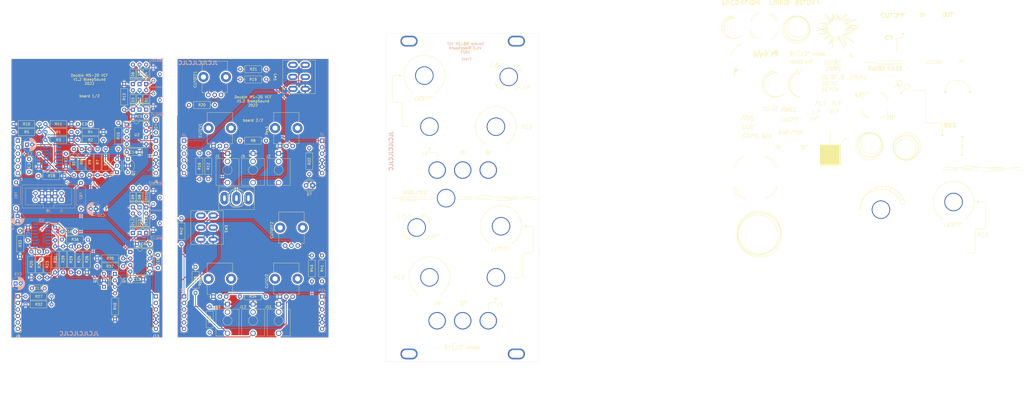
<source format=kicad_pcb>
(kicad_pcb (version 20211014) (generator pcbnew)
  (layers (0 "F.Cu" signal) (31 "B.Cu" signal) (34 "B.Paste" user) (35 "F.Paste" user) (36 "B.SilkS" user "B.Silkscreen") (37 "F.SilkS" user "F.Silkscreen") (38 "B.Mask" user) (39 "F.Mask" user) (44 "Edge.Cuts" user))
  (net 0 "")
  (net 1 "GND")
  (net 2 "+12V")
  (net 3 "-12V")
  (net 4 "Net-(C4-Pad1)")
  (net 5 "Net-(C2-Pad1)")
  (net 6 "Net-(R10-Pad2)")
  (net 7 "Net-(C1-Pad2)")
  (net 8 "Net-(C4-Pad2)")
  (net 9 "/HPass")
  (net 10 "/Out1")
  (net 11 "Net-(C2-Pad2)")
  (net 12 "Net-(C3-Pad1)")
  (net 13 "Net-(C15-Pad2)")
  (net 14 "/Filtre2/HPass")
  (net 15 "/Filtre2/Out1")
  (net 16 "Net-(CUTCV1-Pad2)")
  (net 17 "/CVIn")
  (net 18 "Net-(CUTCV2-Pad2)")
  (net 19 "/Filtre2/CVIn")
  (net 20 "Net-(CUTOFF1-Pad1)")
  (net 21 "Net-(R20-Pad2)")
  (net 22 "Net-(R21-Pad2)")
  (net 23 "Net-(CUTOFF2-Pad1)")
  (net 24 "Net-(CUTOFF2-Pad2)")
  (net 25 "Net-(CUTOFF2-Pad3)")
  (net 26 "Net-(D1-Pad2)")
  (net 27 "Net-(D2-Pad1)")
  (net 28 "Net-(C16-Pad1)")
  (net 29 "Net-(D5-Pad2)")
  (net 30 "Net-(C16-Pad2)")
  (net 31 "Net-(D10-Pad2)")
  (net 32 "Net-(D11-Pad1)")
  (net 33 "Net-(D10-Pad1)")
  (net 34 "Net-(D11-Pad2)")
  (net 35 "Net-(C17-Pad1)")
  (net 36 "Net-(FB1-Pad2)")
  (net 37 "Net-(FB2-Pad2)")
  (net 38 "/LPass")
  (net 39 "/FilterOut")
  (net 40 "/Cutoff")
  (net 41 "/ResOut")
  (net 42 "/FilterIn")
  (net 43 "/JackOut")
  (net 44 "Net-(C18-Pad1)")
  (net 45 "/Filtre2/LPass")
  (net 46 "/Filtre2/FilterOut")
  (net 47 "/Filtre2/Cutoff")
  (net 48 "/Filtre2/ResOut")
  (net 49 "Filter2In")
  (net 50 "Net-(Q1-Pad1)")
  (net 51 "Net-(Q1-Pad3)")
  (net 52 "Net-(Q3-Pad1)")
  (net 53 "Net-(Q3-Pad3)")
  (net 54 "Net-(R1-Pad2)")
  (net 55 "Net-(R11-Pad2)")
  (net 56 "Net-(C18-Pad2)")
  (net 57 "Net-(R23-Pad2)")
  (net 58 "Net-(R27-Pad2)")
  (net 59 "Net-(D1-Pad1)")
  (net 60 "Net-(D3-Pad1)")
  (net 61 "Net-(D4-Pad2)")
  (net 64 "Net-(D7-Pad2)")
  (net 65 "Net-(D8-Pad1)")
  (net 66 "Net-(D12-Pad2)")
  (net 89 "Net-(R1-Pad1)")
  (net 90 "Net-(R2-Pad1)")
  (net 91 "Net-(R12-Pad1)")
  (net 92 "Net-(R14-Pad2)")
  (net 93 "Net-(R23-Pad1)")
  (net 94 "Net-(R24-Pad1)")
  (net 95 "Net-(R28-Pad2)")
  (net 96 "Net-(R34-Pad1)")
  (net 97 "Net-(R36-Pad2)")
  (footprint "Capacitor_THT:C_Disc_D7.0mm_W2.5mm_P5.00mm" (layer "F.Cu") (at 87 60.8 -90)
    (fp_text reference "C4")
    (fp_text value "1nF")
  )
  (footprint "Capacitor_THT:C_Disc_D7.0mm_W2.5mm_P5.00mm" (layer "F.Cu") (at 87.8 113.8 -90)
    (fp_text reference "C18")
    (fp_text value "1nF")
  )
  (footprint "Capacitor_THT:C_Disc_D7.0mm_W2.5mm_P5.00mm" (layer "F.Cu") (at 38.5 126.8)
    (fp_text reference "C17")
    (fp_text value "1nF")
  )
  (footprint "Synth:Pot-bourns-alpha" (layer "F.Cu") (at 114.5 71.05 90)
    (fp_text reference "CUTCV1")
    (fp_text value "100k")
  )
  (footprint "Synth:Pot-bourns-alpha" (layer "F.Cu") (at 112.5 51.05 90)
    (fp_text reference "CUTOFF1")
    (fp_text value "100k")
  )
  (footprint "LED_THT:LED_D4.0mm" (layer "F.Cu") (at 148.275 86.5 180)
    (fp_text reference "D7")
    (fp_text value "LED-12V")
  )
  (footprint "Diode_THT:D_DO-35_SOD27_P7.62mm_Horizontal" (layer "F.Cu") (at 83.2 56.82 90)
    (fp_text reference "D1")
    (fp_text value "1N4148")
  )
  (footprint "Diode_THT:D_DO-35_SOD27_P7.62mm_Horizontal" (layer "F.Cu") (at 83.2 46.81 90)
    (fp_text reference "D4")
    (fp_text value "1N4148")
  )
  (footprint "Diode_THT:D_DO-35_SOD27_P7.62mm_Horizontal" (layer "F.Cu") (at 80.6 56.82 90)
    (fp_text reference "D2")
    (fp_text value "1N4148")
  )
  (footprint "Diode_THT:D_DO-35_SOD27_P7.62mm_Horizontal" (layer "F.Cu") (at 80.6 46.81 90)
    (fp_text reference "D5")
    (fp_text value "1N4148")
  )
  (footprint "Diode_THT:D_DO-35_SOD27_P7.62mm_Horizontal" (layer "F.Cu") (at 78 56.82 90)
    (fp_text reference "D3")
    (fp_text value "1N4148")
  )
  (footprint "Diode_THT:D_DO-35_SOD27_P7.62mm_Horizontal" (layer "F.Cu") (at 78 46.81 90)
    (fp_text reference "D6")
    (fp_text value "1N4148")
  )
  (footprint "Connector_PinSocket_2.54mm:PinSocket_1x06_P2.54mm_Vertical" (layer "F.Cu") (at 87 69)
    (fp_text reference "J6")
    (fp_text value "Conn_CircuitBoard")
  )
  (footprint "Synth:Thonkiconn" (layer "F.Cu") (at 115 74)
    (fp_text reference "J1")
    (fp_text value "FilterCV1")
  )
  (footprint "Synth:Thonkiconn" (layer "F.Cu") (at 125 74)
    (fp_text reference "J5")
    (fp_text value "FilterIn1")
  )
  (footprint "Synth:Thonkiconn" (layer "F.Cu") (at 135 74)
    (fp_text reference "J2")
    (fp_text value "FilterOut1")
  )
  (footprint "Connector_PinSocket_2.54mm:PinSocket_1x06_P2.54mm_Vertical" (layer "F.Cu") (at 33 130)
    (fp_text reference "J9")
    (fp_text value "Conn_CircuitBoard")
  )
  (footprint "Package_TO_SOT_THT:TO-92_Inline_Wide" (layer "F.Cu") (at 76.04 76.26 -90)
    (fp_text reference "Q1")
    (fp_text value "BC559")
  )
  (footprint "Package_TO_SOT_THT:TO-92_Inline_Wide" (layer "F.Cu") (at 71.76 81.34 90)
    (fp_text reference "Q2")
    (fp_text value "BC559")
  )
  (footprint "Package_TO_SOT_THT:TO-92_Inline_Wide" (layer "F.Cu") (at 66.7 126.2 90)
    (fp_text reference "Q3")
    (fp_text value "BC559")
  )
  (footprint "Resistor_THT:R_Axial_DIN0207_L6.3mm_D2.5mm_P10.16mm_Horizontal" (layer "F.Cu") (at 53.96 68.7 180)
    (fp_text reference "R3")
    (fp_text value "470")
  )
  (footprint "Resistor_THT:R_Axial_DIN0207_L6.3mm_D2.5mm_P10.16mm_Horizontal" (layer "F.Cu") (at 31.3 62.5)
    (fp_text reference "R10")
    (fp_text value "470")
  )
  (footprint "Resistor_THT:R_Axial_DIN0207_L6.3mm_D2.5mm_P10.16mm_Horizontal" (layer "F.Cu") (at 54.9 72.3 -90)
    (fp_text reference "R14")
    (fp_text value "2.2k")
  )
  (footprint "Resistor_THT:R_Axial_DIN0207_L6.3mm_D2.5mm_P10.16mm_Horizontal" (layer "F.Cu") (at 43.8 65.6)
    (fp_text reference "R1")
    (fp_text value "100k")
  )
  (footprint "Resistor_THT:R_Axial_DIN0207_L6.3mm_D2.5mm_P10.16mm_Horizontal" (layer "F.Cu") (at 67.3 82.48 90)
    (fp_text reference "R17")
    (fp_text value "100k")
  )
  (footprint "Resistor_THT:R_Axial_DIN0207_L6.3mm_D2.5mm_P10.16mm_Horizontal" (layer "F.Cu") (at 51.18 82.8 180)
    (fp_text reference "R18")
    (fp_text value "2.2k")
  )
  (footprint "Resistor_THT:R_Axial_DIN0207_L6.3mm_D2.5mm_P10.16mm_Horizontal" (layer "F.Cu") (at 58 72.3 -90)
    (fp_text reference "R6")
    (fp_text value "100k")
  )
  (footprint "Resistor_THT:R_Axial_DIN0207_L6.3mm_D2.5mm_P10.16mm_Horizontal" (layer "F.Cu") (at 66.48 65.6 180)
    (fp_text reference "R4")
    (fp_text value "470")
  )
  (footprint "Resistor_THT:R_Axial_DIN0207_L6.3mm_D2.5mm_P10.16mm_Horizontal" (layer "F.Cu") (at 53.96 62.5 180)
    (fp_text reference "R11")
    (fp_text value "470")
  )
  (footprint "Resistor_THT:R_Axial_DIN0207_L6.3mm_D2.5mm_P10.16mm_Horizontal" (layer "F.Cu") (at 104 84.08 90)
    (fp_text reference "R16")
    (fp_text value "82k")
  )
  (footprint "Resistor_THT:R_Axial_DIN0207_L6.3mm_D2.5mm_P10.16mm_Horizontal" (layer "F.Cu") (at 99.92 55)
    (fp_text reference "R20")
    (fp_text value "100k")
  )
  (footprint "Resistor_THT:R_Axial_DIN0207_L6.3mm_D2.5mm_P10.16mm_Horizontal" (layer "F.Cu") (at 56.32 68.7)
    (fp_text reference "R2")
    (fp_text value "100k")
  )
  (footprint "Resistor_THT:R_Axial_DIN0207_L6.3mm_D2.5mm_P10.16mm_Horizontal" (layer "F.Cu") (at 120 45)
    (fp_text reference "R19")
    (fp_text value "33k")
  )
  (footprint "Resistor_THT:R_Axial_DIN0207_L6.3mm_D2.5mm_P10.16mm_Horizontal" (layer "F.Cu") (at 130.16 41 180)
    (fp_text reference "R21")
    (fp_text value "56k")
  )
  (footprint "Resistor_THT:R_Axial_DIN0207_L6.3mm_D2.5mm_P10.16mm_Horizontal" (layer "F.Cu") (at 74.6 46.72 -90)
    (fp_text reference "R13")
    (fp_text value "2.2k")
  )
  (footprint "Resistor_THT:R_Axial_DIN0207_L6.3mm_D2.5mm_P10.16mm_Horizontal" (layer "F.Cu") (at 107.5 73.92 -90)
    (fp_text reference "R12")
    (fp_text value "1k")
  )
  (footprint "Resistor_THT:R_Axial_DIN0207_L6.3mm_D2.5mm_P10.16mm_Horizontal" (layer "F.Cu") (at 130.08 69 180)
    (fp_text reference "R8")
    (fp_text value "1k")
  )
  (footprint "Resistor_THT:R_Axial_DIN0207_L6.3mm_D2.5mm_P10.16mm_Horizontal" (layer "F.Cu") (at 38.3 122.56 90)
    (fp_text reference "R25")
    (fp_text value "470")
  )
  (footprint "Resistor_THT:R_Axial_DIN0207_L6.3mm_D2.5mm_P10.16mm_Horizontal" (layer "F.Cu") (at 60.38 107.7 180)
    (fp_text reference "R36")
    (fp_text value "2.2k")
  )
  (footprint "Resistor_THT:R_Axial_DIN0207_L6.3mm_D2.5mm_P10.16mm_Horizontal" (layer "F.Cu") (at 44.5 112.4 -90)
    (fp_text reference "R23")
    (fp_text value "100k")
  )
  (footprint "Resistor_THT:R_Axial_DIN0207_L6.3mm_D2.5mm_P10.16mm_Horizontal" (layer "F.Cu") (at 50.7 110.4 -90)
    (fp_text reference "R39")
    (fp_text value "100k")
  )
  (footprint "Resistor_THT:R_Axial_DIN0207_L6.3mm_D2.5mm_P10.16mm_Horizontal" (layer "F.Cu") (at 64.04 118.2)
    (fp_text reference "R37")
    (fp_text value "1k")
  )
  (footprint "Resistor_THT:R_Axial_DIN0207_L6.3mm_D2.5mm_P10.16mm_Horizontal" (layer "F.Cu") (at 71 138.96 90)
    (fp_text reference "R40")
    (fp_text value "2.2k")
  )
  (footprint "Resistor_THT:R_Axial_DIN0207_L6.3mm_D2.5mm_P10.16mm_Horizontal" (layer "F.Cu") (at 47.6 110.4 -90)
    (fp_text reference "R31")
    (fp_text value "1.8k")
  )
  (footprint "Resistor_THT:R_Axial_DIN0207_L6.3mm_D2.5mm_P10.16mm_Horizontal" (layer "F.Cu") (at 41.4 122.56 90)
    (fp_text reference "R28")
    (fp_text value "100k")
  )
  (footprint "Resistor_THT:R_Axial_DIN0207_L6.3mm_D2.5mm_P10.16mm_Horizontal" (layer "F.Cu") (at 60 120.56 90)
    (fp_text reference "R26")
    (fp_text value "470")
  )
  (footprint "Resistor_THT:R_Axial_DIN0207_L6.3mm_D2.5mm_P10.16mm_Horizontal" (layer "F.Cu") (at 33.9 114.38 90)
    (fp_text reference "R33")
    (fp_text value "470")
  )
  (footprint "Resistor_THT:R_Axial_DIN0207_L6.3mm_D2.5mm_P10.16mm_Horizontal" (layer "F.Cu") (at 56.9 110.4 -90)
    (fp_text reference "R24")
    (fp_text value "100k")
  )
  (footprint "Resistor_THT:R_Axial_DIN0207_L6.3mm_D2.5mm_P10.16mm_Horizontal" (layer "F.Cu") (at 53.8 110.4 -90)
    (fp_text reference "R29")
    (fp_text value "1.8k")
  )
  (footprint "Resistor_THT:R_Axial_DIN0207_L6.3mm_D2.5mm_P10.16mm_Horizontal" (layer "F.Cu") (at 64.04 115.1)
    (fp_text reference "R35")
    (fp_text value "2.2k")
  )
  (footprint "Resistor_THT:R_Axial_DIN0207_L6.3mm_D2.5mm_P10.16mm_Horizontal" (layer "F.Cu") (at 130 130 180)
    (fp_text reference "R34")
    (fp_text value "1k")
  )
  (footprint "Resistor_THT:R_Axial_DIN0207_L6.3mm_D2.5mm_P10.16mm_Horizontal" (layer "F.Cu") (at 108 144.08 90)
    (fp_text reference "R30")
    (fp_text value "1k")
  )
  (footprint "Synth:Pot-bourns-alpha" (layer "F.Cu") (at 140.5 71.05 90)
    (fp_text reference "Res1")
    (fp_text value "100k")
  )
  (footprint "Synth:SW_DPDT_Toggle" (layer "F.Cu") (at 143 44 90)
    (fp_text reference "SW1")
    (fp_text value "Hpass/Lpass Switch")
  )
  (footprint "Synth:SW_Toggle_Blue_wSlots" (layer "F.Cu") (at 118.5 91.5)
    (fp_text reference "SW2" hide)
    (fp_text value "Bandpass")
  )
  (footprint "Package_DIP:DIP-8_W7.62mm_Socket" (layer "F.Cu") (at 77 112.6)
    (fp_text reference "U4")
    (fp_text value "TL072")
  )
  (footprint "Synth:Thonkiconn" (layer "F.Cu") (at 135 133)
    (fp_text reference "J11")
    (fp_text value "FilterCV2")
  )
  (footprint "Synth:Thonkiconn" (layer "F.Cu") (at 115 133)
    (fp_text reference "J15")
    (fp_text value "FilterIn2")
  )
  (footprint "Synth:Thonkiconn" (layer "F.Cu") (at 125 133)
    (fp_text reference "J12")
    (fp_text value "FilterOut2")
  )
  (footprint "Connector_PinSocket_2.54mm:PinSocket_1x06_P2.54mm_Vertical" (layer "F.Cu") (at 87 130)
    (fp_text reference "J13")
    (fp_text value "Conn_CircuitBoard")
  )
  (footprint "Resistor_THT:R_Axial_DIN0207_L6.3mm_D2.5mm_P10.16mm_Horizontal" (layer "F.Cu") (at 72.3 72.18 90)
    (fp_text reference "R15")
    (fp_text value "1k")
  )
  (footprint "Resistor_THT:R_Axial_DIN0207_L6.3mm_D2.5mm_P10.16mm_Horizontal" (layer "F.Cu") (at 147 71.92 -90)
    (fp_text reference "R22")
    (fp_text value "2.2k")
  )
  (footprint "Resistor_THT:R_Axial_DIN0207_L6.3mm_D2.5mm_P10.16mm_Horizontal" (layer "F.Cu") (at 97 109.5 90)
    (fp_text reference "R42")
    (fp_text value "100k")
  )
  (footprint "Resistor_THT:R_Axial_DIN0207_L6.3mm_D2.5mm_P10.16mm_Horizontal" (layer "F.Cu") (at 148 124.08 90)
    (fp_text reference "R43")
    (fp_text value "56k")
  )
  (footprint "Resistor_THT:R_Axial_DIN0207_L6.3mm_D2.5mm_P10.16mm_Horizontal" (layer "F.Cu") (at 152 113.92 -90)
    (fp_text reference "R41")
    (fp_text value "33k")
  )
  (footprint "Resistor_THT:R_Axial_DIN0207_L6.3mm_D2.5mm_P10.16mm_Horizontal" (layer "F.Cu") (at 102.5 118.42 -90)
    (fp_text reference "R38")
    (fp_text value "82k")
  )
  (footprint "Package_DIP:DIP-8_W7.62mm_Socket" (layer "F.Cu") (at 75.58 62.68)
    (fp_text reference "U2")
    (fp_text value "TL072")
  )
  (footprint "Package_TO_SOT_THT:TO-92_Inline_Wide" (layer "F.Cu") (at 70.94 121.16 -90)
    (fp_text reference "Q4")
    (fp_text value "BC559")
  )
  (footprint "Synth:Doepfer Mounting hole" (layer "F.Cu") (at 186 30)
    (fp_text reference "H1" hide)
    (fp_text value "MountingHole_Pad")
  )
  (footprint "Synth:Doepfer Mounting hole" (layer "F.Cu") (at 228 30)
    (fp_text reference "H2" hide)
    (fp_text value "MountingHole_Pad")
  )
  (footprint "Synth:Doepfer Mounting hole" (layer "F.Cu") (at 228 152.5)
    (fp_text reference "H3" hide)
    (fp_text value "MountingHole_Pad")
  )
  (footprint "Synth:Doepfer Mounting hole" (layer "F.Cu") (at 186 152.5)
    (fp_text reference "H4" hide)
    (fp_text value "MountingHole_Pad")
  )
  (footprint "Synth:SW_DPDT_Toggle" (layer "F.Cu") (at 107 103 90)
    (fp_text reference "SW3")
    (fp_text value "Hpass/Lpass Switch")
  )
  (footprint "Synth:Pot-bourns-alpha" (layer "F.Cu") (at 140.5 130.05 90)
    (fp_text reference "CUTCV2")
    (fp_text value "100k")
  )
  (footprint "Synth:Pot-bourns-alpha" (layer "F.Cu") (at 114.5 130.05 90)
    (fp_text reference "Res2")
    (fp_text value "100k")
  )
  (footprint "Synth:Pot-bourns-alpha" (layer "F.Cu") (at 142.5 110.05 90)
    (fp_text reference "CUTOFF2")
    (fp_text value "100k")
  )
  (footprint "Capacitor_THT:C_Disc_D7.0mm_W2.5mm_P5.00mm" (layer "F.Cu") (at 50.4 104.6)
    (fp_text reference "C16")
    (fp_text value "1nF")
  )
  (footprint "Diode_THT:D_DO-35_SOD27_P7.62mm_Horizontal" (layer "F.Cu") (at 78 95.12 90)
    (fp_text reference "D9")
    (fp_text value "1N4148")
  )
  (footprint "Diode_THT:D_DO-35_SOD27_P7.62mm_Horizontal" (layer "F.Cu") (at 80.6 95.12 90)
    (fp_text reference "D8")
    (fp_text value "1N4148")
  )
  (footprint "Diode_THT:D_DO-35_SOD27_P7.62mm_Horizontal" (layer "F.Cu") (at 83.2 95.12 90)
    (fp_text reference "D11")
    (fp_text value "1N4148")
  )
  (footprint "Diode_THT:D_DO-35_SOD27_P7.62mm_Horizontal" (layer "F.Cu") (at 83.2 105.12 90)
    (fp_text reference "D13")
    (fp_text value "1N4148")
  )
  (footprint "Diode_THT:D_DO-35_SOD27_P7.62mm_Horizontal" (layer "F.Cu") (at 80.6 105.12 90)
    (fp_text reference "D10")
    (fp_text value "1N4148")
  )
  (footprint "Diode_THT:D_DO-35_SOD27_P7.62mm_Horizontal" (layer "F.Cu") (at 78 105.12 90)
    (fp_text reference "D12")
    (fp_text value "1N4148")
  )
  (footprint "Capacitor_THT:C_Disc_D7.0mm_W2.5mm_P5.00mm" (layer "F.Cu") (at 56.5 62.5)
    (fp_text reference "C2")
    (fp_text value "1nF")
  )
  (footprint "Resistor_THT:R_Axial_DIN0207_L6.3mm_D2.5mm_P10.16mm_Horizontal" (layer "F.Cu") (at 31.3 65.6)
    (fp_text reference "R5")
    (fp_text value "100k")
  )
  (footprint "Resistor_THT:R_Axial_DIN0207_L6.3mm_D2.5mm_P10.16mm_Horizontal" (layer "F.Cu") (at 61.1 82.48 90)
    (fp_text reference "R9")
    (fp_text value "1.8k")
  )
  (footprint "Resistor_THT:R_Axial_DIN0207_L6.3mm_D2.5mm_P10.16mm_Horizontal" (layer "F.Cu") (at 64.2 82.48 90)
    (fp_text reference "R7")
    (fp_text value "1.8k")
  )
  (footprint "Connector_PinSocket_2.54mm:PinSocket_1x06_P2.54mm_Vertical" (layer "F.Cu") (at 33 69)
    (fp_text reference "J3")
    (fp_text value "Conn_CircuitBoard")
  )
  (footprint "Capacitor_THT:C_Disc_D7.0mm_W2.5mm_P5.00mm" (layer "F.Cu") (at 37.4 81.2 90)
    (fp_text reference "C3")
    (fp_text value "1nF")
  )
  (footprint "Resistor_THT:R_Axial_DIN0207_L6.3mm_D2.5mm_P10.16mm_Horizontal" (layer "F.Cu") (at 36 133.1)
    (fp_text reference "R32")
    (fp_text value "470")
  )
  (footprint "Resistor_THT:R_Axial_DIN0207_L6.3mm_D2.5mm_P10.16mm_Horizontal" (layer "F.Cu") (at 36 130)
    (fp_text reference "R27")
    (fp_text value "100k")
  )
  (footprint "Capacitor_THT:C_Disc_D7.0mm_W2.5mm_P5.00mm" (layer "F.Cu") (at 83.18 59.48 180)
    (fp_text reference "C9")
    (fp_text value "100nF")
  )
  (footprint "Capacitor_THT:C_Disc_D7.0mm_W2.5mm_P5.00mm" (layer "F.Cu") (at 82 123.3 180)
    (fp_text reference "C13")
    (fp_text value "100nF")
  )
  (footprint "Capacitor_THT:C_Disc_D7.0mm_W2.5mm_P5.00mm" (layer "F.Cu") (at 80.58 73.48 180)
    (fp_text reference "C14")
    (fp_text value "100nF")
  )
  (footprint "Capacitor_THT:C_Disc_D7.0mm_W2.5mm_P5.00mm" (layer "F.Cu") (at 84.6 109.4 180)
    (fp_text reference "C6")
    (fp_text value "100nF")
  )
  (footprint "Capacitor_THT:CP_Radial_D5.0mm_P2.00mm" (layer "B.Cu") (at 32.9 98.5 -90)
    (fp_text reference "C5")
    (fp_text value "10µ")
  )
  (footprint "Capacitor_THT:CP_Radial_D5.0mm_P2.00mm" (layer "B.Cu") (at 63.5 95.7 180)
    (fp_text reference "C10")
    (fp_text value "10µ")
  )
  (footprint "Capacitor_THT:CP_Radial_D5.0mm_P2.00mm" (layer "B.Cu") (at 36.6 70.5)
    (fp_text reference "C1")
    (fp_text value "10µF")
  )
  (footprint "Inductor_THT:L_Axial_L7.0mm_D3.3mm_P10.16mm_Horizontal_Fastron_MICC" (layer "B.Cu") (at 57.7 95.68 90)
    (fp_text reference "FB2")
    (fp_text value "10R")
  )
  (footprint "Connector_PinHeader_2.54mm:PinHeader_1x06_P2.54mm_Vertical" (layer "B.Cu") (at 98 69 180)
    (fp_text reference "J4")
    (fp_text value "Conn_JackBoard")
  )
  (footprint "Connector_PinHeader_2.54mm:PinHeader_1x06_P2.54mm_Vertical" (layer "B.Cu") (at 152 69 180)
    (fp_text reference "J7")
    (fp_text value "Conn_JackBoard")
  )
  (footprint "Connector_PinHeader_2.54mm:PinHeader_1x06_P2.54mm_Vertical" (layer "B.Cu") (at 98 130 180)
    (fp_text reference "J10")
    (fp_text value "Conn_JackBoard")
  )
  (footprint "Potentiometer_THT:Potentiometer_Bourns_3386X_Horizontal" (layer "B.Cu") (at 86 55.59)
    (fp_text reference "ResLv1")
    (fp_text value "5k")
  )
  (footprint "Potentiometer_THT:Potentiometer_Bourns_3386X_Horizontal" (layer "B.Cu") (at 86 45.44)
    (fp_text reference "ResVol1")
    (fp_text value "10k")
  )
  (footprint "Package_SO:SOIC-16_3.9x9.9mm_P1.27mm" (layer "B.Cu") (at 42.3 106.1 180)
    (fp_text reference "U3")
    (fp_text value "LM13700")
  )
  (footprint "Connector_PinHeader_2.54mm:PinHeader_1x06_P2.54mm_Vertical" (layer "B.Cu") (at 152 130 180)
    (fp_text reference "J14")
    (fp_text value "Conn_JackBoard")
  )
  (footprint "Capacitor_THT:CP_Radial_D5.0mm_P2.00mm" (layer "B.Cu") (at 32.1 124.9)
    (fp_text reference "C15")
    (fp_text value "10µF")
  )
  (footprint "Inductor_THT:L_Axial_L7.0mm_D3.3mm_P10.16mm_Horizontal_Fastron_MICC" (layer "B.Cu") (at 32.3 95.48 90)
    (fp_text reference "FB1")
    (fp_text value "10R")
  )
  (footprint "Potentiometer_THT:Potentiometer_Bourns_3386X_Horizontal" (layer "B.Cu") (at 86 103.9)
    (fp_text reference "ResLv2")
    (fp_text value "3.3k")
  )
  (footprint "Potentiometer_THT:Potentiometer_Bourns_3386X_Horizontal" (layer "B.Cu") (at 86 93.79)
    (fp_text reference "ResVol2")
    (fp_text value "10k")
  )
  (footprint "Package_SO:SOIC-16_3.9x9.9mm_P1.27mm" (layer "B.Cu") (at 46.5 76)
    (fp_text reference "U1")
    (fp_text value "LM13700")
  )
  (footprint "Connector_IDC:IDC-Header_2x05_P2.54mm_Vertical" (layer "B.Cu") (at 50.08 92.1 90)
    (fp_text reference "J8")
    (fp_text value "Power Input")
  )
  (footprint "Capacitor_THT:C_Disc_D7.0mm_W2.5mm_P5.00mm" (layer "B.Cu") (at 37 108 90)
    (fp_text reference "C7")
    (fp_text value "100nF")
  )
  (footprint "Capacitor_THT:C_Disc_D7.0mm_W2.5mm_P5.00mm" (layer "B.Cu") (at 41.2 79.1 90)
    (fp_text reference "C12")
    (fp_text value "100nF")
  )
  (footprint "Capacitor_THT:C_Disc_D7.0mm_W2.5mm_P5.00mm" (layer "B.Cu") (at 47.6 103 -90)
    (fp_text reference "C11")
    (fp_text value "100nF")
  )
  (footprint "Capacitor_THT:C_Disc_D7.0mm_W2.5mm_P5.00mm" (layer "B.Cu") (at 51.8 74.1 -90)
    (fp_text reference "C8")
    (fp_text value "100nF")
  )
  (gr_line (start 183 91) (end 193.5 91) (layer "F.SilkS") (width 0.12))
  (gr_line (start 189 92.5) (end 183 92.5) (layer "F.SilkS") (width 0.12))
  (gr_line (start 182.5 92) (end 195 92) (layer "F.SilkS") (width 0.12))
  (gr_line (start 179.25 91.5) (end 184 91.5) (layer "F.SilkS") (width 0.12))
  (gr_line (start 219 92) (end 212.5 92) (layer "F.SilkS") (width 0.12))
  (gr_line (start 213 91) (end 206 91) (layer "F.SilkS") (width 0.12))
  (gr_line (start 210.5 92) (end 204.5 92) (layer "F.SilkS") (width 0.12))
  (gr_line (start 216.5 91) (end 228.5 91) (layer "F.SilkS") (width 0.12))
  (gr_line (start 201.1 149.3) (end 200.1 148.9) (layer "F.SilkS") (width 0.12))
  (gr_line (start 205.9 150.5) (end 206.1 150.7) (layer "F.SilkS") (width 0.12))
  (gr_line (start 210.7 149.5) (end 209.9 149.5) (layer "F.SilkS") (width 0.12))
  (gr_line (start 213.3 149.5) (end 213.7 150.3) (layer "F.SilkS") (width 0.12))
  (gr_arc (start 226.7 39.4) (mid 228.82132 40.27868) (end 229.7 42.4) (layer "F.SilkS") (width 0.12))
  (gr_arc (start 223.2 48.4) (mid 221.07868 47.52132) (end 220.2 45.4) (layer "F.SilkS") (width 0.12))
  (gr_arc (start 230.2 45.9) (mid 229.32132 48.02132) (end 227.2 48.9) (layer "F.SilkS") (width 0.12))
  (gr_arc (start 222.7 48.9) (mid 220.57868 48.02132) (end 219.7 45.9) (layer "F.SilkS") (width 0.12))
  (gr_arc (start 220.2 41.9) (mid 221.07868 39.77868) (end 223.2 38.9) (layer "F.SilkS") (width 0.12))
  (gr_arc (start 227.2 38.9) (mid 229.32132 39.77868) (end 230.2 41.9) (layer "F.SilkS") (width 0.12))
  (gr_arc (start 234.1 102.5) (mid 234.453552 102.646448) (end 234.6 103) (layer "F.SilkS") (width 0.12))
  (gr_line (start 230 122.5) (end 227.153553 122.5) (layer "F.SilkS") (width 0.12))
  (gr_arc (start 191.2 97.9) (mid 193.32132 98.77868) (end 194.2 100.9) (layer "F.SilkS") (width 0.12))
  (gr_arc (start 184.2 100.9) (mid 185.07868 98.77868) (end 187.2 97.9) (layer "F.SilkS") (width 0.12))
  (gr_arc (start 186.7 107.9) (mid 184.57868 107.02132) (end 183.7 104.9) (layer "F.SilkS") (width 0.12))
  (gr_arc (start 194.2 104.9) (mid 193.32132 107.02132) (end 191.2 107.9) (layer "F.SilkS") (width 0.12))
  (gr_arc (start 187.2 107.4) (mid 185.07868 106.52132) (end 184.2 104.4) (layer "F.SilkS") (width 0.12))
  (gr_arc (start 190.7 98.4) (mid 192.82132 99.27868) (end 193.7 101.4) (layer "F.SilkS") (width 0.12))
  (gr_line (start 230.5 113.5) (end 230.5 122) (layer "F.SilkS") (width 0.12))
  (gr_arc (start 230.5 113.5) (mid 230.646447 113.146447) (end 231 113) (layer "F.SilkS") (width 0.12))
  (gr_line (start 231.7 102.5) (end 234.113389 102.5) (layer "F.SilkS") (width 0.12))
  (gr_arc (start 230.5 122) (mid 230.353553 122.353553) (end 230 122.5) (layer "F.SilkS") (width 0.12))
  (gr_poly (pts (xy 231.2 102.5) (xy 231.7 102) (xy 231.7 103)) (layer "F.SilkS") (width 0.1) (fill solid))
  (gr_line (start 234.6 103) (end 234.6 112.5) (layer "F.SilkS") (width 0.12))
  (gr_line (start 315.490253 31.664932) (end 315.3 31.2) (layer "F.SilkS") (width 0.12))
  (gr_line (start 221.625 110.65) (end 222.425 110.65) (layer "F.SilkS") (width 0.12))
  (gr_line (start 190.8 89.2) (end 190.5 89.2) (layer "F.SilkS") (width 0.12))
  (gr_line (start 206.7 72.8) (end 206.5 72.9) (layer "F.SilkS") (width 0.12))
  (gr_line (start 331.6 66) (end 330.8 65.7) (layer "F.SilkS") (width 0.12))
  (gr_line (start 328.45 34.45) (end 328.45 33.65) (layer "F.SilkS") (width 0.12))
  (gr_arc (start 364.15 43.75) (mid 364.267157 43.467157) (end 364.55 43.35) (layer "F.SilkS") (width 0.12))
  (gr_line (start 426.5 80.5) (end 423.5 80.5) (layer "F.SilkS") (width 0.12))
  (gr_line (start 343.45 38.15) (end 343.55 38.05) (layer "F.SilkS") (width 0.12))
  (gr_line (start 339.75 15.75) (end 339.05 15.75) (layer "F.SilkS") (width 0.12))
  (gr_line (start 344.6 59.4) (end 344.5 59.4) (layer "F.SilkS") (width 0.12))
  (gr_line (start 349.75 49.85) (end 349.55 50.05) (layer "F.SilkS") (width 0.12))
  (gr_line (start 372.1 28.65) (end 372.7 29.55) (layer "F.SilkS") (width 0.12))
  (gr_line (start 188 89.5) (end 187.3 88.4) (layer "F.SilkS") (width 0.12))
  (gr_line (start 343.05 38.15) (end 343.15 38.05) (layer "F.SilkS") (width 0.12))
  (gr_line (start 210.85 32.75) (end 210.05 34.35) (layer "F.SilkS") (width 0.12))
  (gr_line (start 320.975 62.8) (end 320.875 62.8) (layer "F.SilkS") (width 0.12))
  (gr_line (start 230.45 48.3) (end 231.3 48.3) (layer "F.SilkS") (width 0.12))
  (gr_line (start 327.55 34.25) (end 328.05 36.15) (layer "F.SilkS") (width 0.12))
  (gr_arc (start 332.769006 50.73996) (mid 324.72999 49.155782) (end 327.954039 41.623126) (layer "F.SilkS") (width 0.12))
  (gr_line (start 314.75 14.05) (end 313.75 14.05) (layer "F.SilkS") (width 0.12))
  (gr_line (start 376.25 19.05) (end 376.65 19.65) (layer "F.SilkS") (width 0.12))
  (gr_line (start 375.25 19.25) (end 375.25 19.05) (layer "F.SilkS") (width 0.12))
  (gr_line (start 378.85 41.15) (end 378.65 41.45) (layer "F.SilkS") (width 0.12))
  (gr_line (start 361.9 24.3) (end 356.65 23.8) (layer "F.SilkS") (width 0.12))
  (gr_line (start 341.75 14.05) (end 341.95 14.05) (layer "F.SilkS") (width 0.12))
  (gr_line (start 206.7 33.45) (end 206.7 33.95) (layer "F.SilkS") (width 0.12))
  (gr_line (start 319.95 14.05) (end 319.35 14.85) (layer "F.SilkS") (width 0.12))
  (gr_line (start 336.2 64.9) (end 337.1 65.3) (layer "F.SilkS") (width 0.12))
  (gr_line (start 353.75 39.25) (end 353.95 39.15) (layer "F.SilkS") (width 0.12))
  (gr_line (start 336.85 34.35) (end 336.65 34.55) (layer "F.SilkS") (width 0.12))
  (gr_arc (start 325.268047 74.909208) (mid 328.376838 76.371992) (end 329.982962 79.409208) (layer "F.SilkS") (width 0.12))
  (gr_line (start 349.25 47.25) (end 349.95 47.25) (layer "F.SilkS") (width 0.12))
  (gr_line (start 353.65 48.25) (end 352.75 49.85) (layer "F.SilkS") (width 0.12))
  (gr_line (start 186.5 88.4) (end 186 90) (layer "F.SilkS") (width 0.12))
  (gr_line (start 350.35 37.25) (end 350.25 37.25) (layer "F.SilkS") (width 0.12))
  (gr_line (start 233.25 64.4) (end 233.25 64.2) (layer "F.SilkS") (width 0.12))
  (gr_line (start 343.05 38.15) (end 343.45 38.15) (layer "F.SilkS") (width 0.12))
  (gr_line (start 310.95 21.65) (end 309.75 21.25) (layer "F.SilkS") (width 0.12))
  (gr_line (start 379.25 28.25) (end 379.25 27.25) (layer "F.SilkS") (width 0.12))
  (gr_line (start 350.9 27.3) (end 346.15 27.3) (layer "F.SilkS") (width 0.12))
  (gr_line (start 353.45 37.25) (end 353.35 39.25) (layer "F.SilkS") (width 0.12))
  (gr_circle (center 380.75 48) (end 380.25 47) (layer "F.SilkS") (width 0.12) (fill none))
  (gr_line (start 337.15 38.75) (end 336.55 38.75) (layer "F.SilkS") (width 0.12))
  (gr_line (start 321.85 36.35) (end 321.95 34.15) (layer "F.SilkS") (width 0.12))
  (gr_line (start 389.75 38.25) (end 387.75 38.25) (layer "F.SilkS") (width 0.12))
  (gr_line (start 398.625 101.15) (end 399.425 101.15) (layer "F.SilkS") (width 0.12))
  (gr_line (start 232.6 47.4) (end 233.5 47.8) (layer "F.SilkS") (width 0.12))
  (gr_line (start 345.9 24.8) (end 350.15 25.55) (layer "F.SilkS") (width 0.12))
  (gr_line (start 219.075 110.65) (end 219.175 110.75) (layer "F.SilkS") (width 0.12))
  (gr_line (start 234.15 62.7) (end 233.15 63.3) (layer "F.SilkS") (width 0.12))
  (gr_line (start 412.4 105) (end 412.2 104.9) (layer "F.SilkS") (width 0.12))
  (gr_line (start 377.05 19.25) (end 377.25 19.25) (layer "F.SilkS") (width 0.12))
  (gr_line (start 321.25 14.05) (end 321.25 15.75) (layer "F.SilkS") (width 0.12))
  (gr_line (start 328.85 34.95) (end 329.05 34.35) (layer "F.SilkS") (width 0.12))
  (gr_line (start 355.75 43.25) (end 355.75 44.95) (layer "F.SilkS") (width 0.12))
  (gr_line (start 336.15 37.65) (end 336.05 37.55) (layer "F.SilkS") (width 0.12))
  (gr_line (start 224.5875 110.65) (end 225.6375 110.65) (layer "F.SilkS") (width 0.12))
  (gr_line (start 356.65 26.3) (end 359.15 23.8) (layer "F.SilkS") (width 0.12))
  (gr_line (start 320.65 14.05) (end 319.65 14.05) (layer "F.SilkS") (width 0.12))
  (gr_line (start 342.05 37.85) (end 341.95 37.75) (layer "F.SilkS") (width 0.12))
  (gr_line (start 333.85 15.45) (end 333.65 15.75) (layer "F.SilkS") (width 0.12))
  (gr_line (start 396.35 20.25) (end 397.15 20.25) (layer "F.SilkS") (width 0.12))
  (gr_line (start 314.55 14.25) (end 313.95 14.25) (layer "F.SilkS") (width 0.12))
  (gr_line (start 367.75 39.75) (end 367.15 41.45) (layer "F.SilkS") (width 0.12))
  (gr_line (start 230.1 49) (end 230 49) (layer "F.SilkS") (width 0.12))
  (gr_line (start 376.65 20.45) (end 376.45 20.75) (layer "F.SilkS") (width 0.12))
  (gr_line (start 196.8 133.5) (end 196.7 133.5) (layer "F.SilkS") (width 0.12))
  (gr_line (start 338.75 43.15) (end 337.85 41.05) (layer "F.SilkS") (width 0.12))
  (gr_line (start 206.1 150.7) (end 206.1 150.5) (layer "F.SilkS") (width 0.12))
  (gr_line (start 226.39 57.972083) (end 226.04 58.292083) (layer "F.SilkS") (width 0.12))
  (gr_line (start 318.9 64.5) (end 318.8 64.5) (layer "F.SilkS") (width 0.12))
  (gr_line (start 317.3 67.4) (end 316.5 68) (layer "F.SilkS") (width 0.12))
  (gr_line (start 186 90) (end 185.9 90) (layer "F.SilkS") (width 0.12))
  (gr_line (start 232.45 64.3) (end 232.25 64.5) (layer "F.SilkS") (width 0.12))
  (gr_line (start 332.85 14.35) (end 332.85 15.45) (layer "F.SilkS") (width 0.12))
  (gr_line (start 316.5 68) (end 316.5 67.8) (layer "F.SilkS") (width 0.12))
  (gr_line (start 361.15 21.55) (end 356.65 23.3) (layer "F.SilkS") (width 0.12))
  (gr_line (start 211.45 34.4) (end 211.55 34.25) (layer "F.SilkS") (width 0.12))
  (gr_line (start 321.05 14.15) (end 321.25 14.05) (layer "F.SilkS") (width 0.12))
  (gr_line (start 351.75 37.25) (end 351.65 37.25) (layer "F.SilkS") (width 0.12))
  (gr_line (start 351.75 48.25) (end 351.45 48.85) (layer "F.SilkS") (width 0.12))
  (gr_arc (start 194.5 73.6) (mid 194.146447 73.453553) (end 194 73.1) (layer "F.SilkS") (width 0.12))
  (gr_line (start 351.05 48.25) (end 350.35 49.85) (layer "F.SilkS") (width 0.12))
  (gr_line (start 207.5 149.3) (end 206.1 149.7) (layer "F.SilkS") (width 0.12))
  (gr_line (start 338.05 35.75) (end 339.25 35.75) (layer "F.SilkS") (width 0.12))
  (gr_line (start 337.55 14.05) (end 337.55 15.75) (layer "F.SilkS") (width 0.12))
  (gr_line (start 335.25 33.95) (end 335.25 35.75) (layer "F.SilkS") (width 0.12))
  (gr_line (start 349.15 43.25) (end 348.75 44.95) (layer "F.SilkS") (width 0.12))
  (gr_arc (start 370.25 50.05) (mid 372.37132 50.92868) (end 373.25 53.05) (layer "F.SilkS") (width 0.12))
  (gr_line (start 182.2 97.5) (end 182.1 97.5) (layer "F.SilkS") (width 0.12))
  (gr_line (start 374 27.85) (end 374.7 29.55) (layer "F.SilkS") (width 0.12))
  (gr_line (start 377.05 19.05) (end 377.25 19.05) (layer "F.SilkS") (width 0.12))
  (gr_line (start 236.5 92) (end 233.5 92) (layer "F.SilkS") (width 0.12))
  (gr_line (start 314.75 41.25) (end 313.95 41.95) (layer "F.SilkS") (width 0.12))
  (gr_line (start 335.35 14.65) (end 334.35 15.05) (layer "F.SilkS") (width 0.12))
  (gr_line (start 311.55 14.85) (end 312.15 15.75) (layer "F.SilkS") (width 0.12))
  (gr_line (start 373.55 41.45) (end 373.55 39.75) (layer "F.SilkS") (width 0.12))
  (gr_line (start 335.25 49.65) (end 335.55 49.45) (layer "F.SilkS") (width 0.12))
  (gr_line (start 217.1 72.8) (end 216.8 74.5) (layer "F.SilkS") (width 0.12))
  (gr_line (start 338.65 38.15) (end 338.75 38.05) (layer "F.SilkS") (width 0.12))
  (gr_line (start 316.3 63.6) (end 316.8 64.5) (layer "F.SilkS") (width 0.12))
  (gr_line (start 349 53.4) (end 348 54) (layer "F.SilkS") (width 0.12))
  (gr_line (start 340.65 14.05) (end 340.15 14.05) (layer "F.SilkS") (width 0.12))
  (gr_line (start 354.65 37.25) (end 353.75 39.25) (layer "F.SilkS") (width 0.12))
  (gr_line (start 340.65 15.75) (end 340.85 15.75) (layer "F.SilkS") (width 0.12))
  (gr_line (start 364.15 44.15) (end 364.45 44.15) (layer "F.SilkS") (width 0.12))
  (gr_line (start 202.1 120.072083) (end 201.64 120.212083) (layer "F.SilkS") (width 0.12))
  (gr_line (start 191.625 51.65) (end 192.425 51.65) (layer "F.SilkS") (width 0.12))
  (gr_line (start 205.6 32.65) (end 205.6 32.85) (layer "F.SilkS") (width 0.12))
  (gr_line (start 203.3 32.65) (end 203.3 34.35) (layer "F.SilkS") (width 0.12))
  (gr_line (start 409.3 106.1) (end 409.1 106.6) (layer "F.SilkS") (width 0.12))
  (gr_line (start 374.55 19.25) (end 374.75 19.25) (layer "F.SilkS") (width 0.12))
  (gr_line (start 351.9 53.4) (end 351.8 55) (layer "F.SilkS") (width 0.12))
  (gr_line (start 352.65 47.25) (end 352.85 47.15) (layer "F.SilkS") (width 0.12))
  (gr_line (start 184.9 89.5) (end 184.1 89.2) (layer "F.SilkS") (width 0.12))
  (gr_line (start 363.5 91.7) (end 363.6 91.9) (layer "F.SilkS") (width 0.12))
  (gr_line (start 369.75 41.45) (end 369.75 40.65) (layer "F.SilkS") (width 0.12))
  (gr_line (start 346.55 15.65) (end 346.55 15.35) (layer "F.SilkS") (width 0.12))
  (gr_line (start 336.15 50.35) (end 335.95 50.55) (layer "F.SilkS") (width 0.12))
  (gr_line (start 183 54) (end 180 54) (layer "F.SilkS") (width 0.12))
  (gr_line (start 349.65 43.25) (end 349.25 44.95) (layer "F.SilkS") (width 0.12))
  (gr_line (start 319.25 66.3) (end 318.95 68) (layer "F.SilkS") (width 0.12))
  (gr_line (start 395.225 102.1) (end 395.725 102.85) (layer "F.SilkS") (width 0.12))
  (gr_line (start 399.25 63.05) (end 399.15 62.85) (layer "F.SilkS") (width 0.12))
  (gr_line (start 318.1 62.7) (end 318 64.5) (layer "F.SilkS") (width 0.12))
  (gr_line (start 334.45 61.7) (end 334.7 60) (layer "F.SilkS") (width 0.12))
  (gr_line (start 346 57) (end 346.9 57.4) (layer "F.SilkS") (width 0.12))
  (gr_arc (start 187.5 50) (mid 192 35.462851) (end 196.5 50) (layer "F.SilkS") (width 0.12))
  (gr_line (start 210.7 30.7) (end 210.5 32) (layer "F.SilkS") (width 0.12))
  (gr_line (start 337.15 37.55) (end 337.05 37.45) (layer "F.SilkS") (width 0.12))
  (gr_line (start 397.55 63.75) (end 398.15 63.75) (layer "F.SilkS") (width 0.12))
  (gr_line (start 204.7 34.35) (end 204.9 34.35) (layer "F.SilkS") (width 0.12))
  (gr_poly (pts (xy 220.5 131) (xy 219.5 131) (xy 220 130.5)) (layer "F.SilkS") (width 0.1) (fill solid))
  (gr_line (start 379.35 19.85) (end 379.35 19.65) (layer "F.SilkS") (width 0.12))
  (gr_line (start 336.55 38.75) (end 336.45 38.65) (layer "F.SilkS") (width 0.12))
  (gr_line (start 371.85 19.25) (end 372.05 19.05) (layer "F.SilkS") (width 0.12))
  (gr_line (start 408.7 93) (end 411.113389 93) (layer "F.SilkS") (width 0.12))
  (gr_line (start 398.85 18.75) (end 398.35 18.75) (layer "F.SilkS") (width 0.12))
  (gr_line (start 338.55 14.75) (end 337.55 15.05) (layer "F.SilkS") (width 0.12))
  (gr_arc (start 314.088868 32.414931) (mid 314.564928 31.620202) (end 315.490253 31.664932) (layer "F.SilkS") (width 0.12))
  (gr_line (start 365.85 39.75) (end 366.05 39.75) (layer "F.SilkS") (width 0.12))
  (gr_line (start 328.1 56.4) (end 328.1 56.9) (layer "F.SilkS") (width 0.12))
  (gr_line (start 335.5 56.2) (end 334.9 55.9) (layer "F.SilkS") (width 0.12))
  (gr_line (start 378.65 41.25) (end 378.25 40.75) (layer "F.SilkS") (width 0.12))
  (gr_circle (center 337.55 25.55) (end 339.55 30.55) (layer "F.SilkS") (width 0.12) (fill none))
  (gr_line (start 315.05 14.95) (end 314.45 14.05) (layer "F.SilkS") (width 0.12))
  (gr_line (start 229.8 105.3) (end 229.49 105.19) (layer "F.SilkS") (width 0.12))
  (gr_line (start 351.75 49.85) (end 351.75 49.65) (layer "F.SilkS") (width 0.12))
  (gr_line (start 182.3 43.5) (end 180 43.5) (layer "F.SilkS") (width 0.12))
  (gr_line (start 311.95 21.15) (end 310.95 20.45) (layer "F.SilkS") (width 0.12))
  (gr_line (start 312.15 14.05) (end 311.55 14.85) (layer "F.SilkS") (width 0.12))
  (gr_line (start 344.65 34.55) (end 343.65 34.75) (layer "F.SilkS") (width 0.12))
  (gr_line (start 378.65 19.05) (end 378.85 19.05) (layer "F.SilkS") (width 0.12))
  (gr_line (start 199.8 46.3) (end 199.49 46.19) (layer "F.SilkS") (width 0.12))
  (gr_line (start 233.15 63.3) (end 234.05 63.8) (layer "F.SilkS") (width 0.12))
  (gr_line (start 334.95 47.25) (end 334.35 47.25) (layer "F.SilkS") (width 0.12))
  (gr_line (start 338.35 14.45) (end 338.35 14.55) (layer "F.SilkS") (width 0.12))
  (gr_line (start 188.725 53.35) (end 188.825 53.25) (layer "F.SilkS") (width 0.12))
  (gr_line (start 318.95 68) (end 319.95 66.3) (layer "F.SilkS") (width 0.12))
  (gr_line (start 224.175 110.75) (end 224.275 110.65) (layer "F.SilkS") (width 0.12))
  (gr_line (start 396.075 101.15) (end 395.225 102.1) (layer "F.SilkS") (width 0.12))
  (gr_line (start 378.65 41.25) (end 377.85 41.25) (layer "F.SilkS") (width 0.12))
  (gr_line (start 373.55 41.45) (end 373.75 41.45) (layer "F.SilkS") (width 0.12))
  (gr_line (start 329.55 15.75) (end 329.55 14.05) (layer "F.SilkS") (width 0.12))
  (gr_line (start 376.45 41.25) (end 376.55 41.45) (layer "F.SilkS") (width 0.12))
  (gr_line (start 315.85 14.55) (end 315.85 15.25) (layer "F.SilkS") (width 0.12))
  (gr_line (start 222.425 110.65) (end 221.375 112.35) (layer "F.SilkS") (width 0.12))
  (gr_line (start 374.95 60.65) (end 375.15 60.65) (layer "F.SilkS") (width 0.12))
  (gr_line (start 215.9 72.8) (end 216.8 72.8) (layer "F.SilkS") (width 0.12))
  (gr_line (start 218.5 90.5) (end 212.5 90.5) (layer "F.SilkS") (width 0.12))
  (gr_poly (pts (xy 404.87 49.74) (xy 405.87 49.74) (xy 405.37 50.24)) (layer "F.SilkS") (width 0.1) (fill solid))
  (gr_line (start 207.1 32) (end 206.6 30.3) (layer "F.SilkS") (width 0.12))
  (gr_line (start 180.75 121.6) (end 179.95 123.3) (layer "F.SilkS") (width 0.12))
  (gr_line (start 326.75 33.45) (end 327.55 34.25) (layer "F.SilkS") (width 0.12))
  (gr_line (start 347.85 43.25) (end 347.75 43.25) (layer "F.SilkS") (width 0.12))
  (gr_line (start 355 53.4) (end 354.9 53.4) (layer "F.SilkS") (width 0.12))
  (gr_line (start 184.15 121.7) (end 183.95 121.6) (layer "F.SilkS") (width 0.12))
  (gr_line (start 223.3 55.772083) (end 223.14 56.152083) (layer "F.SilkS") (width 0.12))
  (gr_line (start 317.55 59.15) (end 318.35 59.15) (layer "F.SilkS") (width 0.12))
  (gr_arc (start 338.855395 51.926051) (mid 335.026544 47.343156) (end 338.45 42.45) (layer "F.SilkS") (width 0.12))
  (gr_line (start 355.75 44.95) (end 356.55 43.25) (layer "F.SilkS") (width 0.12))
  (gr_line (start 212.3 149.5) (end 211.5 150.7) (layer "F.SilkS") (width 0.12))
  (gr_line (start 226.5 92.5) (end 220.5 92.5) (layer "F.SilkS") (width 0.12))
  (gr_line (start 203.3 148.5) (end 204.1 148.5) (layer "F.SilkS") (width 0.12))
  (gr_line (start 320.75 36.45) (end 321.05 33.25) (layer "F.SilkS") (width 0.12))
  (gr_line (start 335.25 38.75) (end 335.15 38.65) (layer "F.SilkS") (width 0.12))
  (gr_line (start 208.1 131.8) (end 208.8 131.8) (layer "F.SilkS") (width 0.12))
  (gr_line (start 342.95 15.25) (end 342.75 15.75) (layer "F.SilkS") (width 0.12))
  (gr_line (start 341.75 15.25) (end 341.95 15.75) (layer "F.SilkS") (width 0.12))
  (gr_line (start 316.5 68) (end 316.7 68) (layer "F.SilkS") (width 0.12))
  (gr_line (start 325.6 55.6) (end 325.4 55.5) (layer "F.SilkS") (width 0.12))
  (gr_arc (start 332.75 50.75) (mid 325.294471 48.62054) (end 329.954039 42.423126) (layer "F.SilkS") (width 0.12))
  (gr_line (start 376.15 59.45) (end 376.15 59.55) (layer "F.SilkS") (width 0.12))
  (gr_line (start 339.65 72.5) (end 339.15 70.8) (layer "F.SilkS") (width 0.12))
  (gr_line (start 184 63.5) (end 186.846447 63.5) (layer "F.SilkS") (width 0.12))
  (gr_line (start 343.65 35.75) (end 343.65 35.55) (layer "F.SilkS") (width 0.12))
  (gr_line (start 325.6 55.6) (end 325.2 56.3) (layer "F.SilkS") (width 0.12))
  (gr_line (start 371.95 40.65) (end 371.35 39.75) (layer "F.SilkS") (width 0.12))
  (gr_line (start 337.95 14.95) (end 338.45 15.75) (layer "F.SilkS") (width 0.12))
  (gr_line (start 371.05 19.05) (end 370.45 19.85) (layer "F.SilkS") (width 0.12))
  (gr_line (start 188.225 52.6) (end 188.725 53.35) (layer "F.SilkS") (width 0.12))
  (gr_line (start 373.35 58.95) (end 373.35 60.65) (layer "F.SilkS") (width 0.12))
  (gr_line (start 320.7 60.9) (end 320.5 61.1) (layer "F.SilkS") (width 0.12))
  (gr_line (start 316.75 15.55) (end 316.85 15.75) (layer "F.SilkS") (width 0.12))
  (gr_line (start 340.85 14.25) (end 341.35 14.25) (layer "F.SilkS") (width 0.12))
  (gr_line (start 349 53.4) (end 349 53.6) (layer "F.SilkS") (width 0.12))
  (gr_line (start 358.15 21.05) (end 355.65 22.05) (layer "F.SilkS") (width 0.12))
  (gr_line (start 416.5 81) (end 410.5 81) (layer "F.SilkS") (width 0.12))
  (gr_line (start 212.9 149.5) (end 212.7 149.5) (layer "F.SilkS") (width 0.12))
  (gr_line (start 376.55 39.75) (end 376.35 40.05) (layer "F.SilkS") (width 0.12))
  (gr_line (start 395.55 63.75) (end 395.55 62.05) (layer "F.SilkS") (width 0.12))
  (gr_line (start 394.85 19.05) (end 395.05 18.75) (layer "F.SilkS") (width 0.12))
  (gr_line (start 399.85 63.45) (end 399.45 62.95) (layer "F.SilkS") (width 0.12))
  (gr_circle (center 380.669886 71.25) (end 378.669886 66.25) (layer "F.SilkS") (width 0.12) (fill none))
  (gr_line (start 324.35 34.75) (end 324.45 35.55) (layer "F.SilkS") (width 0.12))
  (gr_line (start 332.45 64.9) (end 331.65 66.5) (layer "F.SilkS") (width 0.12))
  (gr_line (start 323.45 36.35) (end 323.25 33.85) (layer "F.SilkS") (width 0.12))
  (gr_line (start 339 66.5) (end 339.2 66.5) (layer "F.SilkS") (width 0.12))
  (gr_line (start 339.85 34.55) (end 339.85 35.75) (layer "F.SilkS") (width 0.12))
  (gr_line (start 319.85 15.55) (end 320.45 15.55) (layer "F.SilkS") (width 0.12))
  (gr_line (start 206.7 33.95) (end 207.5 34.35) (layer "F.SilkS") (width 0.12))
  (gr_line (start 313.25 20.95) (end 312.136612 20.021173) (layer "F.SilkS") (width 0.12))
  (gr_arc (start 324.768047 75.453558) (mid 327.876838 76.916342) (end 329.482962 79.953558) (layer "F.SilkS") (width 0.12))
  (gr_line (start 359.25 43.25) (end 359.25 43.45) (layer "F.SilkS") (width 0.12))
  (gr_line (start 316.8 64.5) (end 317.15 64) (layer "F.SilkS") (width 0.12))
  (gr_line (start 333.6 66.5) (end 334.7 66) (layer "F.SilkS") (width 0.12))
  (gr_line (start 207.5 30.3) (end 207.1 32) (layer "F.SilkS") (width 0.12))
  (gr_line (start 340.85 14.05) (end 340.85 15.75) (layer "F.SilkS") (width 0.12))
  (gr_line (start 222.1 132.4) (end 222 134) (layer "F.SilkS") (width 0.12))
  (gr_line (start 204.7 34.35) (end 204.7 34.15) (layer "F.SilkS") (width 0.12))
  (gr_line (start 196 91.5) (end 194 91.5) (layer "F.SilkS") (width 0.12))
  (gr_line (start 226.43 68.712083) (end 226.19 68.512083) (layer "F.SilkS") (width 0.12))
  (gr_line (start 336 55.9) (end 335.9 55.9) (layer "F.SilkS") (width 0.12))
  (gr_line (start 191.85 73.3) (end 191.05 74.2) (layer "F.SilkS") (width 0.12))
  (gr_line (start 331.9 55.9) (end 331.5 57.6) (layer "F.SilkS") (width 0.12))
  (gr_arc (start 217.5 109) (mid 222 94.462851) (end 226.5 109) (layer "F.SilkS") (width 0.12))
  (gr_line (start 354.3 53.4) (end 354.2 53.4) (layer "F.SilkS") (width 0.12))
  (gr_line (start 329.95 72.5) (end 330.75 70.8) (layer "F.SilkS") (width 0.12))
  (gr_line (start 410.5 105) (end 410.9 105) (layer "F.SilkS") (width 0.12))
  (gr_line (start 312.35 15.55) (end 312.95 15.55) (layer "F.SilkS") (width 0.12))
  (gr_line (start 351.75 49.85) (end 351.95 49.75) (layer "F.SilkS") (width 0.12))
  (gr_line (start 183.2 99.2) (end 183.1 99) (layer "F.SilkS") (width 0.12))
  (gr_line (start 338.9 65.4) (end 339.8 65.9) (layer "F.SilkS") (width 0.12))
  (gr_line (start 328.669006 42.53996) (end 327.169006 41.93996) (layer "F.SilkS") (width 0.12))
  (gr_circle (center 322.727312 105.442093) (end 326.927312 112.842093) (layer "F.SilkS") (width 0.12) (fill none))
  (gr_line (start 345.3 58.6) (end 345.2 58.4) (layer "F.SilkS") (width 0.12))
  (gr_line (start 334.15 14.05) (end 334.35 14.05) (layer "F.SilkS") (width 0.12))
  (gr_line (start 219.475 112.35) (end 220.475 110.65) (layer "F.SilkS") (width 0.12))
  (gr_arc (start 315.810738 28.022885) (mid 308.740704 26.424839) (end 312.136612 20.021173) (layer "F.SilkS") (width 0.12))
  (gr_line (start 318.65 14.05) (end 317.65 14.05) (layer "F.SilkS") (width 0.12))
  (gr_poly (pts (xy 354.75 78.625) (xy 346.75 78.625) (xy 346.75 70.625) (xy 354.75 70.625)) (layer "F.SilkS") (width 0.1) (fill solid))
  (gr_line (start 337.1 55.9) (end 337.5 55.9) (layer "F.SilkS") (width 0.12))
  (gr_line (start 351.25 39.65) (end 350.35 41.65) (layer "F.SilkS") (width 0.12))
  (gr_line (start 340.65 14.25) (end 340.85 14.25) (layer "F.SilkS") (width 0.12))
  (gr_line (start 338.95 15.55) (end 339.05 15.75) (layer "F.SilkS") (width 0.12))
  (gr_line (start 230.9 47.4) (end 230.8 47.4) (layer "F.SilkS") (width 0.12))
  (gr_line (start 222.9 111.2) (end 223.425 111.2) (layer "F.SilkS") (width 0.12))
  (gr_line (start 231.05 63.8) (end 230.85 64.3) (layer "F.SilkS") (width 0.12))
  (gr_line (start 329.969006 42.43996) (end 327.954039 41.623126) (layer "F.SilkS") (width 0.12))
  (gr_line (start 336.2 64.9) (end 335.5 66.5) (layer "F.SilkS") (width 0.12))
  (gr_line (start 193.325 52.3) (end 193.425 52.2) (layer "F.SilkS") (width 0.12))
  (gr_line (start 223.225 110.65) (end 224.275 110.65) (layer "F.SilkS") (width 0.12))
  (gr_line (start 352.15 39.65) (end 352.05 39.65) (layer "F.SilkS") (width 0.12))
  (gr_line (start 403.25 38.25) (end 400.75 38.25) (layer "F.SilkS") (width 0.12))
  (gr_line (start 348.05 34.55) (end 347.85 34.55) (layer "F.SilkS") (width 0.12))
  (gr_line (start 212.1 150.7) (end 212.9 149.5) (layer "F.SilkS") (width 0.12))
  (gr_line (start 324.05 35.35) (end 324.35 34.75) (layer "F.SilkS") (width 0.12))
  (gr_line (start 327 55.6) (end 326 56.2) (layer "F.SilkS") (width 0.12))
  (gr_line (start 195.5 107.1) (end 195.4 107.1) (layer "F.SilkS") (width 0.12))
  (gr_line (start 201.7 150.7) (end 202.3 150.7) (layer "F.SilkS") (width 0.12))
  (gr_line (start 193.225 51.65) (end 192.225 53.35) (layer "F.SilkS") (width 0.12))
  (gr_line (start 362.75 44.25) (end 363.25 44.55) (layer "F.SilkS") (width 0.12))
  (gr_line (start 394.85 19.35) (end 395.25 18.75) (layer "F.SilkS") (width 0.12))
  (gr_line (start 398.15 63.05) (end 397.25 63.05) (layer "F.SilkS") (width 0.12))
  (gr_line (start 411.6 93.5) (end 411.6 103) (layer "F.SilkS") (width 0.12))
  (gr_line (start 358.75 36.25) (end 358.75 34.75) (layer "F.SilkS") (width 0.12))
  (gr_line (start 350.35 39.65) (end 350.35 39.85) (layer "F.SilkS") (width 0.12))
  (gr_line (start 343.65 14.05) (end 344.05 15.15) (layer "F.SilkS") (width 0.12))
  (gr_line (start 336.55 37.55) (end 336.55 38.15) (layer "F.SilkS") (width 0.12))
  (gr_line (start 342.55 37.55) (end 342.45 37.45) (layer "F.SilkS") (width 0.12))
  (gr_line (start 339.25 35.75) (end 339.05 35.95) (layer "F.SilkS") (width 0.12))
  (gr_line (start 351.4 22.05) (end 351.65 19.3) (layer "F.SilkS") (width 0.12))
  (gr_line (start 343.85 37.55) (end 343.95 37.45) (layer "F.SilkS") (width 0.12))
  (gr_arc (start 373.25 57.05) (mid 372.37132 59.17132) (end 370.25 60.05) (layer "F.SilkS") (width 0.12))
  (gr_line (start 196.3 105.5) (end 196.2 105.5) (layer "F.SilkS") (width 0.12))
  (gr_line (start 225.3 94.7) (end 225.14 95.08) (layer "F.SilkS") (width 0.12))
  (gr_line (start 363.25 44.55) (end 363.25 44.95) (layer "F.SilkS") (width 0.12))
  (gr_line (start 232.45 64.3) (end 232.25 64.1) (layer "F.SilkS") (width 0.12))
  (gr_line (start 337.15 38.15) (end 337.15 38.75) (layer "F.SilkS") (width 0.12))
  (gr_line (start 315.85 15.25) (end 316.25 15.75) (layer "F.SilkS") (width 0.12))
  (gr_line (start 216.4 74.5) (end 215.9 72.8) (layer "F.SilkS") (width 0.12))
  (gr_line (start 387.45 20.55) (end 387.45 19.75) (layer "F.SilkS") (width 0.12))
  (gr_line (start 337.55 14.25) (end 338.35 14.45) (layer "F.SilkS") (width 0.12))
  (gr_line (start 336.3 60) (end 337.35 60) (layer "F.SilkS") (width 0.12))
  (gr_line (start 340.35 70.8) (end 340.05 72.5) (layer "F.SilkS") (width 0.12))
  (gr_line (start 378.25 19.05) (end 377.25 19.05) (layer "F.SilkS") (width 0.12))
  (gr_line (start 324.269006 47.93996) (end 325.069006 47.83996) (layer "F.SilkS") (width 0.12))
  (gr_line (start 371.25 19.25) (end 371.85 19.25) (layer "F.SilkS") (width 0.12))
  (gr_line (start 338.05 38.15) (end 338.65 38.15) (layer "F.SilkS") (width 0.12))
  (gr_line (start 190.4 88.8) (end 189.2 89.1) (layer "F.SilkS") (width 0.12))
  (gr_line (start 418.5 80.5) (end 414.5 80.5) (layer "F.SilkS") (width 0.12))
  (gr_line (start 330.75 72.5) (end 331.55 70.8) (layer "F.SilkS") (width 0.12))
  (gr_arc (start 400.95 45.45) (mid 404.06395 46.668738) (end 405.363118 49.75) (layer "F.SilkS") (width 0.12))
  (gr_line (start 333.05 15.75) (end 332.85 15.45) (layer "F.SilkS") (width 0.12))
  (gr_line (start 189.5 88.4) (end 188.8 90) (layer "F.SilkS") (width 0.12))
  (gr_line (start 308.95 14.65) (end 308.55 15.75) (layer "F.SilkS") (width 0.12))
  (gr_line (start 182.45 123.3) (end 182.25 123.5) (layer "F.SilkS") (width 0.12))
  (gr_line (start 339.85 14.05) (end 339.05 14.05) (layer "F.SilkS") (width 0.12))
  (gr_line (start 328.75 15.75) (end 328.95 15.75) (layer "F.SilkS") (width 0.12))
  (gr_line (start 207.2 131.8) (end 206.9 133.5) (layer "F.SilkS") (width 0.12))
  (gr_line (start 324.4 67.2) (end 325.2 66.8) (layer "F.SilkS") (width 0.12))
  (gr_line (start 372.65 19.05) (end 372.65 20.75) (layer "F.SilkS") (width 0.12))
  (gr_line (start 352.65 48.25) (end 351.75 49.85) (layer "F.SilkS") (width 0.12))
  (gr_line (start 193.2 88.4) (end 192.2 88.9) (layer "F.SilkS") (width 0.12))
  (gr_line (start 407.1 90.5) (end 406.64 90.64) (layer "F.SilkS") (width 0.12))
  (gr_line (start 397.55 62.05) (end 398.15 62.05) (layer "F.SilkS") (width 0.12))
  (gr_line (start 354.45 40.45) (end 354.85 40.45) (layer "F.SilkS") (width 0.12))
  (gr_line (start 354.15 48.25) (end 353.25 49.85) (layer "F.SilkS") (width 0.12))
  (gr_line (start 189.5 129.072083) (end 189.04 129.662083) (layer "F.SilkS") (width 0.12))
  (gr_line (start 221.3 132.4) (end 221.4 132.5) (layer "F.SilkS") (width 0.12))
  (gr_line (start 333.7 64.9) (end 333.2 66.5) (layer "F.SilkS") (width 0.12))
  (gr_line (start 369.95 41.45) (end 369.75 41.45) (layer "F.SilkS") (width 0.12))
  (gr_line (start 350.65 21.3) (end 350.4 23.3) (layer "F.SilkS") (width 0.12))
  (gr_line (start 204.2 32.65) (end 204 32.55) (layer "F.SilkS") (width 0.12))
  (gr_line (start 316.75 14.25) (end 316.85 14.05) (layer "F.SilkS") (width 0.12))
  (gr_line (start 218.55 38.4) (end 217.85 40.1) (layer "F.SilkS") (width 0.12))
  (gr_line (start 322.85 15.75) (end 323.05 15.75) (layer "F.SilkS") (width 0.12))
  (gr_line (start 319.95 59.2) (end 319.85 59.2) (layer "F.SilkS") (width 0.12))
  (gr_line (start 204.7 149.5) (end 205.5 149.5) (layer "F.SilkS") (width 0.12))
  (gr_line (start 397.675 101.15) (end 398.375 101.15) (layer "F.SilkS") (width 0.12))
  (gr_line (start 356.9 32.3) (end 355.15 28.05) (layer "F.SilkS") (width 0.12))
  (gr_line (start 329.55 15.75) (end 329.75 15.75) (layer "F.SilkS") (width 0.12))
  (gr_line (start 399 84.961611) (end 399 84) (layer "F.SilkS") (width 0.12))
  (gr_line (start 346.3 59.8) (end 345.1 60.1) (layer "F.SilkS") (width 0.12))
  (gr_line (start 375.85 19.05) (end 376.45 19.05) (layer "F.SilkS") (width 0.12))
  (gr_line (start 318.35 59.15) (end 317.3 60.9) (layer "F.SilkS") (width 0.12))
  (gr_line (start 338.9 64.9) (end 337.9 65.4) (layer "F.SilkS") (width 0.12))
  (gr_circle (center 380.219886 72.25) (end 377.619886 69.25) (layer "F.SilkS") (width 0.12) (fill none))
  (gr_line (start 375.25 19.05) (end 374.75 19.05) (layer "F.SilkS") (width 0.12))
  (gr_line (start 377.75 40.05) (end 378.15 40.55) (layer "F.SilkS") (width 0.12))
  (gr_line (start 340.65 15.75) (end 340.65 14.05) (layer "F.SilkS") (width 0.12))
  (gr_line (start 349.15 41.65) (end 349.15 41.45) (layer "F.SilkS") (width 0.12))
  (gr_line (start 397.75 62.05) (end 397.15 62.85) (layer "F.SilkS") (width 0.12))
  (gr_line (start 355.65 27.8) (end 359.9 30.55) (layer "F.SilkS") (width 0.12))
  (gr_line (start 370.75 19.85) (end 371.35 20.75) (layer "F.SilkS") (width 0.12))
  (gr_line (start 391.1 95.9) (end 391.54 95.74) (layer "F.SilkS") (width 0.12))
  (gr_line (start 312.35 14.25) (end 312.95 14.25) (layer "F.SilkS") (width 0.12))
  (gr_line (start 376.15 59.55) (end 375.15 59.95) (layer "F.SilkS") (width 0.12))
  (gr_line (start 206.7 32.65) (end 207.5 32.75) (layer "F.SilkS") (width 0.12))
  (gr_line (start 339.15 37.55) (end 339.15 38.75) (layer "F.SilkS") (width 0.12))
  (gr_line (start 349.85 45.65) (end 350.25 45.65) (layer "F.SilkS") (width 0.12))
  (gr_line (start 343.05 38.75) (end 343.15 38.65) (layer "F.SilkS") (width 0.12))
  (gr_line (start 322.05 15.75) (end 322.05 14.05) (layer "F.SilkS") (width 0.12))
  (gr_line (start 197.6 133.5) (end 198.4 131.8) (layer "F.SilkS") (width 0.12))
  (gr_line (start 326.1 57.3) (end 326.3 57.3) (layer "F.SilkS") (width 0.12))
  (gr_line (start 213.5 57.972083) (end 213.91 58.322083) (layer "F.SilkS") (width 0.12))
  (gr_line (start 369.75 40.65) (end 369.75 39.75) (layer "F.SilkS") (width 0.12))
  (gr_line (start 319.85 14.25) (end 320.45 14.25) (layer "F.SilkS") (width 0.12))
  (gr_line (start 213.3 149.5) (end 212.7 150.7) (layer "F.SilkS") (width 0.12))
  (gr_line (start 321.05 15.65) (end 321.05 14.15) (layer "F.SilkS") (width 0.12))
  (gr_line (start 373 27.85) (end 372.4 28.65) (layer "F.SilkS") (width 0.12))
  (gr_line (start 309.35 24.05) (end 308.45 23.85) (layer "F.SilkS") (width 0.12))
  (gr_line (start 398.15 20.45) (end 398.15 18.75) (layer "F.SilkS") (width 0.12))
  (gr_arc (start 189.5 129.072083) (mid 194 114.534934) (end 198.5 129.072083) (layer "F.SilkS") (width 0.12))
  (gr_line (start 353.7 56.8) (end 352.7 58.45) (layer "F.SilkS") (width 0.12))
  (gr_line (start 341.35 38.75) (end 340.85 37.55) (layer "F.SilkS") (width 0.12))
  (gr_line (start 364 38.25) (end 368.75 38.25) (layer "F.SilkS") (width 0.12))
  (gr_line (start 310.65 14.85) (end 311.25 14.35) (layer "F.SilkS") (width 0.12))
  (gr_line (start 328.75 14.05) (end 328.95 14.05) (layer "F.SilkS") (width 0.12))
  (gr_line (start 394.85 19.05) (end 394.85 20.15) (layer "F.SilkS") (width 0.12))
  (gr_line (start 327.2 66.4) (end 327.5 68) (layer "F.SilkS") (width 0.12))
  (gr_line (start 315.85 14.55) (end 316.25 14.05) (layer "F.SilkS") (width 0.12))
  (gr_line (start 378.25 50.5) (end 378.75 50.5) (layer "F.SilkS") (width 0.12))
  (gr_line (start 320.65 15.05) (end 320.25 15.05) (layer "F.SilkS") (width 0.12))
  (gr_line (start 353.5 53.4) (end 353.6 53.5) (layer "F.SilkS") (width 0.12))
  (gr_line (start 355.15 70.025) (end 355.45 70.025) (layer "F.SilkS") (width 0.12))
  (gr_line (start 374.55 20.75) (end 374.75 20.75) (layer "F.SilkS") (width 0.12))
  (gr_line (start 206.6 74.5) (end 206.5 74.5) (layer "F.SilkS") (width 0.12))
  (gr_line (start 335.7 66.4) (end 335.5 66.5) (layer "F.SilkS") (width 0.12))
  (gr_line (start 192.3 90) (end 192.5 90) (layer "F.SilkS") (width 0.12))
  (gr_line (start 189.775 51.65) (end 189.475 53.35) (layer "F.SilkS") (width 0.12))
  (gr_line (start 191.375 53.35) (end 191.625 51.65) (layer "F.SilkS") (width 0.12))
  (gr_line (start 412.4 105) (end 411.4 105.6) (layer "F.SilkS") (width 0.12))
  (gr_line (start 309.75 22.95) (end 308.75 22.65) (layer "F.SilkS") (width 0.12))
  (gr_line (start 322.05 15.75) (end 322.25 15.65) (layer "F.SilkS") (width 0.12))
  (gr_line (start 228.1 61.072083) (end 227.64 61.212083) (layer "F.SilkS") (width 0.12))
  (gr_arc (start 326.45 19.65) (mid 328.57132 20.52868) (end 329.45 22.65) (layer "F.SilkS") (width 0.12))
  (gr_line (start 322.75 33.25) (end 323.45 36.35) (layer "F.SilkS") (width 0.12))
  (gr_line (start 213.29 102.5) (end 214.061612 102.5) (layer "F.SilkS") (width 0.12))
  (gr_line (start 320.45 14.25) (end 320.65 14.05) (layer "F.SilkS") (width 0.12))
  (gr_line (start 357.15 19.55) (end 355.65 22.3) (layer "F.SilkS") (width 0.12))
  (gr_line (start 363.95 44.95) (end 364.65 44.95) (layer "F.SilkS") (width 0.12))
  (gr_line (start 319.35 14.85) (end 319.95 15.75) (layer "F.SilkS") (width 0.12))
  (gr_line (start 187.5 127.872083) (end 187.85 127.582083) (layer "F.SilkS") (width 0.12))
  (gr_line (start 409 80.5) (end 402.5 80.5) (layer "F.SilkS") (width 0.12))
  (gr_line (start 396.45 63.75) (end 395.85 63.05) (layer "F.SilkS") (width 0.12))
  (gr_line (start 327.8 66.4) (end 326.75 68) (layer "F.SilkS") (width 0.12))
  (gr_line (start 342.05 38.45) (end 341.95 38.35) (layer "F.SilkS") (width 0.12))
  (gr_line (start 210 30.3) (end 209.9 30.3) (layer "F.SilkS") (width 0.12))
  (gr_line (start 320.55 66.3) (end 319.7 68) (layer "F.SilkS") (width 0.12))
  (gr_line (start 234.05 63.8) (end 233.25 64.4) (layer "F.SilkS") (width 0.12))
  (gr_line (start 353.4 57.4) (end 353.825 57.4) (layer "F.SilkS") (width 0.12))
  (gr_line (start 395.75 62.25) (end 396.55 62.45) (layer "F.SilkS") (width 0.12))
  (gr_arc (start 379.25 28.25) (mid 379.103553 28.603553) (end 378.75 28.75) (layer "F.SilkS") (width 0.12))
  (gr_line (start 387.65 18.85) (end 387.65 20.55) (layer "F.SilkS") (width 0.12))
  (gr_line (start 372.45 19.05) (end 372.65 19.05) (layer "F.SilkS") (width 0.12))
  (gr_line (start 330.35 14.05) (end 330.55 14.05) (layer "F.SilkS") (width 0.12))
  (gr_line (start 327.25 15.75) (end 328.25 15.75) (layer "F.SilkS") (width 0.12))
  (gr_line (start 335.3 57.6) (end 336.1 57.6) (layer "F.SilkS") (width 0.12))
  (gr_line (start 349.45 46.05) (end 349.25 47.25) (layer "F.SilkS") (width 0.12))
  (gr_line (start 398 80) (end 401 80) (layer "F.SilkS") (width 0.12))
  (gr_line (start 337.3 57.6) (end 337.1 57.8) (layer "F.SilkS") (width 0.12))
  (gr_line (start 347.25 35.75) (end 348.05 34.55) (layer "F.SilkS") (width 0.12))
  (gr_line (start 316.45 14.05) (end 315.85 14.85) (layer "F.SilkS") (width 0.12))
  (gr_arc (start 217 133) (mid 217.146447 132.646447) (end 217.5 132.5) (layer "F.SilkS") (width 0.12))
  (gr_line (start 374.75 40.25) (end 374.75 40.35) (layer "F.SilkS") (width 0.12))
  (gr_line (start 322.05 14.85) (end 321.25 14.85) (layer "F.SilkS") (width 0.12))
  (gr_line (start 353.05 46.55) (end 353.05 45.65) (layer "F.SilkS") (width 0.12))
  (gr_line (start 198 105.9) (end 196.8 106.2) (layer "F.SilkS") (width 0.12))
  (gr_line (start 351.45 48.85) (end 350.65 48.85) (layer "F.SilkS") (width 0.12))
  (gr_line (start 362.55 51.65) (end 362.75 51.65) (layer "F.SilkS") (width 0.12))
  (gr_line (start 200.39 116.972083) (end 200.04 117.292083) (layer "F.SilkS") (width 0.12))
  (gr_line (start 387.45 18.85) (end 387.65 18.85) (layer "F.SilkS") (width 0.12))
  (gr_circle (center 366.05 71.15) (end 368.05 76.15) (layer "F.SilkS") (width 0.12) (fill none))
  (gr_line (start 371.35 41.45) (end 371.95 40.65) (layer "F.SilkS") (width 0.12))
  (gr_line (start 314.55 15.55) (end 313.95 15.55) (layer "F.SilkS") (width 0.12))
  (gr_line (start 231.15 63.2) (end 230.45 63.3) (layer "F.SilkS") (width 0.12))
  (gr_line (start 193.2 88.4) (end 193 88.3) (layer "F.SilkS") (width 0.12))
  (gr_line (start 330.55 14.05) (end 330.55 15.75) (layer "F.SilkS") (width 0.12))
  (gr_arc (start 360.25 36.25) (mid 359.18934 35.81066) (end 358.75 34.75) (layer "F.SilkS") (width 0.12))
  (gr_line (start 191.55 74.9) (end 191.65 74.8) (layer "F.SilkS") (width 0.12))
  (gr_line (start 399.9 101.7) (end 400.425 101.7) (layer "F.SilkS") (width 0.12))
  (gr_line (start 333.7 64.9) (end 333.6 64.9) (layer "F.SilkS") (width 0.12))
  (gr_line (start 192.65 73.3) (end 192.55 74.9) (layer "F.SilkS") (width 0.12))
  (gr_line (start 345.4 59.4) (end 346.3 59.8) (layer "F.SilkS") (width 0.12))
  (gr_line (start 402 80) (end 407 80) (layer "F.SilkS") (width 0.12))
  (gr_arc (start 363.25 53.05) (mid 364.12868 50.92868) (end 366.25 50.05) (layer "F.SilkS") (width 0.12))
  (gr_line (start 373.7 27.85) (end 372.7 27.85) (layer "F.SilkS") (width 0.12))
  (gr_line (start 338.9 64.9) (end 338.7 64.8) (layer "F.SilkS") (width 0.12))
  (gr_line (start 314.05 41.65) (end 313.75 41.75) (layer "F.SilkS") (width 0.12))
  (gr_line (start 322.85 14.05) (end 323.05 14.05) (layer "F.SilkS") (width 0.12))
  (gr_line (start 352.7 54.3) (end 353.2 55) (layer "F.SilkS") (width 0.12))
  (gr_line (start 352.9 21.55) (end 353.9 20.3) (layer "F.SilkS") (width 0.12))
  (gr_line (start 337.75 38.15) (end 337.65 38.05) (layer "F.SilkS") (width 0.12))
  (gr_line (start 409 104.9) (end 409.4 105.5) (layer "F.SilkS") (width 0.12))
  (gr_line (start 343.05 38.75) (end 343.05 37.55) (layer "F.SilkS") (width 0.12))
  (gr_line (start 380.25 48.5) (end 378.25 50.5) (layer "F.SilkS") (width 0.12))
  (gr_line (start 378.75 39.75) (end 378.65 39.95) (layer "F.SilkS") (width 0.12))
  (gr_line (start 313.75 41.95) (end 314.05 41.65) (layer "F.SilkS") (width 0.12))
  (gr_line (start 341.95 15.75) (end 342.75 15.75) (layer "F.SilkS") (width 0.12))
  (gr_line (start 336.55 38.15) (end 336.45 38.05) (layer "F.SilkS") (width 0.12))
  (gr_line (start 217 136) (end 217 133) (layer "F.SilkS") (width 0.12))
  (gr_line (start 378.65 20.75) (end 378.65 19.05) (layer "F.SilkS") (width 0.12))
  (gr_line (start 356.9 26.8) (end 359.15 26.8) (layer "F.SilkS") (width 0.12))
  (gr_line (start 350.9 27.55) (end 351.65 32.55) (layer "F.SilkS") (width 0.12))
  (gr_line (start 338.35 14.55) (end 337.55 14.75) (layer "F.SilkS") (width 0.12))
  (gr_line (start 331.3 60.95) (end 331.8 61.7) (layer "F.SilkS") (width 0.12))
  (gr_line (start 397.65 18.75) (end 397.65 18.95) (layer "F.SilkS") (width 0.12))
  (gr_line (start 315.490253 31.664932) (end 315.025321 31.855185) (layer "F.SilkS") (width 0.12))
  (gr_line (start 327 55.6) (end 326.8 55.5) (layer "F.SilkS") (width 0.12))
  (gr_line (start 338.05 38.75) (end 338.65 38.75) (layer "F.SilkS") (width 0.12))
  (gr_line (start 353.15 21.55) (end 352.4 19.55) (layer "F.SilkS") (width 0.12))
  (gr_line (start 354.25 41.65) (end 355.15 41.65) (layer "F.SilkS") (width 0.12))
  (gr_line (start 353.4 28.55) (end 349.65 31.55) (layer "F.SilkS") (width 0.12))
  (gr_line (start 313.85 41.05) (end 314.15 40.95) (layer "F.SilkS") (width 0.12))
  (gr_line (start 333.2 64.9) (end 332.7 66.5) (layer "F.SilkS") (width 0.12))
  (gr_line (start 374.1 88.8) (end 374.5 87.5) (layer "F.SilkS") (width 0.12))
  (gr_line (start 317.875 60.9) (end 317.775 60.9) (layer "F.SilkS") (width 0.12))
  (gr_line (start 313.55 41.25) (end 313.55 41.85) (layer "F.SilkS") (width 0.12))
  (gr_line (start 334.7 60) (end 335.5 60) (layer "F.SilkS") (width 0.12))
  (gr_line (start 398.15 18.75) (end 398.35 18.75) (layer "F.SilkS") (width 0.12))
  (gr_line (start 358.25 43.85) (end 359.25 44.25) (layer "F.SilkS") (width 0.12))
  (gr_line (start 234.15 62.7) (end 234.15 62.9) (layer "F.SilkS") (width 0.12))
  (gr_line (start 201.7 149.3) (end 201.7 150.7) (layer "F.SilkS") (width 0.12))
  (gr_line (start 399.85 63.45) (end 399.65 63.75) (layer "F.SilkS") (width 0.12))
  (gr_line (start 373.75 39.75) (end 374.75 40.25) (layer "F.SilkS") (width 0.12))
  (gr_line (start 181.85 122.1) (end 181.65 123.3) (layer "F.SilkS") (width 0.12))
  (gr_line (start 373.75 39.75) (end 373.75 41.45) (layer "F.SilkS") (width 0.12))
  (gr_line (start 215.5 107.8) (end 215.85 107.51) (layer "F.SilkS") (width 0.12))
  (gr_line (start 395.65 18.75) (end 395.85 19.05) (layer "F.SilkS") (width 0.12))
  (gr_line (start 343.25 60.3) (end 344.1 60.3) (layer "F.SilkS") (width 0.12))
  (gr_line (start 317.3 60.9) (end 317.55 59.15) (layer "F.SilkS") (width 0.12))
  (gr_line (start 332.35 65.7) (end 332.05 65.7) (layer "F.SilkS") (width 0.12))
  (gr_line (start 313.95 14.25) (end 313.95 15.55) (layer "F.SilkS") (width 0.12))
  (gr_line (start 218 72.8) (end 218.7 72.8) (layer "F.SilkS") (width 0.12))
  (gr_line (start 355.15 70.025) (end 355.15 69.725) (layer "F.SilkS") (width 0.12))
  (gr_line (start 345.85 34.55) (end 345.05 34.55) (layer "F.SilkS") (width 0.12))
  (gr_line (start 356.15 22.8) (end 358.15 21.05) (layer "F.SilkS") (width 0.12))
  (gr_line (start 351.9 22.05) (end 348.65 19.3) (layer "F.SilkS") (width 0.12))
  (gr_line (start 333.8 55.9) (end 333.5 57.6) (layer "F.SilkS") (width 0.12))
  (gr_line (start 409 104.9) (end 408.2 106.6) (layer "F.SilkS") (width 0.12))
  (gr_line (start 353.15 19.05) (end 354.4 21.8) (layer "F.SilkS") (width 0.12))
  (gr_line (start 337.6 64.9) (end 336.8 66.5) (layer "F.SilkS") (width 0.12))
  (gr_line (start 212 63.5) (end 211.228388 63.5) (layer "F.SilkS") (width 0.12))
  (gr_line (start 374.05 19.25) (end 374.55 19.25) (layer "F.SilkS") (width 0.12))
  (gr_line (start 208.5 131.8) (end 207.5 133.5) (layer "F.SilkS") (width 0.12))
  (gr_line (start 310.35 14.05) (end 310.35 15.75) (layer "F.SilkS") (width 0.12))
  (gr_line (start 394.25 37.75) (end 389.75 37.75) (layer "F.SilkS") (width 0.12))
  (gr_line (start 234.1 113) (end 231.1 113) (layer "F.SilkS") (width 0.12))
  (gr_line (start 344.45 35.35) (end 343.65 35.75) (layer "F.SilkS") (width 0.12))
  (gr_line (start 310.35 27.75) (end 310.05 28.05) (layer "F.SilkS") (width 0.12))
  (gr_line (start 204.2 32.65) (end 203.8 33.35) (layer "F.SilkS") (width 0.12))
  (gr_line (start 353.45 37.25) (end 352.55 39.25) (layer "F.SilkS") (width 0.12))
  (gr_line (start 313.55 40.85) (end 313.95 40.55) (layer "F.SilkS") (width 0.12))
  (gr_line (start 412.4 105) (end 412.4 105.2) (layer "F.SilkS") (width 0.12))
  (gr_line (start 352.35 38.25) (end 352.85 37.25) (layer "F.SilkS") (width 0.12))
  (gr_line (start 333.65 15.75) (end 333.05 15.75) (layer "F.SilkS") (width 0.12))
  (gr_line (start 361.45 43.85) (end 360.75 43.95) (layer "F.SilkS") (width 0.12))
  (gr_line (start 206.9 133.5) (end 207.9 131.8) (layer "F.SilkS") (width 0.12))
  (gr_line (start 331.15 14.05) (end 331.35 14.05) (layer "F.SilkS") (width 0.12))
  (gr_line (start 358.25 44.95) (end 358.45 44.95) (layer "F.SilkS") (width 0.12))
  (gr_line (start 378.75 28.75) (end 377.25 28.75) (layer "F.SilkS") (width 0.12))
  (gr_line (start 218.725 112.35) (end 218.825 112.25) (layer "F.SilkS") (width 0.12))
  (gr_line (start 336.85 34.35) (end 336.85 35.75) (layer "F.SilkS") (width 0.12))
  (gr_line (start 353.725 57.5) (end 353.825 57.4) (layer "F.SilkS") (width 0.12))
  (gr_line (start 338.65 38.15) (end 338.65 37.55) (layer "F.SilkS") (width 0.12))
  (gr_line (start 377.05 20.75) (end 377.25 20.75) (layer "F.SilkS") (width 0.12))
  (gr_line (start 184.9 88.8) (end 184.1 88.4) (layer "F.SilkS") (width 0.12))
  (gr_line (start 316.4 66.9) (end 317.3 67.4) (layer "F.SilkS") (width 0.12))
  (gr_line (start 387.65 20.55) (end 387.45 20.55) (layer "F.SilkS") (width 0.12))
  (gr_line (start 405.43 98.14) (end 405.19 97.94) (layer "F.SilkS") (width 0.12))
  (gr_line (start 325.95 34.05) (end 326.05 35.85) (layer "F.SilkS") (width 0.12))
  (gr_line (start 339.9 64.9) (end 338.9 65.4) (layer "F.SilkS") (width 0.12))
  (gr_line (start 312.45 14.05) (end 311.85 14.85) (layer "F.SilkS") (width 0.12))
  (gr_line (start 329.95 72.5) (end 329.85 72.5) (layer "F.SilkS") (width 0.12))
  (gr_line (start 374.15 60.65) (end 374.15 58.95) (layer "F.SilkS") (width 0.12))
  (gr_line (start 378.65 39.95) (end 377.95 39.95) (layer "F.SilkS") (width 0.12))
  (gr_line (start 335.1 57) (end 334.5 56.6) (layer "F.SilkS") (width 0.12))
  (gr_line (start 193.2 88.4) (end 193.2 88.6) (layer "F.SilkS") (width 0.12))
  (gr_line (start 184.15 121.7) (end 183.15 122.3) (layer "F.SilkS") (width 0.12))
  (gr_line (start 220 132) (end 220 131) (layer "F.SilkS") (width 0.12))
  (gr_line (start 228.43 107.64) (end 228.19 107.44) (layer "F.SilkS") (width 0.12))
  (gr_line (start 354.4 28.3) (end 353.9 30.05) (layer "F.SilkS") (width 0.12))
  (gr_line (start 329.05 34.35) (end 329.15 34.85) (layer "F.SilkS") (width 0.12))
  (gr_arc (start 313.560618 42.549242) (mid 313.475023 43.144278) (end 313.149999 43.649999) (layer "F.SilkS") (width 0.12))
  (gr_line (start 184.1 46.4) (end 184.54 46.24) (layer "F.SilkS") (width 0.12))
  (gr_line (start 313.85 41.45) (end 313.65 41.65) (layer "F.SilkS") (width 0.12))
  (gr_line (start 347.05 43.25) (end 347.85 44.95) (layer "F.SilkS") (width 0.12))
  (gr_line (start 373.15 59.05) (end 373.35 58.95) (layer "F.SilkS") (width 0.12))
  (gr_line (start 377.5 46.75) (end 377.5 47.25) (layer "F.SilkS") (width 0.12))
  (gr_line (start 349.25 40.25) (end 350.15 40.85) (layer "F.SilkS") (width 0.12))
  (gr_line (start 202.9 148.9) (end 202.9 150.7) (layer "F.SilkS") (width 0.12))
  (gr_line (start 374.7 29.55) (end 375.3 27.85) (layer "F.SilkS") (width 0.12))
  (gr_line (start 333.85 15.45) (end 333.85 14.35) (layer "F.SilkS") (width 0.12))
  (gr_line (start 395.55 63.75) (end 395.75 63.75) (layer "F.SilkS") (width 0.12))
  (gr_line (start 312.95 14.25) (end 313.15 14.05) (layer "F.SilkS") (width 0.12))
  (gr_line (start 349.45 46.45) (end 349.75 46.45) (layer "F.SilkS") (width 0.12))
  (gr_line (start 350.35 39.65) (end 349.25 40.25) (layer "F.SilkS") (width 0.12))
  (gr_line (start 313.95 15.55) (end 313.75 15.75) (layer "F.SilkS") (width 0.12))
  (gr_line (start 321.8 66.3) (end 321.9 66.5) (layer "F.SilkS") (width 0.12))
  (gr_line (start 313.95 42.15) (end 313.55 42.55) (layer "F.SilkS") (width 0.12))
  (gr_line (start 346.7 54.2) (end 347 54.2) (layer "F.SilkS") (width 0.12))
  (gr_line (start 364.75 44.95) (end 364.55 44.75) (layer "F.SilkS") (width 0.12))
  (gr_line (start 364.55 43.35) (end 364.95 43.35) (layer "F.SilkS") (width 0.12))
  (gr_line (start 186.5 88.4) (end 186.5 90) (layer "F.SilkS") (width 0.12))
  (gr_line (start 353.15 39.65) (end 353.85 40.35) (layer "F.SilkS") (width 0.12))
  (gr_line (start 313.65 41.65) (end 313.55 41.25) (layer "F.SilkS") (width 0.12))
  (gr_line (start 350.4 23.55) (end 347.9 24.3) (layer "F.SilkS") (width 0.12))
  (gr_line (start 318.2 66.3) (end 318.9 66.3) (layer "F.SilkS") (width 0.12))
  (gr_line (start 334.7 66) (end 334 64.9) (layer "F.SilkS") (width 0.12))
  (gr_line (start 360.95 49.95) (end 360.95 51.65) (layer "F.SilkS") (width 0.12))
  (gr_line (start 198.39 37.9) (end 198.04 38.22) (layer "F.SilkS") (width 0.12))
  (gr_line (start 328.05 36.15) (end 328.05 34.05) (layer "F.SilkS") (width 0.12))
  (gr_line (start 314.75 15.75) (end 315.35 14.95) (layer "F.SilkS") (width 0.12))
  (gr_line (start 370.55 41.25) (end 370.35 41.45) (layer "F.SilkS") (width 0.12))
  (gr_line (start 319.95 62.75) (end 319.925 64.5) (layer "F.SilkS") (width 0.12))
  (gr_line (start 310.15 15.75) (end 310.15 14.05) (layer "F.SilkS") (width 0.12))
  (gr_line (start 369.05 39.75) (end 369.75 40.65) (layer "F.SilkS") (width 0.12))
  (gr_line (start 368.85 39.75) (end 369.05 39.75) (layer "F.SilkS") (width 0.12))
  (gr_line (start 366.05 39.75) (end 366.05 41.45) (layer "F.SilkS") (width 0.12))
  (gr_line (start 377.25 41.45) (end 376.55 41.45) (layer "F.SilkS") (width 0.12))
  (gr_line (start 333.75 60) (end 334.45 60) (layer "F.SilkS") (width 0.12))
  (gr_line (start 334.15 60) (end 333.15 61.7) (layer "F.SilkS") (width 0.12))
  (gr_line (start 230.75 62.6) (end 231.15 63.2) (layer "F.SilkS") (width 0.12))
  (gr_line (start 375.15 58.95) (end 376.15 59.45) (layer "F.SilkS") (width 0.12))
  (gr_line (start 376.45 20.75) (end 375.85 20.75) (layer "F.SilkS") (width 0.12))
  (gr_line (start 337.15 38.75) (end 337.05 38.65) (layer "F.SilkS") (width 0.12))
  (gr_line (start 318.15 14.85) (end 318.15 14.65) (layer "F.SilkS") (width 0.12))
  (gr_line (start 371.05 41.45) (end 371.65 40.65) (layer "F.SilkS") (width 0.12))
  (gr_line (start 353.9 30.05) (end 353.9 28.05) (layer "F.SilkS") (width 0.12))
  (gr_line (start 335.25 34.75) (end 336.25 34.35) (layer "F.SilkS") (width 0.12))
  (gr_line (start 356.55 43.25) (end 356.45 43.25) (layer "F.SilkS") (width 0.12))
  (gr_line (start 317.45 15.75) (end 317.65 15.75) (layer "F.SilkS") (width 0.12))
  (gr_line (start 342.05 37.85) (end 342.05 38.45) (layer "F.SilkS") (width 0.12))
  (gr_line (start 222.5 91.5) (end 233.5 91.5) (layer "F.SilkS") (width 0.12))
  (gr_line (start 372.05 19.05) (end 371.05 19.05) (layer "F.SilkS") (width 0.12))
  (gr_line (start 334.15 15.75) (end 334.35 15.75) (layer "F.SilkS") (width 0.12))
  (gr_line (start 338.05 34.55) (end 338.45 34.55) (layer "F.SilkS") (width 0.12))
  (gr_line (start 374.35 59.05) (end 374.35 60.55) (layer "F.SilkS") (width 0.12))
  (gr_line (start 345.4 59.4) (end 344.7 61) (layer "F.SilkS") (width 0.12))
  (gr_line (start 353.05 49.05) (end 353.85 49.05) (layer "F.SilkS") (width 0.12))
  (gr_line (start 193.225 51.65) (end 194.275 51.65) (layer "F.SilkS") (width 0.12))
  (gr_line (start 210.7 150.7) (end 211.9 149.5) (layer "F.SilkS") (width 0.12))
  (gr_line (start 373.15 60.55) (end 373.15 59.05) (layer "F.SilkS") (width 0.12))
  (gr_arc (start 329.982962 86.409208) (mid 328.527312 89.624123) (end 325.482962 91.409208) (layer "F.SilkS") (width 0.12))
  (gr_line (start 342.55 38.75) (end 342.45 38.65) (layer "F.SilkS") (width 0.12))
  (gr_line (start 353.05 40.45) (end 353.75 40.95) (layer "F.SilkS") (width 0.12))
  (gr_line (start 349.75 49.85) (end 349.55 49.65) (layer "F.SilkS") (width 0.12))
  (gr_line (start 328.05 34.05) (end 328.35 35.15) (layer "F.SilkS") (width 0.12))
  (gr_line (start 356.65 68.125) (end 355.15 70.025) (layer "F.SilkS") (width 0.12))
  (gr_line (start 316.6 59.15) (end 317.3 59.15) (layer "F.SilkS") (width 0.12))
  (gr_line (start 340.15 14.05) (end 340.15 14.25) (layer "F.SilkS") (width 0.12))
  (gr_line (start 349.65 31.55) (end 352.4 28.3) (layer "F.SilkS") (width 0.12))
  (gr_line (start 332.85 14.35) (end 333.05 14.05) (layer "F.SilkS") (width 0.12))
  (gr_line (start 208.5 149.7) (end 209.3 150.3) (layer "F.SilkS") (width 0.12))
  (gr_line (start 352.55 39.65) (end 352.45 41.65) (layer "F.SilkS") (width 0.12))
  (gr_line (start 203.8 33.35) (end 203.3 32.65) (layer "F.SilkS") (width 0.12))
  (gr_line (start 194 73.1) (end 194 72.1) (layer "F.SilkS") (width 0.12))
  (gr_line (start 316.85 14.95) (end 316.85 15.05) (layer "F.SilkS") (width 0.12))
  (gr_line (start 327.1 66.4) (end 327.2 66.4) (layer "F.SilkS") (width 0.12))
  (gr_line (start 328.25 15.75) (end 328.05 15.55) (layer "F.SilkS") (width 0.12))
  (gr_line (start 411.1 103.5) (end 408.1 103.5) (layer "F.SilkS") (width 0.12))
  (gr_line (start 345.05 34.55) (end 345.05 35.75) (layer "F.SilkS") (width 0.12))
  (gr_line (start 322.05 14.05) (end 322.25 14.15) (layer "F.SilkS") (width 0.12))
  (gr_line (start 352.6 53.4) (end 352.5 53.4) (layer "F.SilkS") (width 0.12))
  (gr_line (start 373.65 20.25) (end 373.45 20.75) (layer "F.SilkS") (width 0.12))
  (gr_line (start 336.15 38.75) (end 336.05 38.65) (layer "F.SilkS") (width 0.12))
  (gr_line (start 333.5 57.6) (end 334.5 55.9) (layer "F.SilkS") (width 0.12))
  (gr_circle (center 323.127312 104.842093) (end 326.927312 112.342093) (layer "F.SilkS") (width 0.12) (fill none))
  (gr_arc (start 313.041535 43.216138) (mid 313.198799 43.205456) (end 313.35 43.25) (layer "F.SilkS") (width 0.12))
  (gr_arc (start 362.5 96) (mid 369.633536 88.068285) (end 378.5 94) (layer "F.SilkS") (width 0.12))
  (gr_line (start 218.225 111.6) (end 218.725 112.35) (layer "F.SilkS") (width 0.12))
  (gr_line (start 332.25 15.75) (end 332.05 15.75) (layer "F.SilkS") (width 0.12))
  (gr_line (start 344.3 56.9) (end 343.6 58.6) (layer "F.SilkS") (width 0.12))
  (gr_line (start 347.85 35.75) (end 348.85 35.35) (layer "F.SilkS") (width 0.12))
  (gr_line (start 392.5 98.3) (end 392.85 98.01) (layer "F.SilkS") (width 0.12))
  (gr_line (start 334.35 14.05) (end 334.35 15.75) (layer "F.SilkS") (width 0.12))
  (gr_line (start 328.1 56.9) (end 328.9 57.3) (layer "F.SilkS") (width 0.12))
  (gr_line (start 325.45 33.35) (end 325.45 36.35) (layer "F.SilkS") (width 0.12))
  (gr_line (start 225.5375 110.75) (end 225.6375 110.65) (layer "F.SilkS") (width 0.12))
  (gr_line (start 216.8 55.672083) (end 216.99 56.122083) (layer "F.SilkS") (width 0.12))
  (gr_line (start 362.75 49.95) (end 362.75 51.65) (layer "F.SilkS") (width 0.12))
  (gr_line (start 365.85 41.45) (end 366.05 41.45) (layer "F.SilkS") (width 0.12))
  (gr_line (start 320.35 66.3) (end 321.25 66.3) (layer "F.SilkS") (width 0.12))
  (gr_line (start 329.55 14.05) (end 329.75 14.05) (layer "F.SilkS") (width 0.12))
  (gr_line (start 345.65 13.95) (end 346.55 15.35) (layer "F.SilkS") (width 0.12))
  (gr_line (start 409.4 105.5) (end 408.7 105.6) (layer "F.SilkS") (width 0.12))
  (gr_line (start 377.75 19.65) (end 377.05 19.65) (layer "F.SilkS") (width 0.12))
  (gr_line (start 374.55 20.75) (end 374.55 19.05) (layer "F.SilkS") (width 0.12))
  (gr_line (start 211.5 150.7) (end 211.7 150.7) (layer "F.SilkS") (width 0.12))
  (gr_line (start 328.95 14.05) (end 328.95 15.75) (layer "F.SilkS") (width 0.12))
  (gr_line (start 371.25 20.55) (end 371.85 20.55) (layer "F.SilkS") (width 0.12))
  (gr_line (start 313.25 42.45) (end 313.25 41.85) (layer "F.SilkS") (width 0.12))
  (gr_line (start 351.75 43.25) (end 351.35 44.95) (layer "F.SilkS") (width 0.12))
  (gr_line (start 180.45 122.3) (end 181.05 122.8) (layer "F.SilkS") (width 0.12))
  (gr_line (start 208 91.5) (end 211 91.5) (layer "F.SilkS") (width 0.12))
  (gr_line (start 183.9 97.6) (end 183.2 99.2) (layer "F.SilkS") (width 0.12))
  (gr_line (start 347.9 26.3) (end 350.15 26.55) (layer "F.SilkS") (width 0.12))
  (gr_line (start 374.05 19.05) (end 374.05 19.25) (layer "F.SilkS") (width 0.12))
  (gr_line (start 361.05 43.25) (end 360.25 44.95) (layer "F.SilkS") (width 0.12))
  (gr_line (start 399.45 62.95) (end 399.35 62.75) (layer "F.SilkS") (width 0.12))
  (gr_line (start 339.95 15.45) (end 339.75 15.75) (layer "F.SilkS") (width 0.12))
  (gr_line (start 338.55 14.25) (end 338.55 14.75) (layer "F.SilkS") (width 0.12))
  (gr_arc (start 181.85 122.1) (mid 181.967157 121.817157) (end 182.25 121.7) (layer "F.SilkS") (width 0.12))
  (gr_line (start 351.95 39.25) (end 351.85 39.25) (layer "F.SilkS") (width 0.12))
  (gr_line (start 365.85 41.45) (end 365.85 39.75) (layer "F.SilkS") (width 0.12))
  (gr_line (start 197 77.1) (end 197 74.1) (layer "F.SilkS") (width 0.12))
  (gr_line (start 204.2 32.65) (end 204.2 34.35) (layer "F.SilkS") (width 0.12))
  (gr_line (start 211.9 149.5) (end 211.7 149.5) (layer "F.SilkS") (width 0.12))
  (gr_line (start 353.05 46.55) (end 352.65 47.25) (layer "F.SilkS") (width 0.12))
  (gr_line (start 207.4 74.5) (end 208.2 72.8) (layer "F.SilkS") (width 0.12))
  (gr_line (start 395.05 18.75) (end 395.65 18.75) (layer "F.SilkS") (width 0.12))
  (gr_line (start 339.55 14.95) (end 339.45 14.75) (layer "F.SilkS") (width 0.12))
  (gr_line (start 362.75 49.95) (end 363.75 50.45) (layer "F.SilkS") (width 0.12))
  (gr_line (start 348.45 34.55) (end 347.85 35.75) (layer "F.SilkS") (width 0.12))
  (gr_line (start 335.35 14.55) (end 335.35 14.65) (layer "F.SilkS") (width 0.12))
  (gr_line (start 352.55 39.65) (end 351.65 41.65) (layer "F.SilkS") (width 0.12))
  (gr_line (start 339.75 37.55) (end 339.85 37.45) (layer "F.SilkS") (width 0.12))
  (gr_line (start 353.35 38.25) (end 353.05 38.25) (layer "F.SilkS") (width 0.12))
  (gr_line (start 398.85 18.95) (end 398.85 18.75) (layer "F.SilkS") (width 0.12))
  (gr_line (start 219.5 132.5) (end 217.5 132.5) (layer "F.SilkS") (width 0.12))
  (gr_line (start 335.15 48.35) (end 334.55 48.35) (layer "F.SilkS") (width 0.12))
  (gr_line (start 210 30.3) (end 209.3 32) (layer "F.SilkS") (width 0.12))
  (gr_arc (start 395.751488 49.863118) (mid 396.969707 46.749701) (end 400.05 45.45) (layer "F.SilkS") (width 0.12))
  (gr_line (start 346.15 27.3) (end 350.4 26.55) (layer "F.SilkS") (width 0.12))
  (gr_line (start 206.1 150.7) (end 206.3 150.5) (layer "F.SilkS") (width 0.12))
  (gr_line (start 339.85 35.15) (end 340.05 35.15) (layer "F.SilkS") (width 0.12))
  (gr_line (start 352.45 40.65) (end 352.15 40.65) (layer "F.SilkS") (width 0.12))
  (gr_line (start 331.35 14.05) (end 331.35 15.75) (layer "F.SilkS") (width 0.12))
  (gr_poly (pts (xy 403 67.5) (xy 402 67.5) (xy 402.5 67)) (layer "F.SilkS") (width 0.1) (fill solid))
  (gr_line (start 330.8 64.9) (end 330.8 66.5) (layer "F.SilkS") (width 0.12))
  (gr_line (start 370.55 39.95) (end 370.55 41.25) (layer "F.SilkS") (width 0.12))
  (gr_line (start 407 113) (end 404.153553 113) (layer "F.SilkS") (width 0.12))
  (gr_line (start 230.75 62.6) (end 229.95 64.3) (layer "F.SilkS") (width 0.12))
  (gr_line (start 348.1 55.1) (end 348.1 54.9) (layer "F.SilkS") (width 0.12))
  (gr_line (start 320.45 15.55) (end 320.65 15.75) (layer "F.SilkS") (width 0.12))
  (gr_line (start 336.85 35.75) (end 337.45 35.75) (layer "F.SilkS") (width 0.12))
  (gr_line (start 364.15 43.75) (end 363.95 44.95) (layer "F.SilkS") (width 0.12))
  (gr_line (start 349.65 43.25) (end 349.55 43.25) (layer "F.SilkS") (width 0.12))
  (gr_line (start 348.25 43.25) (end 349.15 43.25) (layer "F.SilkS") (width 0.12))
  (gr_arc (start 322.45 29.15) (mid 320.32868 28.27132) (end 319.45 26.15) (layer "F.SilkS") (width 0.12))
  (gr_line (start 351 56.8) (end 350.9 56.8) (layer "F.SilkS") (width 0.12))
  (gr_line (start 350.05 47.25) (end 349.85 47.05) (layer "F.SilkS") (width 0.12))
  (gr_line (start 386.05 20.55) (end 386.05 18.85) (layer "F.SilkS") (width 0.12))
  (gr_line (start 336 55.9) (end 335.3 57.6) (layer "F.SilkS") (width 0.12))
  (gr_line (start 376.05 41.45) (end 375.35 39.75) (layer "F.SilkS") (width 0.12))
  (gr_line (start 223.225 110.65) (end 222.225 112.35) (layer "F.SilkS") (width 0.12))
  (gr_line (start 210.7 31.1) (end 211 31.1) (layer "F.SilkS") (width 0.12))
  (gr_line (start 327 55.6) (end 327 55.8) (layer "F.SilkS") (width 0.12))
  (gr_line (start 373.15 60.55) (end 373.35 60.65) (layer "F.SilkS") (width 0.12))
  (gr_arc (start 215.5 70.072083) (mid 220 55.534934) (end 224.5 70.072083) (layer "F.SilkS") (width 0.12))
  (gr_line (start 207.9 32) (end 209.1 31.4) (layer "F.SilkS") (width 0.12))
  (gr_line (start 367.15 41.45) (end 368.45 41.45) (layer "F.SilkS") (width 0.12))
  (gr_line (start 348.25 39.25) (end 348.15 39.25) (layer "F.SilkS") (width 0.12))
  (gr_line (start 230.9 47.4) (end 230.1 49) (layer "F.SilkS") (width 0.12))
  (gr_line (start 338.85 14.35) (end 339.25 14.85) (layer "F.SilkS") (width 0.12))
  (gr_line (start 345.6 53.3) (end 346 53.9) (layer "F.SilkS") (width 0.12))
  (gr_line (start 397.35 18.75) (end 397.35 19.95) (layer "F.SilkS") (width 0.12))
  (gr_line (start 400.325 101.8) (end 400.425 101.7) (layer "F.SilkS") (width 0.12))
  (gr_line (start 187.5 50) (end 187.04 50.59) (layer "F.SilkS") (width 0.12))
  (gr_line (start 359.25 43.25) (end 358.25 43.85) (layer "F.SilkS") (width 0.12))
  (gr_line (start 190.9 88.4) (end 190.8 90) (layer "F.SilkS") (width 0.12))
  (gr_line (start 345.65 13.95) (end 345.65 14.25) (layer "F.SilkS") (width 0.12))
  (gr_line (start 352.35 38.25) (end 351.95 39.25) (layer "F.SilkS") (width 0.12))
  (gr_line (start 320.65 15.75) (end 320.65 15.05) (layer "F.SilkS") (width 0.12))
  (gr_line (start 208.5 31) (end 209.5 30.6) (layer "F.SilkS") (width 0.12))
  (gr_line (start 198.4 131.8) (end 198.3 131.8) (layer "F.SilkS") (width 0.12))
  (gr_arc (start 210.7 30.7) (mid 210.817157 30.417157) (end 211.1 30.3) (layer "F.SilkS") (width 0.12))
  (gr_line (start 198.43 48.64) (end 198.19 48.44) (layer "F.SilkS") (width 0.12))
  (gr_line (start 332.7 66.5) (end 332.6 66.5) (layer "F.SilkS") (width 0.12))
  (gr_line (start 231.9 49) (end 231.8 48.8) (layer "F.SilkS") (width 0.12))
  (gr_line (start 362.35 44.95) (end 363.15 43.25) (layer "F.SilkS") (width 0.12))
  (gr_line (start 189.075 51.65) (end 189.175 51.75) (layer "F.SilkS") (width 0.12))
  (gr_line (start 351.25 45.65) (end 350.45 46.55) (layer "F.SilkS") (width 0.12))
  (gr_line (start 206 131.8) (end 206.9 131.8) (layer "F.SilkS") (width 0.12))
  (gr_line (start 212.875 33.45) (end 212.975 33.35) (layer "F.SilkS") (width 0.12))
  (gr_line (start 370.35 41.45) (end 371.35 41.45) (layer "F.SilkS") (width 0.12))
  (gr_line (start 329.75 14.05) (end 330.35 14.65) (layer "F.SilkS") (width 0.12))
  (gr_line (start 366.35 40.55) (end 366.95 40.05) (layer "F.SilkS") (width 0.12))
  (gr_line (start 378.25 50.5) (end 378.25 50) (layer "F.SilkS") (width 0.12))
  (gr_line (start 394.85 19.85) (end 395.25 20.45) (layer "F.SilkS") (width 0.12))
  (gr_line (start 332.85 14.65) (end 333.25 14.05) (layer "F.SilkS") (width 0.12))
  (gr_poly (pts (xy 402.5 75) (xy 402 74.5) (xy 403 74.5)) (layer "F.SilkS") (width 0.1) (fill solid))
  (gr_line (start 402.5375 101.25) (end 402.6375 101.15) (layer "F.SilkS") (width 0.12))
  (gr_line (start 400.75 37.25) (end 402.75 37.25) (layer "F.SilkS") (width 0.12))
  (gr_line (start 346.9 57.4) (end 345.7 57.7) (layer "F.SilkS") (width 0.12))
  (gr_line (start 386.25 18.85) (end 386.25 20.55) (layer "F.SilkS") (width 0.12))
  (gr_line (start 338.45 33.55) (end 339.25 33.55) (layer "F.SilkS") (width 0.12))
  (gr_line (start 376.45 19.05) (end 376.65 19.35) (layer "F.SilkS") (width 0.12))
  (gr_line (start 345.5 58.5) (end 345.3 58.6) (layer "F.SilkS") (width 0.12))
  (gr_line (start 183.29 43.5) (end 184.061612 43.5) (layer "F.SilkS") (width 0.12))
  (gr_line (start 195.3 35.7) (end 195.14 36.08) (layer "F.SilkS") (width 0.12))
  (gr_line (start 398.95 62.25) (end 399.35 62.75) (layer "F.SilkS") (width 0.12))
  (gr_line (start 335.65 44.65) (end 334.95 44.25) (layer "F.SilkS") (width 0.12))
  (gr_line (start 207.4 72.8) (end 207.4 74.5) (layer "F.SilkS") (width 0.12))
  (gr_line (start 192.2 88.4) (end 191.2 88.9) (layer "F.SilkS") (width 0.12))
  (gr_line (start 328.75 15.75) (end 328.75 14.05) (layer "F.SilkS") (width 0.12))
  (gr_line (start 183.9 41) (end 184.36 41.14) (layer "F.SilkS") (width 0.12))
  (gr_line (start 375.15 58.95) (end 375.15 60.65) (layer "F.SilkS") (width 0.12))
  (gr_line (start 377.05 40.65) (end 376.95 40.45) (layer "F.SilkS") (width 0.12))
  (gr_line (start 338.05 38.75) (end 338.05 38.15) (layer "F.SilkS") (width 0.12))
  (gr_line (start 183.25 123.4) (end 183.25 123.2) (layer "F.SilkS") (width 0.12))
  (gr_line (start 406.944194 93) (end 407.715806 93) (layer "F.SilkS") (width 0.12))
  (gr_line (start 375.65 20.15) (end 376.05 20.75) (layer "F.SilkS") (width 0.12))
  (gr_line (start 352.05 46.45) (end 351.75 46.45) (layer "F.SilkS") (width 0.12))
  (gr_line (start 184.1 90) (end 184.9 89.5) (layer "F.SilkS") (width 0.12))
  (gr_line (start 396.35 20.45) (end 397.15 20.45) (layer "F.SilkS") (width 0.12))
  (gr_line (start 372.9 28.05) (end 373.5 28.05) (layer "F.SilkS") (width 0.12))
  (gr_line (start 338 66.5) (end 338 66.3) (layer "F.SilkS") (width 0.12))
  (gr_line (start 328.45 33.65) (end 328.75 35.15) (layer "F.SilkS") (width 0.12))
  (gr_line (start 339 66.5) (end 339 66.3) (layer "F.SilkS") (width 0.12))
  (gr_line (start 200.1 41) (end 199.64 41.14) (layer "F.SilkS") (width 0.12))
  (gr_line (start 321.25 66.3) (end 320.95 66.9) (layer "F.SilkS") (width 0.12))
  (gr_line (start 397.15 63.25) (end 397.55 63.75) (layer "F.SilkS") (width 0.12))
  (gr_line (start 201.8 125.372083) (end 201.49 125.262083) (layer "F.SilkS") (width 0.12))
  (gr_line (start 402.5 71.5) (end 402.5 74.5) (layer "F.SilkS") (width 0.12))
  (gr_line (start 210.15 32.75) (end 210.05 32.75) (layer "F.SilkS") (width 0.12))
  (gr_line (start 351.15 27.8) (end 348.4 29.3) (layer "F.SilkS") (width 0.12))
  (gr_line (start 343.35 14.05) (end 344.05 15.75) (layer "F.SilkS") (width 0.12))
  (gr_line (start 319.95 59.2) (end 318.9 60.9) (layer "F.SilkS") (width 0.12))
  (gr_line (start 339.15 38.75) (end 339.25 38.65) (layer "F.SilkS") (width 0.12))
  (gr_line (start 347.45 34.55) (end 347.25 35.75) (layer "F.SilkS") (width 0.12))
  (gr_line (start 340.05 72.5) (end 341.05 70.8) (layer "F.SilkS") (width 0.12))
  (gr_line (start 397.25 62.75) (end 397.95 62.75) (layer "F.SilkS") (width 0.12))
  (gr_line (start 341.35 38.75) (end 341.65 37.55) (layer "F.SilkS") (width 0.12))
  (gr_line (start 377.5 47.25) (end 377 46.75) (layer "F.SilkS") (width 0.12))
  (gr_line (start 396.15 62.95) (end 396.65 63.75) (layer "F.SilkS") (width 0.12))
  (gr_line (start 337.35 14.05) (end 337.55 14.05) (layer "F.SilkS") (width 0.12))
  (gr_line (start 324.05 34.25) (end 324.05 35.35) (layer "F.SilkS") (width 0.12))
  (gr_line (start 411.5 106.7) (end 411.5 106.5) (layer "F.SilkS") (width 0.12))
  (gr_line (start 325.283973 45.656794) (end 324.369006 45.33996) (layer "F.SilkS") (width 0.12))
  (gr_line (start 201.7 149.3) (end 201.9 149.5) (layer "F.SilkS") (width 0.12))
  (gr_line (start 200.1 148.9) (end 200.1 150.7) (layer "F.SilkS") (width 0.12))
  (gr_line (start 401.2625 101.7) (end 401.7875 101.7) (layer "F.SilkS") (width 0.12))
  (gr_line (start 200.1 150.7) (end 201.1 150.1) (layer "F.SilkS") (width 0.12))
  (gr_line (start 331.15 15.75) (end 331.15 14.05) (layer "F.SilkS") (width 0.12))
  (gr_line (start 360.75 51.65) (end 360.95 51.65) (layer "F.SilkS") (width 0.12))
  (gr_line (start 339.75 14.25) (end 339.05 14.25) (layer "F.SilkS") (width 0.12))
  (gr_line (start 375.75 39.25) (end 369.75 39.25) (layer "F.SilkS") (width 0.12))
  (gr_line (start 346.25 34.55) (end 345.85 35.75) (layer "F.SilkS") (width 0.12))
  (gr_line (start 351.25 38.25) (end 352.35 38.25) (layer "F.SilkS") (width 0.12))
  (gr_line (start 325.069006 46.73996) (end 324.169006 46.63996) (layer "F.SilkS") (width 0.12))
  (gr_line (start 310.15 15.75) (end 310.35 15.75) (layer "F.SilkS") (width 0.12))
  (gr_arc (start 315.810738 28.022885) (mid 309.488914 26.311701) (end 313.25 20.95) (layer "F.SilkS") (width 0.12))
  (gr_line (start 329.45 36.05) (end 329.75 33.55) (layer "F.SilkS") (width 0.12))
  (gr_line (start 210.95 33.65) (end 211.45 34.4) (layer "F.SilkS") (width 0.12))
  (gr_arc (start 180 54) (mid 179.646447 53.853553) (end 179.5 53.5) (layer "F.SilkS") (width 0.12))
  (gr_line (start 363.75 50.55) (end 362.75 50.95) (layer "F.SilkS") (width 0.12))
  (gr_line (start 317.45 15.75) (end 317.45 14.05) (layer "F.SilkS") (width 0.12))
  (gr_line (start 311.45 21.35) (end 310.45 20.75) (layer "F.SilkS") (width 0.12))
  (gr_line (start 317.4 66.3) (end 317.4 66.5) (layer "F.SilkS") (width 0.12))
  (gr_line (start 192.3 90) (end 192.3 89.8) (layer "F.SilkS") (width 0.12))
  (gr_line (start 362.45 43.25) (end 362.25 43.35) (layer "F.SilkS") (width 0.12))
  (gr_line (start 206.6 31.4) (end 205.9 30.3) (layer "F.SilkS") (width 0.12))
  (gr_line (start 360.35 43.25) (end 359.35 44.95) (layer "F.SilkS") (width 0.12))
  (gr_line (start 188.8 90) (end 188.7 89.8) (layer "F.SilkS") (width 0.12))
  (gr_line (start 336.5 57.6) (end 337.2 57.6) (layer "F.SilkS") (width 0.12))
  (gr_line (start 336.3 60) (end 335.3 61.7) (layer "F.SilkS") (width 0.12))
  (gr_line (start 350.85 48.25) (end 351.75 48.25) (layer "F.SilkS") (width 0.12))
  (gr_line (start 222 94.461611) (end 222 93.5) (layer "F.SilkS") (width 0.12))
  (gr_line (start 314.05 41.35) (end 314.55 41.05) (layer "F.SilkS") (width 0.12))
  (gr_line (start 378.65 19.25) (end 378.85 19.25) (layer "F.SilkS") (width 0.12))
  (gr_line (start 338.05 33.95) (end 338.05 35.75) (layer "F.SilkS") (width 0.12))
  (gr_line (start 206.7 72.8) (end 206.8 73) (layer "F.SilkS") (width 0.12))
  (gr_circle (center 380.469886 71.65) (end 378.669886 67.05) (layer "F.SilkS") (width 0.12) (fill none))
  (gr_line (start 397.65 62.25) (end 398.05 62.25) (layer "F.SilkS") (width 0.12))
  (gr_line (start 184.05 122.8) (end 183.25 123.4) (layer "F.SilkS") (width 0.12))
  (gr_line (start 377.05 19.85) (end 377.75 19.85) (layer "F.SilkS") (width 0.12))
  (gr_line (start 354.25 41.65) (end 354.55 39.65) (layer "F.SilkS") (width 0.12))
  (gr_line (start 354.65 37.25) (end 354.05 37.25) (layer "F.SilkS") (width 0.12))
  (gr_line (start 405.39 87.4) (end 405.04 87.72) (layer "F.SilkS") (width 0.12))
  (gr_line (start 363.75 50.45) (end 363.75 50.55) (layer "F.SilkS") (width 0.12))
  (gr_line (start 219.775 110.65) (end 219.475 112.35) (layer "F.SilkS") (width 0.12))
  (gr_line (start 350.95 37.25) (end 350.05 39.25) (layer "F.SilkS") (width 0.12))
  (gr_line (start 313.75 41.75) (end 313.85 41.45) (layer "F.SilkS") (width 0.12))
  (gr_line (start 350.05 47.25) (end 349.85 47.45) (layer "F.SilkS") (width 0.12))
  (gr_arc (start 183 54) (mid 183.353553 54.146447) (end 183.5 54.5) (layer "F.SilkS") (width 0.12))
  (gr_line (start 206.5 133.5) (end 206 131.8) (layer "F.SilkS") (width 0.12))
  (gr_line (start 331.15 15.75) (end 331.35 15.75) (layer "F.SilkS") (width 0.12))
  (gr_line (start 341.95 14.05) (end 341.95 15.75) (layer "F.SilkS") (width 0.12))
  (gr_line (start 313.75 15.75) (end 314.75 15.75) (layer "F.SilkS") (width 0.12))
  (gr_arc (start 179.5 44) (mid 179.646448 43.646448) (end 180 43.5) (layer "F.SilkS") (width 0.12))
  (gr_line (start 369.75 37.75) (end 379 37.75) (layer "F.SilkS") (width 0.12))
  (gr_line (start 353.7 56.8) (end 354.75 56.8) (layer "F.SilkS") (width 0.12))
  (gr_line (start 180.75 121.6) (end 181.15 122.2) (layer "F.SilkS") (width 0.12))
  (gr_line (start 343.05 37.55) (end 343.15 37.45) (layer "F.SilkS") (width 0.12))
  (gr_line (start 312.95 15.55) (end 313.15 15.75) (layer "F.SilkS") (width 0.12))
  (gr_line (start 322.85 15.75) (end 322.85 14.05) (layer "F.SilkS") (width 0.12))
  (gr_arc (start 318.197877 91.409208) (mid 315.089086 89.946424) (end 313.482962 86.909208) (layer "F.SilkS") (width 0.12))
  (gr_line (start 333.1 57.6) (end 332.6 55.9) (layer "F.SilkS") (width 0.12))
  (gr_line (start 378.45 40.65) (end 378.35 40.45) (layer "F.SilkS") (width 0.12))
  (gr_line (start 354.65 56.9) (end 354.75 56.8) (layer "F.SilkS") (width 0.12))
  (gr_arc (start 329.95 26.15) (mid 329.07132 28.27132) (end 326.95 29.15) (layer "F.SilkS") (width 0.12))
  (gr_line (start 337.3375 60.55) (end 337.8625 60.55) (layer "F.SilkS") (width 0.12))
  (gr_line (start 212.85 32.75) (end 213.9 32.75) (layer "F.SilkS") (width 0.12))
  (gr_line (start 197.1 105.5) (end 196.4 107.1) (layer "F.SilkS") (width 0.12))
  (gr_line (start 216.8 74.5) (end 217.8 72.8) (layer "F.SilkS") (width 0.12))
  (gr_line (start 395.45 18.75) (end 395.85 19.35) (layer "F.SilkS") (width 0.12))
  (gr_line (start 394.05 62.15) (end 388.55 62.15) (layer "F.SilkS") (width 0.12))
  (gr_line (start 316.65 14.75) (end 316.85 14.75) (layer "F.SilkS") (width 0.12))
  (gr_line (start 339.85 35.75) (end 340.65 35.75) (layer "F.SilkS") (width 0.12))
  (gr_line (start 317 59.15) (end 316 60.9) (layer "F.SilkS") (width 0.12))
  (gr_line (start 196.9 131.8) (end 197 132) (layer "F.SilkS") (width 0.12))
  (gr_arc (start 349.15 48.65) (mid 349.267157 48.367157) (end 349.55 48.25) (layer "F.SilkS") (width 0.12))
  (gr_line (start 210.85 32.75) (end 210.75 32.75) (layer "F.SilkS") (width 0.12))
  (gr_line (start 329.95 34.45) (end 330.35 35.95) (layer "F.SilkS") (width 0.12))
  (gr_line (start 396.075 101.15) (end 396.175 101.25) (layer "F.SilkS") (width 0.12))
  (gr_line (start 373.5 28.05) (end 373.7 27.85) (layer "F.SilkS") (width 0.12))
  (gr_line (start 320.7 60.9) (end 320.5 60.7) (layer "F.SilkS") (width 0.12))
  (gr_line (start 352.15 39.65) (end 351.25 41.65) (layer "F.SilkS") (width 0.12))
  (gr_line (start 202 122.5) (end 202.771612 122.5) (layer "F.SilkS") (width 0.12))
  (gr_line (start 410.1 105.4) (end 409.9 106.6) (layer "F.SilkS") (width 0.12))
  (gr_line (start 326.069006 44.13996) (end 325.169006 43.63996) (layer "F.SilkS") (width 0.12))
  (gr_line (start 375.65 19.35) (end 375.85 19.05) (layer "F.SilkS") (width 0.12))
  (gr_line (start 332.85 60) (end 332.55 61.7) (layer "F.SilkS") (width 0.12))
  (gr_line (start 401.5875 101.15) (end 402.6375 101.15) (layer "F.SilkS") (width 0.12))
  (gr_line (start 338.05 38.75) (end 338.15 38.65) (layer "F.SilkS") (width 0.12))
  (gr_line (start 339.35 15.05) (end 339.25 14.85) (layer "F.SilkS") (width 0.12))
  (gr_line (start 377.05 20.75) (end 377.05 19.05) (layer "F.SilkS") (width 0.12))
  (gr_line (start 375.3 27.85) (end 374 27.85) (layer "F.SilkS") (width 0.12))
  (gr_line (start 316.35 14.25) (end 316.75 14.25) (layer "F.SilkS") (width 0.12))
  (gr_line (start 349 53.4) (end 348.8 53.3) (layer "F.SilkS") (width 0.12))
  (gr_line (start 372.65 20.55) (end 373.45 20.55) (layer "F.SilkS") (width 0.12))
  (gr_line (start 401.6875 101.8) (end 401.7875 101.7) (layer "F.SilkS") (width 0.12))
  (gr_line (start 368.15 41.45) (end 367.75 40.35) (layer "F.SilkS") (width 0.12))
  (gr_line (start 343.7 59.4) (end 342.9 61) (layer "F.SilkS") (width 0.12))
  (gr_line (start 322.25 14.15) (end 322.25 15.65) (layer "F.SilkS") (width 0.12))
  (gr_arc (start 365.75 60.05) (mid 363.62868 59.17132) (end 362.75 57.05) (layer "F.SilkS") (width 0.12))
  (gr_line (start 223.325 111.3) (end 223.425 111.2) (layer "F.SilkS") (width 0.12))
  (gr_line (start 210.15 32.75) (end 210.05 34.35) (layer "F.SilkS") (width 0.12))
  (gr_line (start 359.25 44.25) (end 358.25 44.95) (layer "F.SilkS") (width 0.12))
  (gr_line (start 206.9 131.8) (end 206.5 133.5) (layer "F.SilkS") (width 0.12))
  (gr_line (start 323.25 33.85) (end 323.75 36.55) (layer "F.SilkS") (width 0.12))
  (gr_line (start 231.8 47.4) (end 231.7 47.4) (layer "F.SilkS") (width 0.12))
  (gr_line (start 366.05 41.45) (end 366.85 41.15) (layer "F.SilkS") (width 0.12))
  (gr_line (start 360.75 43.95) (end 361.35 44.45) (layer "F.SilkS") (width 0.12))
  (gr_line (start 408.5 79) (end 402.5 79) (layer "F.SilkS") (width 0.12))
  (gr_line (start 351.7 56.8) (end 351.6 56.8) (layer "F.SilkS") (width 0.12))
  (gr_arc (start 220 132) (mid 219.853553 132.353553) (end 219.5 132.5) (layer "F.SilkS") (width 0.12))
  (gr_line (start 353.9 20.3) (end 353.65 21.8) (layer "F.SilkS") (width 0.12))
  (gr_line (start 346.55 13.95) (end 345.65 15.65) (layer "F.SilkS") (width 0.12))
  (gr_arc (start 202.9 148.9) (mid 203.017157 148.617157) (end 203.3 148.5) (layer "F.SilkS") (width 0.12))
  (gr_line (start 341.65 70.8) (end 340.65 72.5) (layer "F.SilkS") (width 0.12))
  (gr_line (start 398.375 102.85) (end 398.625 101.15) (layer "F.SilkS") (width 0.12))
  (gr_line (start 324.45 35.55) (end 324.65 34.85) (layer "F.SilkS") (width 0.12))
  (gr_line (start 359.15 26.8) (end 355.65 27.55) (layer "F.SilkS") (width 0.12))
  (gr_line (start 325.8 66.4) (end 326.6 66.4) (layer "F.SilkS") (width 0.12))
  (gr_line (start 411.5 106.7) (end 411.7 106.7) (layer "F.SilkS") (width 0.12))
  (gr_line (start 362.55 51.65) (end 362.55 49.95) (layer "F.SilkS") (width 0.12))
  (gr_line (start 184.1 88.4) (end 184.1 90) (layer "F.SilkS") (width 0.12))
  (gr_line (start 338 66.5) (end 338.2 66.5) (layer "F.SilkS") (width 0.12))
  (gr_line (start 374.55 19.05) (end 374.05 19.05) (layer "F.SilkS") (width 0.12))
  (gr_line (start 182.45 123.3) (end 182.25 123.1) (layer "F.SilkS") (width 0.12))
  (gr_line (start 329.4 55.6) (end 330 55.6) (layer "F.SilkS") (width 0.12))
  (gr_line (start 204.7 150.7) (end 205.5 150.7) (layer "F.SilkS") (width 0.12))
  (gr_line (start 353.2 55) (end 353.3 54.9) (layer "F.SilkS") (width 0.12))
  (gr_line (start 335.25 37.65) (end 335.15 37.55) (layer "F.SilkS") (width 0.12))
  (gr_line (start 321.25 36.45) (end 321.55 34.35) (layer "F.SilkS") (width 0.12))
  (gr_line (start 387.55 49.15) (end 382.55 49.15) (layer "F.SilkS") (width 0.12))
  (gr_line (start 346.25 34.55) (end 346.05 34.55) (layer "F.SilkS") (width 0.12))
  (gr_line (start 409.9 106.6) (end 410.6 106.6) (layer "F.SilkS") (width 0.12))
  (gr_line (start 325.6 55.6) (end 325.6 57.3) (layer "F.SilkS") (width 0.12))
  (gr_line (start 231.65 64.3) (end 232.35 64.3) (layer "F.SilkS") (width 0.12))
  (gr_poly (pts (xy 379.75 27.25) (xy 378.75 27.25) (xy 379.25 26.75)) (layer "F.SilkS") (width 0.1) (fill solid))
  (gr_line (start 314.35 41.35) (end 314.75 41.25) (layer "F.SilkS") (width 0.12))
  (gr_line (start 207.8 30.3) (end 207.5 32) (layer "F.SilkS") (width 0.12))
  (gr_line (start 318.4 64.5) (end 319.2 62.7) (layer "F.SilkS") (width 0.12))
  (gr_line (start 371.15 39.95) (end 370.55 39.95) (layer "F.SilkS") (width 0.12))
  (gr_line (start 351.25 45.65) (end 351.35 45.75) (layer "F.SilkS") (width 0.12))
  (gr_line (start 219.55 40.1) (end 219.45 39.9) (layer "F.SilkS") (width 0.12))
  (gr_line (start 353.15 39.65) (end 352.85 41.65) (layer "F.SilkS") (width 0.12))
  (gr_line (start 191.3 90) (end 191.5 90) (layer "F.SilkS") (width 0.12))
  (gr_line (start 348.75 38.25) (end 349.85 38.25) (layer "F.SilkS") (width 0.12))
  (gr_line (start 328.05 15.55) (end 327.25 15.55) (layer "F.SilkS") (width 0.12))
  (gr_line (start 324.4 66.4) (end 324.4 68) (layer "F.SilkS") (width 0.12))
  (gr_line (start 329.3 57.3) (end 329.4 55.6) (layer "F.SilkS") (width 0.12))
  (gr_line (start 341.05 35.55) (end 341.25 35.75) (layer "F.SilkS") (width 0.12))
  (gr_line (start 349.25 37.25) (end 348.25 39.25) (layer "F.SilkS") (width 0.12))
  (gr_line (start 397.15 62.55) (end 397.15 63.25) (layer "F.SilkS") (width 0.12))
  (gr_line (start 208.5 150.7) (end 208.5 150.5) (layer "F.SilkS") (width 0.12))
  (gr_line (start 336.85 34.35) (end 337.05 34.55) (layer "F.SilkS") (width 0.12))
  (gr_line (start 349.25 37.25) (end 349.15 37.25) (layer "F.SilkS") (width 0.12))
  (gr_line (start 410.7 106.6) (end 410.5 106.4) (layer "F.SilkS") (width 0.12))
  (gr_line (start 348.95 49.85) (end 349.65 49.85) (layer "F.SilkS") (width 0.12))
  (gr_line (start 326.9 56.7) (end 326.1 57.3) (layer "F.SilkS") (width 0.12))
  (gr_line (start 345.65 14.25) (end 346.55 15.65) (layer "F.SilkS") (width 0.12))
  (gr_line (start 221.375 112.35) (end 221.625 110.65) (layer "F.SilkS") (width 0.12))
  (gr_line (start 341.25 35.75) (end 341.25 35.55) (layer "F.SilkS") (width 0.12))
  (gr_line (start 340.65 14.05) (end 340.85 14.05) (layer "F.SilkS") (width 0.12))
  (gr_line (start 333.65 14.05) (end 333.85 14.35) (layer "F.SilkS") (width 0.12))
  (gr_circle (center 402.5 71) (end 403 71) (layer "F.SilkS") (width 0.15) (fill none))
  (gr_line (start 317.65 14.05) (end 317.65 15.75) (layer "F.SilkS") (width 0.12))
  (gr_line (start 312.15 15.75) (end 313.15 15.75) (layer "F.SilkS") (width 0.12))
  (gr_line (start 183.25 123.4) (end 183.45 123.4) (layer "F.SilkS") (width 0.12))
  (gr_line (start 337.1 65.3) (end 335.9 65.6) (layer "F.SilkS") (width 0.12))
  (gr_line (start 374.95 60.65) (end 374.95 58.95) (layer "F.SilkS") (width 0.12))
  (gr_line (start 398.75 62.35) (end 399.15 62.85) (layer "F.SilkS") (width 0.12))
  (gr_line (start 403 79.5) (end 396 79.5) (layer "F.SilkS") (width 0.12))
  (gr_line (start 338.65 38.75) (end 338.75 38.65) (layer "F.SilkS") (width 0.12))
  (gr_line (start 309.65 15.75) (end 308.95 14.05) (layer "F.SilkS") (width 0.12))
  (gr_line (start 377.75 19.85) (end 377.75 19.65) (layer "F.SilkS") (width 0.12))
  (gr_line (start 353.85 40.35) (end 353.05 40.45) (layer "F.SilkS") (width 0.12))
  (gr_line (start 354.4 21.8) (end 357.15 19.55) (layer "F.SilkS") (width 0.12))
  (gr_line (start 347.9 24.3) (end 350.15 24.8) (layer "F.SilkS") (width 0.12))
  (gr_line (start 343.7 59.4) (end 343.6 59.4) (layer "F.SilkS") (width 0.12))
  (gr_line (start 355.05 43.25) (end 355.15 43.45) (layer "F.SilkS") (width 0.12))
  (gr_line (start 367.1 88.8) (end 366.8 88.2) (layer "F.SilkS") (width 0.12))
  (gr_line (start 370.45 19.85) (end 371.05 20.75) (layer "F.SilkS") (width 0.12))
  (gr_line (start 377.25 19.05) (end 377.25 20.75) (layer "F.SilkS") (width 0.12))
  (gr_line (start 354.25 44.95) (end 355.05 43.25) (layer "F.SilkS") (width 0.12))
  (gr_line (start 352.85 37.25) (end 352.75 37.25) (layer "F.SilkS") (width 0.12))
  (gr_line (start 348.75 44.95) (end 348.25 43.25) (layer "F.SilkS") (width 0.12))
  (gr_line (start 335.5 66.5) (end 335.4 66.3) (layer "F.SilkS") (width 0.12))
  (gr_line (start 403.5 99.5) (end 403.95 100.11) (layer "F.SilkS") (width 0.12))
  (gr_line (start 314.55 41.05) (end 314.35 41.35) (layer "F.SilkS") (width 0.12))
  (gr_line (start 356.9 26.05) (end 360.4 25.55) (layer "F.SilkS") (width 0.12))
  (gr_line (start 332.15 60) (end 331.3 60.95) (layer "F.SilkS") (width 0.12))
  (gr_arc (start 336.7 56.3) (mid 336.817157 56.017157) (end 337.1 55.9) (layer "F.SilkS") (width 0.12))
  (gr_line (start 341.25 33.95) (end 341.25 35.75) (layer "F.SilkS") (width 0.12))
  (gr_line (start 337.6625 60) (end 338.7125 60) (layer "F.SilkS") (width 0.12))
  (gr_line (start 379.35 19.65) (end 378.65 19.65) (layer "F.SilkS") (width 0.12))
  (gr_line (start 321.05 15.65) (end 321.25 15.75) (layer "F.SilkS") (width 0.12))
  (gr_line (start 194.2625 52.2) (end 194.7875 52.2) (layer "F.SilkS") (width 0.12))
  (gr_line (start 321.55 34.35) (end 321.85 36.35) (layer "F.SilkS") (width 0.12))
  (gr_line (start 335.25 37.65) (end 335.25 38.75) (layer "F.SilkS") (width 0.12))
  (gr_line (start 327.05 15.75) (end 327.05 14.05) (layer "F.SilkS") (width 0.12))
  (gr_line (start 211.1 149.5) (end 210.9 149.5) (layer "F.SilkS") (width 0.12))
  (gr_line (start 395.85 20.15) (end 395.85 19.05) (layer "F.SilkS") (width 0.12))
  (gr_line (start 194.6875 52.3) (end 194.7875 52.2) (layer "F.SilkS") (width 0.12))
  (gr_line (start 213.8 32.85) (end 213.9 32.75) (layer "F.SilkS") (width 0.12))
  (gr_line (start 368.45 41.45) (end 367.75 39.75) (layer "F.SilkS") (width 0.12))
  (gr_line (start 377.25 41.25) (end 376.85 40.75) (layer "F.SilkS") (width 0.12))
  (gr_line (start 323 67.4) (end 322.3 66.3) (layer "F.SilkS") (width 0.12))
  (gr_line (start 204.7 149.5) (end 204.7 150.7) (layer "F.SilkS") (width 0.12))
  (gr_line (start 410.1 105.8) (end 410.4 105.8) (layer "F.SilkS") (width 0.12))
  (gr_line (start 212.55 33.35) (end 212.975 33.35) (layer "F.SilkS") (width 0.12))
  (gr_line (start 325.45 36.35) (end 325.95 34.05) (layer "F.SilkS") (width 0.12))
  (gr_line (start 202.9 150.7) (end 204.1 150.7) (layer "F.SilkS") (width 0.12))
  (gr_line (start 318 63.7) (end 317.7 63.7) (layer "F.SilkS") (width 0.12))
  (gr_line (start 386.55 18.85) (end 386.75 18.85) (layer "F.SilkS") (width 0.12))
  (gr_line (start 339.05 14.05) (end 338.85 14.35) (layer "F.SilkS") (width 0.12))
  (gr_line (start 330.05 70.8) (end 330.15 71) (layer "F.SilkS") (width 0.12))
  (gr_line (start 231 49) (end 230.9 49) (layer "F.SilkS") (width 0.12))
  (gr_line (start 346.65 35.75) (end 346.85 35.75) (layer "F.SilkS") (width 0.12))
  (gr_line (start 339.75 38.75) (end 339.85 38.65) (layer "F.SilkS") (width 0.12))
  (gr_line (start 197.3 114.772083) (end 197.14 115.152083) (layer "F.SilkS") (width 0.12))
  (gr_line (start 395.85 19.85) (end 395.45 20.45) (layer "F.SilkS") (width 0.12))
  (gr_line (start 335.25 35.75) (end 336.25 35.15) (layer "F.SilkS") (width 0.12))
  (gr_line (start 339.9 64.9) (end 339.7 64.8) (layer "F.SilkS") (width 0.12))
  (gr_line (start 320.5 59.2) (end 320.9 59.2) (layer "F.SilkS") (width 0.12))
  (gr_line (start 315.95 14.75) (end 316.65 14.75) (layer "F.SilkS") (width 0.12))
  (gr_line (start 186.1 125.472083) (end 186.54 125.312083) (layer "F.SilkS") (width 0.12))
  (gr_line (start 233.5 47.8) (end 232.3 48.1) (layer "F.SilkS") (width 0.12))
  (gr_line (start 325.569006 44.83996) (end 324.669006 44.43996) (layer "F.SilkS") (width 0.12))
  (gr_line (start 330.8 66.5) (end 331.6 66) (layer "F.SilkS") (width 0.12))
  (gr_line (start 328.75 35.15) (end 328.85 34.25) (layer "F.SilkS") (width 0.12))
  (gr_line (start 371.35 19.05) (end 370.75 19.85) (layer "F.SilkS") (width 0.12))
  (gr_line (start 333.2 64.9) (end 333.2 66.5) (layer "F.SilkS") (width 0.12))
  (gr_line (start 319.95 62.75) (end 318.9 64.5) (layer "F.SilkS") (width 0.12))
  (gr_line (start 347.85 48.25) (end 347.45 49.85) (layer "F.SilkS") (width 0.12))
  (gr_line (start 350.15 40.85) (end 349.15 41.65) (layer "F.SilkS") (width 0.12))
  (gr_line (start 321.9 68) (end 323 67.4) (layer "F.SilkS") (width 0.12))
  (gr_line (start 346.7 53.8) (end 346.5 55) (layer "F.SilkS") (width 0.12))
  (gr_arc (start 313.328109 33.212778) (mid 313.592866 32.703607) (end 314.088868 32.414931) (layer "F.SilkS") (width 0.12))
  (gr_line (start 354.95 44.95) (end 355.75 43.25) (layer "F.SilkS") (width 0.12))
  (gr_line (start 330.35 15.75) (end 330.35 14.05) (layer "F.SilkS") (width 0.12))
  (gr_line (start 325.2 56.3) (end 324.7 55.6) (layer "F.SilkS") (width 0.12))
  (gr_line (start 209.3 150.3) (end 208.5 150.7) (layer "F.SilkS") (width 0.12))
  (gr_line (start 191.85 73.3) (end 191.95 73.4) (layer "F.SilkS") (width 0.12))
  (gr_line (start 340.05 70.8) (end 339.65 72.5) (layer "F.SilkS") (width 0.12))
  (gr_line (start 316.45 15.75) (end 315.85 14.95) (layer "F.SilkS") (width 0.12))
  (gr_line (start 349.15 48.65) (end 348.95 49.85) (layer "F.SilkS") (width 0.12))
  (gr_line (start 339.75 38.75) (end 339.75 37.55) (layer "F.SilkS") (width 0.12))
  (gr_line (start 321.95 34.15) (end 322.55 36.55) (layer "F.SilkS") (width 0.12))
  (gr_line (start 186.9 90) (end 188 89.5) (layer "F.SilkS") (width 0.12))
  (gr_arc (start 410.1 105.4) (mid 410.217157 105.117157) (end 410.5 105) (layer "F.SilkS") (width 0.12))
  (gr_line (start 317.4 66.3) (end 316.4 66.9) (layer "F.SilkS") (width 0.12))
  (gr_line (start 345.05 35.75) (end 345.85 34.55) (layer "F.SilkS") (width 0.12))
  (gr_line (start 319.9 60.9) (end 320.6 60.9) (layer "F.SilkS") (width 0.12))
  (gr_line (start 311.85 14.85) (end 312.45 15.75) (layer "F.SilkS") (width 0.12))
  (gr_line (start 338.9 64.9) (end 338.9 65.1) (layer "F.SilkS") (width 0.12))
  (gr_line (start 339.85 34.55) (end 340.65 34.55) (layer "F.SilkS") (width 0.12))
  (gr_circle (center 338.15 24.55) (end 340.75 27.55) (layer "F.SilkS") (width 0.12) (fill none))
  (gr_line (start 221.15 38.9) (end 219.95 39.2) (layer "F.SilkS") (width 0.12))
  (gr_arc (start 394.05 62.15) (mid 394.403553 62.296447) (end 394.55 62.65) (layer "F.SilkS") (width 0.12))
  (gr_line (start 373.45 19.05) (end 373.65 19.05) (layer "F.SilkS") (width 0.12))
  (gr_line (start 201.7 149.3) (end 201.5 149.5) (layer "F.SilkS") (width 0.12))
  (gr_line (start 343.6 58.6) (end 344.7 58.6) (layer "F.SilkS") (width 0.12))
  (gr_line (start 391.75 38.25) (end 394.75 38.25) (layer "F.SilkS") (width 0.12))
  (gr_circle (center 380.269886 71.85) (end 377.269886 68.25) (layer "F.SilkS") (width 0.12) (fill none))
  (gr_line (start 217.5 109) (end 217.04 109.59) (layer "F.SilkS") (width 0.12))
  (gr_line (start 191.05 74.2) (end 191.55 74.9) (layer "F.SilkS") (width 0.12))
  (gr_line (start 313.95 40.55) (end 313.85 41.05) (layer "F.SilkS") (width 0.12))
  (gr_line (start 377.25 41.25) (end 376.45 41.25) (layer "F.SilkS") (width 0.12))
  (gr_line (start 354.65 37.25) (end 355.15 37.25) (layer "F.SilkS") (width 0.12))
  (gr_line (start 343.65 34.75) (end 344.45 35.35) (layer "F.SilkS") (width 0.12))
  (gr_line (start 235 91) (end 231 91) (layer "F.SilkS") (width 0.12))
  (gr_line (start 218.55 38.4) (end 218.45 38.4) (layer "F.SilkS") (width 0.12))
  (gr_line (start 395.8 85.1) (end 395.99 85.55) (layer "F.SilkS") (width 0.12))
  (gr_line (start 187 88.4) (end 186.9 88.4) (layer "F.SilkS") (width 0.12))
  (gr_line (start 226.5 109) (end 226.95 109.61) (layer "F.SilkS") (width 0.12))
  (gr_line (start 348.55 49.35) (end 347.85 48.25) (layer "F.SilkS") (width 0.12))
  (gr_line (start 344.9 60.9) (end 344.7 61) (layer "F.SilkS") (width 0.12))
  (gr_line (start 342.05 38.45) (end 342.55 38.75) (layer "F.SilkS") (width 0.12))
  (gr_line (start 398.05 62.25) (end 398.15 62.05) (layer "F.SilkS") (width 0.12))
  (gr_line (start 206.1 148.9) (end 206.1 150.7) (layer "F.SilkS") (width 0.12))
  (gr_line (start 326.669006 43.53996) (end 325.669006 43.03996) (layer "F.SilkS") (width 0.12))
  (gr_line (start 320.1 59.6) (end 319.9 60.9) (layer "F.SilkS") (width 0.12))
  (gr_line (start 317.45 14.05) (end 317.65 14.05) (layer "F.SilkS") (width 0.12))
  (gr_line (start 348.4 29.3) (end 350.65 27.05) (layer "F.SilkS") (width 0.12))
  (gr_line (start 359.95 43.25) (end 360.65 43.25) (layer "F.SilkS") (width 0.12))
  (gr_poly (pts (xy 394.55 67.15) (xy 394.05 66.65) (xy 395.05 66.65)) (layer "F.SilkS") (width 0.1) (fill solid))
  (gr_line (start 221 134) (end 221.1 133.9) (layer "F.SilkS") (width 0.12))
  (gr_line (start 312.85 20.95) (end 311.75 20.15) (layer "F.SilkS") (width 0.12))
  (gr_line (start 396.15 19.95) (end 396.15 18.75) (layer "F.SilkS") (width 0.12))
  (gr_line (start 310.35 15.75) (end 311.15 15.45) (layer "F.SilkS") (width 0.12))
  (gr_line (start 189.075 51.65) (end 188.225 52.6) (layer "F.SilkS") (width 0.12))
  (gr_line (start 336.05 44.05) (end 335.45 43.55) (layer "F.SilkS") (width 0.12))
  (gr_line (start 181.65 123.3) (end 182.35 123.3) (layer "F.SilkS") (width 0.12))
  (gr_line (start 189.475 53.35) (end 190.475 51.65) (layer "F.SilkS") (width 0.12))
  (gr_line (start 328.9 55.7) (end 328.9 56.2) (layer "F.SilkS") (width 0.12))
  (gr_line (start 222.1 132.4) (end 222 132.4) (layer "F.SilkS") (width 0.12))
  (gr_line (start 377.95 39.75) (end 377.75 40.05) (layer "F.SilkS") (width 0.12))
  (gr_line (start 230.1 100) (end 229.64 100.14) (layer "F.SilkS") (width 0.12))
  (gr_line (start 209.5 30.6) (end 208.9 30.3) (layer "F.SilkS") (width 0.12))
  (gr_line (start 218.8 94.6) (end 218.99 95.05) (layer "F.SilkS") (width 0.12))
  (gr_line (start 377.45 41.15) (end 377.25 41.45) (layer "F.SilkS") (width 0.12))
  (gr_line (start 380 93.5) (end 378.5 94) (layer "F.SilkS") (width 0.12))
  (gr_line (start 334.5 56.6) (end 335.5 56.2) (layer "F.SilkS") (width 0.12))
  (gr_line (start 187.5 116.972083) (end 187.91 117.322083) (layer "F.SilkS") (width 0.12))
  (gr_line (start 328.35 35.15) (end 328.45 34.45) (layer "F.SilkS") (width 0.12))
  (gr_line (start 336.95 51.05) (end 336.85 51.15) (layer "F.SilkS") (width 0.12))
  (gr_line (start 211.3 32) (end 211.1 32.2) (layer "F.SilkS") (width 0.12))
  (gr_line (start 317.1 62.7) (end 317.2 62.8) (layer "F.SilkS") (width 0.12))
  (gr_circle (center 323.127312 106) (end 320.927312 114.342093) (layer "F.SilkS") (width 0.12) (fill none))
  (gr_line (start 220.5 133.3) (end 221 134) (layer "F.SilkS") (width 0.12))
  (gr_line (start 181.85 122.5) (end 182.15 122.5) (layer "F.SilkS") (width 0.12))
  (gr_line (start 208.6 32.65) (end 208.5 34.35) (layer "F.SilkS") (width 0.12))
  (gr_line (start 327.4 68) (end 327.5 68) (layer "F.SilkS") (width 0.12))
  (gr_line (start 337.05 43.15) (end 336.55 42.45) (layer "F.SilkS") (width 0.12))
  (gr_line (start 376.65 20.15) (end 376.25 20.75) (layer "F.SilkS") (width 0.12))
  (gr_line (start 395.75 62.05) (end 396.75 62.25) (layer "F.SilkS") (width 0.12))
  (gr_line (start 204.7 150.1) (end 204.9 150.1) (layer "F.SilkS") (width 0.12))
  (gr_line (start 312.45 21.05) (end 311.35 20.25) (layer "F.SilkS") (width 0.12))
  (gr_line (start 209.9 149.5) (end 209.9 150.7) (layer "F.SilkS") (width 0.12))
  (gr_line (start 344.65 14.05) (end 343.35 14.05) (layer "F.SilkS") (width 0.12))
  (gr_line (start 326 56.2) (end 326.9 56.7) (layer "F.SilkS") (width 0.12))
  (gr_line (start 397.75 63.75) (end 397.15 62.95) (layer "F.SilkS") (width 0.12))
  (gr_line (start 361.75 51.45) (end 360.95 51.45) (layer "F.SilkS") (width 0.12))
  (gr_line (start 205.5 33.75) (end 204.7 34.35) (layer "F.SilkS") (width 0.12))
  (gr_line (start 341.65 37.55) (end 341.75 37.45) (layer "F.SilkS") (width 0.12))
  (gr_line (start 359.15 23.8) (end 356.65 25.3) (layer "F.SilkS") (width 0.12))
  (gr_line (start 318.65 14.25) (end 318.65 14.05) (layer "F.SilkS") (width 0.12))
  (gr_line (start 353.65 28.3) (end 356.4 33.05) (layer "F.SilkS") (width 0.12))
  (gr_line (start 371.05 20.75) (end 372.05 20.75) (layer "F.SilkS") (width 0.12))
  (gr_line (start 313.35 41.75) (end 313.35 40.35) (layer "F.SilkS") (width 0.12))
  (gr_line (start 234.15 62.7) (end 233.95 62.6) (layer "F.SilkS") (width 0.12))
  (gr_line (start 336.55 37.55) (end 336.45 37.45) (layer "F.SilkS") (width 0.12))
  (gr_line (start 193.35 73.3) (end 193.25 73.3) (layer "F.SilkS") (width 0.12))
  (gr_line (start 377.27 91.4) (end 378.5 90.5) (layer "F.SilkS") (width 0.12))
  (gr_line (start 349.85 38.25) (end 349.45 39.25) (layer "F.SilkS") (width 0.12))
  (gr_line (start 334 64.9) (end 333.6 66.5) (layer "F.SilkS") (width 0.12))
  (gr_line (start 374.3 27.85) (end 374.7 28.95) (layer "F.SilkS") (width 0.12))
  (gr_line (start 398.15 62.95) (end 398.15 63.05) (layer "F.SilkS") (width 0.12))
  (gr_line (start 320.975 62.8) (end 319.925 64.5) (layer "F.SilkS") (width 0.12))
  (gr_line (start 325.15 35.75) (end 325.45 33.35) (layer "F.SilkS") (width 0.12))
  (gr_line (start 181.05 122.8) (end 180.85 123.3) (layer "F.SilkS") (width 0.12))
  (gr_line (start 351.8 57.7) (end 352.3 58.45) (layer "F.SilkS") (width 0.12))
  (gr_line (start 398.95 62.05) (end 398.75 62.35) (layer "F.SilkS") (width 0.12))
  (gr_line (start 400.05 45.25) (end 400.95 45.25) (layer "F.SilkS") (width 0.12))
  (gr_line (start 353.75 39.25) (end 353.65 39.05) (layer "F.SilkS") (width 0.12))
  (gr_line (start 360.75 50.05) (end 360.95 49.95) (layer "F.SilkS") (width 0.12))
  (gr_line (start 356.4 33.05) (end 354.4 28.3) (layer "F.SilkS") (width 0.12))
  (gr_line (start 359.25 43.25) (end 359.05 43.25) (layer "F.SilkS") (width 0.12))
  (gr_line (start 402.75 37.75) (end 403.25 37.75) (layer "F.SilkS") (width 0.12))
  (gr_line (start 379.85 19.05) (end 378.85 19.05) (layer "F.SilkS") (width 0.12))
  (gr_line (start 376.35 40.05) (end 376.75 40.55) (layer "F.SilkS") (width 0.12))
  (gr_line (start 189 89.9) (end 188.8 90) (layer "F.SilkS") (width 0.12))
  (gr_line (start 376.65 20.45) (end 376.65 19.35) (layer "F.SilkS") (width 0.12))
  (gr_line (start 350.75 47.25) (end 350.85 47.15) (layer "F.SilkS") (width 0.12))
  (gr_line (start 313.95 14.25) (end 313.75 14.05) (layer "F.SilkS") (width 0.12))
  (gr_line (start 317.4 66.3) (end 317.2 66.2) (layer "F.SilkS") (width 0.12))
  (gr_line (start 395.75 62.05) (end 395.75 63.75) (layer "F.SilkS") (width 0.12))
  (gr_line (start 314.15 40.95) (end 314.05 41.35) (layer "F.SilkS") (width 0.12))
  (gr_line (start 399.65 63.55) (end 398.85 63.55) (layer "F.SilkS") (width 0.12))
  (gr_line (start 374.95 58.95) (end 375.15 58.95) (layer "F.SilkS") (width 0.12))
  (gr_line (start 350.4 26.3) (end 345.9 24.8) (layer "F.SilkS") (width 0.12))
  (gr_line (start 361.05 43.25) (end 361.45 43.85) (layer "F.SilkS") (width 0.12))
  (gr_line (start 397.15 20.45) (end 397.15 18.75) (layer "F.SilkS") (width 0.12))
  (gr_line (start 397.15 62.55) (end 397.55 62.05) (layer "F.SilkS") (width 0.12))
  (gr_line (start 196.5 50) (end 196.95 50.61) (layer "F.SilkS") (width 0.12))
  (gr_line (start 338.45 15.75) (end 338.25 15.75) (layer "F.SilkS") (width 0.12))
  (gr_line (start 352.6 56.8) (end 352.7 56.9) (layer "F.SilkS") (width 0.12))
  (gr_line (start 207.5 33.25) (end 206.7 33.45) (layer "F.SilkS") (width 0.12))
  (gr_line (start 342.9 61) (end 342.8 61) (layer "F.SilkS") (width 0.12))
  (gr_line (start 347.3 55) (end 347.1 54.8) (layer "F.SilkS") (width 0.12))
  (gr_line (start 334.15 15.75) (end 334.15 14.05) (layer "F.SilkS") (width 0.12))
  (gr_line (start 316.25 14.05) (end 316.85 14.05) (layer "F.SilkS") (width 0.12))
  (gr_line (start 317.45 14.25) (end 317.65 14.25) (layer "F.SilkS") (width 0.12))
  (gr_line (start 361.9 25.05) (end 356.9 25.3) (layer "F.SilkS") (width 0.12))
  (gr_line (start 215.5 96.9) (end 215.91 97.25) (layer "F.SilkS") (width 0.12))
  (gr_line (start 217.85 40.1) (end 218.95 40.1) (layer "F.SilkS") (width 0.12))
  (gr_line (start 313.125 43.675) (end 313.149999 43.649999) (layer "F.SilkS") (width 0.12))
  (gr_line (start 228 63.5) (end 228.771612 63.5) (layer "F.SilkS") (width 0.12))
  (gr_line (start 349.85 38.25) (end 350.35 37.25) (layer "F.SilkS") (width 0.12))
  (gr_line (start 194.6 107.1) (end 194.5 107.1) (layer "F.SilkS") (width 0.12))
  (gr_line (start 406.5 79.5) (end 418.5 79.5) (layer "F.SilkS") (width 0.12))
  (gr_line (start 367.75 40.35) (end 367.35 41.45) (layer "F.SilkS") (width 0.12))
  (gr_line (start 369.1 88.1) (end 368.8 87.3) (layer "F.SilkS") (width 0.12))
  (gr_line (start 331.6 65.3) (end 330.8 64.9) (layer "F.SilkS") (width 0.12))
  (gr_line (start 394.55 66.65) (end 394.55 62.65) (layer "F.SilkS") (width 0.12))
  (gr_line (start 374.15 59.75) (end 373.35 59.75) (layer "F.SilkS") (width 0.12))
  (gr_line (start 185.75 88.4) (end 185.65 90) (layer "F.SilkS") (width 0.12))
  (gr_line (start 335.95 42.95) (end 336.45 43.65) (layer "F.SilkS") (width 0.12))
  (gr_line (start 398.35 18.95) (end 398.85 18.95) (layer "F.SilkS") (width 0.12))
  (gr_poly (pts (xy 408.2 93) (xy 408.7 92.5) (xy 408.7 93.5)) (layer "F.SilkS") (width 0.1) (fill solid))
  (gr_line (start 346.9 22.8) (end 350.15 23.8) (layer "F.SilkS") (width 0.12))
  (gr_line (start 348.9 54.5) (end 348.1 55.1) (layer "F.SilkS") (width 0.12))
  (gr_line (start 392.5 87.4) (end 392.91 87.75) (layer "F.SilkS") (width 0.12))
  (gr_line (start 352.4 19.55) (end 351.4 22.55) (layer "F.SilkS") (width 0.12))
  (gr_line (start 368.85 41.45) (end 368.85 39.75) (layer "F.SilkS") (width 0.12))
  (gr_line (start 337.7625 60.65) (end 337.8625 60.55) (layer "F.SilkS") (width 0.12))
  (gr_line (start 394.25 38.75) (end 388.25 38.75) (layer "F.SilkS") (width 0.12))
  (gr_line (start 326.6 66.4) (end 325.55 68) (layer "F.SilkS") (width 0.12))
  (gr_poly (pts (xy 182.8 43.5) (xy 182.3 44) (xy 182.3 43)) (layer "F.SilkS") (width 0.1) (fill solid))
  (gr_line (start 313.75 14.05) (end 313.75 15.75) (layer "F.SilkS") (width 0.12))
  (gr_line (start 351.65 19.3) (end 352.4 21.8) (layer "F.SilkS") (width 0.12))
  (gr_line (start 206.1 148.9) (end 207.5 149.3) (layer "F.SilkS") (width 0.12))
  (gr_line (start 349.15 41.65) (end 349.35 41.65) (layer "F.SilkS") (width 0.12))
  (gr_line (start 231.85 63.5) (end 232.15 63.5) (layer "F.SilkS") (width 0.12))
  (gr_line (start 308.35 15.75) (end 309.65 15.75) (layer "F.SilkS") (width 0.12))
  (gr_line (start 342.55 37.55) (end 342.05 37.85) (layer "F.SilkS") (width 0.12))
  (gr_line (start 360.4 25.55) (end 356.65 27.3) (layer "F.SilkS") (width 0.12))
  (gr_line (start 328.85 34.25) (end 328.85 34.95) (layer "F.SilkS") (width 0.12))
  (gr_line (start 181.15 122.2) (end 180.45 122.3) (layer "F.SilkS") (width 0.12))
  (gr_line (start 205.6 32.65) (end 204.6 33.25) (layer "F.SilkS") (width 0.12))
  (gr_line (start 333.5 55.9) (end 333.1 57.6) (layer "F.SilkS") (width 0.12))
  (gr_arc (start 322.95 28.65) (mid 320.82868 27.77132) (end 319.95 25.65) (layer "F.SilkS") (width 0.12))
  (gr_line (start 213.9 100) (end 214.36 100.14) (layer "F.SilkS") (width 0.12))
  (gr_line (start 185.5 37.9) (end 185.91 38.25) (layer "F.SilkS") (width 0.12))
  (gr_line (start 372.45 20.25) (end 372.65 20.75) (layer "F.SilkS") (width 0.12))
  (gr_line (start 330.05 70.8) (end 329.85 70.9) (layer "F.SilkS") (width 0.12))
  (gr_line (start 347.85 44.95) (end 347.85 43.25) (layer "F.SilkS") (width 0.12))
  (gr_line (start 309.25 25.55) (end 308.55 25.75) (layer "F.SilkS") (width 0.12))
  (gr_line (start 369.95 39.75) (end 369.95 41.45) (layer "F.SilkS") (width 0.12))
  (gr_arc (start 338.05 33.95) (mid 338.167157 33.667157) (end 338.45 33.55) (layer "F.SilkS") (width 0.12))
  (gr_arc (start 366.25 59.55) (mid 364.12868 58.67132) (end 363.25 56.55) (layer "F.SilkS") (width 0.12))
  (gr_line (start 328.9 56.2) (end 328.1 56.4) (layer "F.SilkS") (width 0.12))
  (gr_line (start 338.8 65.9) (end 338 66.5) (layer "F.SilkS") (width 0.12))
  (gr_line (start 372.7 29.55) (end 373.7 29.55) (layer "F.SilkS") (width 0.12))
  (gr_line (start 191.075 51.65) (end 190.075 53.35) (layer "F.SilkS") (width 0.12))
  (gr_line (start 375.35 39.75) (end 374.75 41.45) (layer "F.SilkS") (width 0.12))
  (gr_line (start 339.05 14.25) (end 339.45 14.75) (layer "F.SilkS") (width 0.12))
  (gr_line (start 195.4 105.5) (end 194.6 107.1) (layer "F.SilkS") (width 0.12))
  (gr_line (start 356.15 27.3) (end 356.9 32.3) (layer "F.SilkS") (width 0.12))
  (gr_line (start 397.15 18.75) (end 397.35 18.75) (layer "F.SilkS") (width 0.12))
  (gr_line (start 216.8 72.8) (end 216.4 74.5) (layer "F.SilkS") (width 0.12))
  (gr_line (start 341.75 15.25) (end 341.75 14.05) (layer "F.SilkS") (width 0.12))
  (gr_line (start 199.944194 43.5) (end 200.715806 43.5) (layer "F.SilkS") (width 0.12))
  (gr_line (start 319.65 15.75) (end 320.65 15.75) (layer "F.SilkS") (width 0.12))
  (gr_line (start 333.45 14.05) (end 333.85 14.65) (layer "F.SilkS") (width 0.12))
  (gr_line (start 318.15 14.65) (end 317.45 14.65) (layer "F.SilkS") (width 0.12))
  (gr_line (start 372.7 27.85) (end 372.1 28.65) (layer "F.SilkS") (width 0.12))
  (gr_line (start 188.8 35.6) (end 188.99 36.05) (layer "F.SilkS") (width 0.12))
  (gr_line (start 377.5 46.75) (end 377 46.75) (layer "F.SilkS") (width 0.12))
  (gr_line (start 350.45 46.55) (end 350.75 47.25) (layer "F.SilkS") (width 0.12))
  (gr_line (start 332.05 15.75) (end 332.05 14.95) (layer "F.SilkS") (width 0.12))
  (gr_line (start 207.5 32.75) (end 207.5 33.25) (layer "F.SilkS") (width 0.12))
  (gr_line (start 211.3 32) (end 211.1 31.8) (layer "F.SilkS") (width 0.12))
  (gr_line (start 347.45 34.55) (end 346.65 35.75) (layer "F.SilkS") (width 0.12))
  (gr_line (start 338.05 37.55) (end 338.15 37.45) (layer "F.SilkS") (width 0.12))
  (gr_line (start 340.15 14.25) (end 340.65 14.25) (layer "F.SilkS") (width 0.12))
  (gr_line (start 401.75 37.75) (end 402.75 37.75) (layer "F.SilkS") (width 0.12))
  (gr_line (start 339.95 15.45) (end 339.55 14.95) (layer "F.SilkS") (width 0.12))
  (gr_line (start 367.5 38.75) (end 380 38.75) (layer "F.SilkS") (width 0.12))
  (gr_line (start 347.05 34.55) (end 346.85 34.55) (layer "F.SilkS") (width 0.12))
  (gr_line (start 329.75 14.05) (end 329.75 15.75) (layer "F.SilkS") (width 0.12))
  (gr_line (start 332.6 57) (end 331.9 55.9) (layer "F.SilkS") (width 0.12))
  (gr_arc (start 338.852142 51.949767) (mid 334.293032 47.114765) (end 338.05 41.633166) (layer "F.SilkS") (width 0.12))
  (gr_line (start 375.65 19.65) (end 376.05 19.05) (layer "F.SilkS") (width 0.12))
  (gr_line (start 191.2 88.9) (end 192.1 89.4) (layer "F.SilkS") (width 0.12))
  (gr_line (start 190.675 51.65) (end 191.375 51.65) (layer "F.SilkS") (width 0.12))
  (gr_line (start 377.85 41.25) (end 377.95 41.45) (layer "F.SilkS") (width 0.12))
  (gr_line (start 366.95 40.05) (end 366.05 39.75) (layer "F.SilkS") (width 0.12))
  (gr_line (start 342.75 15.75) (end 342.75 14.05) (layer "F.SilkS") (width 0.12))
  (gr_line (start 398.05 63.55) (end 398.15 63.75) (layer "F.SilkS") (width 0.12))
  (gr_line (start 375.75 41.45) (end 375.35 40.35) (layer "F.SilkS") (width 0.12))
  (gr_line (start 371.35 39.75) (end 370.35 39.75) (layer "F.SilkS") (width 0.12))
  (gr_line (start 387.45 19.75) (end 387.45 18.85) (layer "F.SilkS") (width 0.12))
  (gr_line (start 232.25 62.7) (end 232.65 62.7) (layer "F.SilkS") (width 0.12))
  (gr_line (start 330.8 65.7) (end 331.6 65.3) (layer "F.SilkS") (width 0.12))
  (gr_line (start 345.85 35.75) (end 347.05 34.55) (layer "F.SilkS") (width 0.12))
  (gr_line (start 353.75 40.95) (end 353.65 41.65) (layer "F.SilkS") (width 0.12))
  (gr_line (start 322.3 66.3) (end 321.9 68) (layer "F.SilkS") (width 0.12))
  (gr_line (start 321.05 33.25) (end 321.25 36.45) (layer "F.SilkS") (width 0.12))
  (gr_line (start 206 33.65) (end 206.4 33.65) (layer "F.SilkS") (width 0.12))
  (gr_line (start 229.944194 102.5) (end 230.715806 102.5) (layer "F.SilkS") (width 0.12))
  (gr_line (start 373.5 29.35) (end 373.7 29.55) (layer "F.SilkS") (width 0.12))
  (gr_line (start 323.05 14.05) (end 323.05 15.75) (layer "F.SilkS") (width 0.12))
  (gr_line (start 327.05 15.75) (end 327.25 15.75) (layer "F.SilkS") (width 0.12))
  (gr_line (start 395.65 20.45) (end 395.05 20.45) (layer "F.SilkS") (width 0.12))
  (gr_line (start 373.45 20.75) (end 373.45 19.05) (layer "F.SilkS") (width 0.12))
  (gr_line (start 408.7 105.6) (end 409.3 106.1) (layer "F.SilkS") (width 0.12))
  (gr_line (start 341.95 15.55) (end 342.75 15.55) (layer "F.SilkS") (width 0.12))
  (gr_line (start 345.3 54) (end 345.9 54.5) (layer "F.SilkS") (width 0.12))
  (gr_line (start 377.94 92.47) (end 379.3 91.8) (layer "F.SilkS") (width 0.12))
  (gr_line (start 337.15 37.55) (end 336.55 37.55) (layer "F.SilkS") (width 0.12))
  (gr_line (start 351.9 53.4) (end 351.8 53.4) (layer "F.SilkS") (width 0.12))
  (gr_line (start 350.75 71.375) (end 350.75 65.125) (layer "F.SilkS") (width 0.12))
  (gr_line (start 339.15 41.65) (end 338.75 43.15) (layer "F.SilkS") (width 0.12))
  (gr_line (start 209.5 149.5) (end 208.5 149.7) (layer "F.SilkS") (width 0.12))
  (gr_line (start 364.7 89.9) (end 364.9 90.3) (layer "F.SilkS") (width 0.12))
  (gr_line (start 316.35 15.55) (end 316.75 15.55) (layer "F.SilkS") (width 0.12))
  (gr_line (start 206.6 30.3) (end 207.5 30.3) (layer "F.SilkS") (width 0.12))
  (gr_line (start 347.75 47.25) (end 348.85 46.75) (layer "F.SilkS") (width 0.12))
  (gr_line (start 314.45 15.75) (end 315.05 14.95) (layer "F.SilkS") (width 0.12))
  (gr_line (start 195.5375 51.75) (end 195.6375 51.65) (layer "F.SilkS") (width 0.12))
  (gr_line (start 338.65 37.55) (end 338.05 37.55) (layer "F.SilkS") (width 0.12))
  (gr_line (start 315.35 14.95) (end 314.75 14.05) (layer "F.SilkS") (width 0.12))
  (gr_line (start 192.2 88.4) (end 192.2 88.6) (layer "F.SilkS") (width 0.12))
  (gr_line (start 372.6 88.2) (end 372.7 87) (layer "F.SilkS") (width 0.12))
  (gr_line (start 320.1 60.1) (end 320.4 60.1) (layer "F.SilkS") (width 0.12))
  (gr_arc (start 376.75 29.25) (mid 376.896447 28.896447) (end 377.25 28.75) (layer "F.SilkS") (width 0.12))
  (gr_line (start 395.55 62.05) (end 395.75 62.05) (layer "F.SilkS") (width 0.12))
  (gr_line (start 355.65 22.3) (end 353.15 19.05) (layer "F.SilkS") (width 0.12))
  (gr_line (start 350.65 23.05) (end 346.9 22.8) (layer "F.SilkS") (width 0.12))
  (gr_line (start 192.9 52.2) (end 193.425 52.2) (layer "F.SilkS") (width 0.12))
  (gr_line (start 233.25 64.4) (end 233.45 64.4) (layer "F.SilkS") (width 0.12))
  (gr_line (start 231.85 63.1) (end 231.65 64.3) (layer "F.SilkS") (width 0.12))
  (gr_line (start 190.8 114.672083) (end 190.99 115.122083) (layer "F.SilkS") (width 0.12))
  (gr_line (start 332.55 61.7) (end 333.55 60) (layer "F.SilkS") (width 0.12))
  (gr_circle (center 337.75 25.15) (end 339.55 29.75) (layer "F.SilkS") (width 0.12) (fill none))
  (gr_line (start 336.25 34.35) (end 335.25 33.95) (layer "F.SilkS") (width 0.12))
  (gr_line (start 376.85 40.75) (end 376.75 40.55) (layer "F.SilkS") (width 0.12))
  (gr_line (start 206.6 74.5) (end 207.4 72.8) (layer "F.SilkS") (width 0.12))
  (gr_line (start 425 79.5) (end 421 79.5) (layer "F.SilkS") (width 0.12))
  (gr_line (start 375.5 48.75) (end 377.5 46.75) (layer "F.SilkS") (width 0.12))
  (gr_line (start 196.6 107) (end 196.4 107.1) (layer "F.SilkS") (width 0.12))
  (gr_line (start 378.65 20.75) (end 378.85 20.75) (layer "F.SilkS") (width 0.12))
  (gr_line (start 358.25 44.95) (end 358.25 44.75) (layer "F.SilkS") (width 0.12))
  (gr_line (start 396.15 19.95) (end 396.35 20.45) (layer "F.SilkS") (width 0.12))
  (gr_line (start 209.5 149.5) (end 209.5 149.7) (layer "F.SilkS") (width 0.12))
  (gr_line (start 410.7 106.6) (end 410.5 106.8) (layer "F.SilkS") (width 0.12))
  (gr_line (start 339.75 37.55) (end 339.15 37.55) (layer "F.SilkS") (width 0.12))
  (gr_line (start 329.15 34.85) (end 329.45 33.25) (layer "F.SilkS") (width 0.12))
  (gr_line (start 352.15 45.65) (end 351.35 47.25) (layer "F.SilkS") (width 0.12))
  (gr_line (start 325.2 67.5) (end 324.4 67.2) (layer "F.SilkS") (width 0.12))
  (gr_line (start 343.8 61) (end 343.7 61) (layer "F.SilkS") (width 0.12))
  (gr_line (start 340.85 37.55) (end 340.95 37.45) (layer "F.SilkS") (width 0.12))
  (gr_line (start 210.5 32) (end 211.2 32) (layer "F.SilkS") (width 0.12))
  (gr_line (start 192 35.461611) (end 192 34.5) (layer "F.SilkS") (width 0.12))
  (gr_line (start 378.25 50) (end 378.75 50.5) (layer "F.SilkS") (width 0.12))
  (gr_line (start 318.925 59.15) (end 318.9 60.9) (layer "F.SilkS") (width 0.12))
  (gr_circle (center 322.527312 105.842093) (end 325.927312 112.842093) (layer "F.SilkS") (width 0.12) (fill none))
  (gr_line (start 390.9 90.5) (end 391.36 90.64) (layer "F.SilkS") (width 0.12))
  (gr_arc (start 388.55 62.15) (mid 388.196447 62.003553) (end 388.05 61.65) (layer "F.SilkS") (width 0.12))
  (gr_line (start 412.3 106.1) (end 411.5 106.7) (layer "F.SilkS") (width 0.12))
  (gr_poly (pts (xy 194.5 72.1) (xy 193.5 72.1) (xy 194 71.6)) (layer "F.SilkS") (width 0.1) (fill solid))
  (gr_line (start 398.075 101.15) (end 397.075 102.85) (layer "F.SilkS") (width 0.12))
  (gr_line (start 386.05 18.85) (end 386.25 18.85) (layer "F.SilkS") (width 0.12))
  (gr_line (start 397.65 18.95) (end 398.15 18.95) (layer "F.SilkS") (width 0.12))
  (gr_line (start 351.65 32.55) (end 351.65 27.8) (layer "F.SilkS") (width 0.12))
  (gr_line (start 344.05 15.15) (end 344.45 14.05) (layer "F.SilkS") (width 0.12))
  (gr_line (start 344.65 34.55) (end 344.65 34.75) (layer "F.SilkS") (width 0.12))
  (gr_line (start 356.9 24.55) (end 361.9 25.05) (layer "F.SilkS") (width 0.12))
  (gr_line (start 386.75 18.85) (end 386.75 20.55) (layer "F.SilkS") (width 0.12))
  (gr_line (start 339.15 70.8) (end 340.05 70.8) (layer "F.SilkS") (width 0.12))
  (gr_line (start 398.35 18.75) (end 398.35 20.45) (layer "F.SilkS") (width 0.12))
  (gr_line (start 208.9 30.3) (end 207.9 32) (layer "F.SilkS") (width 0.12))
  (gr_line (start 326.05 35.85) (end 326.75 33.45) (layer "F.SilkS") (width 0.12))
  (gr_line (start 332.45 64.9) (end 332.35 66.5) (layer "F.SilkS") (width 0.12))
  (gr_line (start 348.85 46.75) (end 348.15 45.65) (layer "F.SilkS") (width 0.12))
  (gr_line (start 378.85 19.05) (end 378.85 20.75) (layer "F.SilkS") (width 0.12))
  (gr_line (start 341.35 14.05) (end 340.85 14.05) (layer "F.SilkS") (width 0.12))
  (gr_line (start 330.35 35.95) (end 330.25 33.75) (layer "F.SilkS") (width 0.12))
  (gr_line (start 349.45 39.25) (end 349.35 39.25) (layer "F.SilkS") (width 0.12))
  (gr_line (start 377.35 39.75) (end 377.25 39.95) (layer "F.SilkS") (width 0.12))
  (gr_line (start 209.1 31.4) (end 208.5 31) (layer "F.SilkS") (width 0.12))
  (gr_circle (center 356.65 68.125) (end 356.65 68.375) (layer "F.SilkS") (width 0.12) (fill none))
  (gr_line (start 332.05 14.95) (end 332.05 14.05) (layer "F.SilkS") (width 0.12))
  (gr_line (start 348 54) (end 348.9 54.5) (layer "F.SilkS") (width 0.12))
  (gr_line (start 310.15 14.05) (end 310.35 14.05) (layer "F.SilkS") (width 0.12))
  (gr_line (start 351.15 22.8) (end 350.65 21.3) (layer "F.SilkS") (width 0.12))
  (gr_line (start 197.1 105.5) (end 198 105.9) (layer "F.SilkS") (width 0.12))
  (gr_line (start 208 32.65) (end 208.6 32.65) (layer "F.SilkS") (width 0.12))
  (gr_arc (start 326.95 19.15) (mid 329.07132 20.02868) (end 329.95 22.15) (layer "F.SilkS") (width 0.12))
  (gr_line (start 339.15 38.75) (end 339.75 38.75) (layer "F.SilkS") (width 0.12))
  (gr_line (start 398.85 63.55) (end 398.95 63.75) (layer "F.SilkS") (width 0.12))
  (gr_line (start 335.5 60) (end 334.45 61.7) (layer "F.SilkS") (width 0.12))
  (gr_line (start 350.35 39.65) (end 350.15 39.55) (layer "F.SilkS") (width 0.12))
  (gr_line (start 211.75 32.75) (end 211.85 32.85) (layer "F.SilkS") (width 0.12))
  (gr_line (start 354.95 44.95) (end 354.85 44.95) (layer "F.SilkS") (width 0.12))
  (gr_line (start 224.5 70.072083) (end 224.95 70.682083) (layer "F.SilkS") (width 0.12))
  (gr_line (start 204.6 33.25) (end 205.5 33.75) (layer "F.SilkS") (width 0.12))
  (gr_line (start 350.85 43.25) (end 351.75 43.25) (layer "F.SilkS") (width 0.12))
  (gr_line (start 398.15 18.75) (end 397.65 18.75) (layer "F.SilkS") (width 0.12))
  (gr_line (start 360.75 51.65) (end 360.75 50.05) (layer "F.SilkS") (width 0.12))
  (gr_line (start 341.25 35.75) (end 341.45 35.55) (layer "F.SilkS") (width 0.12))
  (gr_line (start 352.95 43.25) (end 353.65 43.25) (layer "F.SilkS") (width 0.12))
  (gr_line (start 327.4 56.6) (end 327.8 56.6) (layer "F.SilkS") (width 0.12))
  (gr_line (start 184.15 121.7) (end 184.15 121.9) (layer "F.SilkS") (width 0.12))
  (gr_line (start 219.075 110.65) (end 218.225 111.6) (layer "F.SilkS") (width 0.12))
  (gr_line (start 356.65 22.3) (end 361.15 21.55) (layer "F.SilkS") (width 0.12))
  (gr_line (start 372.9 29.35) (end 373.5 29.35) (layer "F.SilkS") (width 0.12))
  (gr_line (start 395.05 20.45) (end 394.85 20.15) (layer "F.SilkS") (width 0.12))
  (gr_line (start 328.95 14.05) (end 329.55 14.65) (layer "F.SilkS") (width 0.12))
  (gr_line (start 321 68) (end 321.8 66.3) (layer "F.SilkS") (width 0.12))
  (gr_line (start 375.85 20.75) (end 375.65 20.45) (layer "F.SilkS") (width 0.12))
  (gr_line (start 337.25 60.1) (end 337.35 60) (layer "F.SilkS") (width 0.12))
  (gr_line (start 311.15 15.45) (end 310.65 14.85) (layer "F.SilkS") (width 0.12))
  (gr_line (start 360.95 51.65) (end 361.95 51.65) (layer "F.SilkS") (width 0.12))
  (gr_line (start 339.8 65.9) (end 339 66.5) (layer "F.SilkS") (width 0.12))
  (gr_line (start 195.4 105.5) (end 195.3 105.5) (layer "F.SilkS") (width 0.12))
  (gr_line (start 336.4 60.65) (end 336.5 60.55) (layer "F.SilkS") (width 0.12))
  (gr_line (start 184.8 98) (end 183.6 98.3) (layer "F.SilkS") (width 0.12))
  (gr_line (start 211.1 30.3) (end 211.5 30.3) (layer "F.SilkS") (width 0.12))
  (gr_line (start 318.6 66.3) (end 317.6 68) (layer "F.SilkS") (width 0.12))
  (gr_line (start 331.55 70.8) (end 331.45 70.8) (layer "F.SilkS") (width 0.12))
  (gr_line (start 374.75 19.25) (end 375.25 19.25) (layer "F.SilkS") (width 0.12))
  (gr_line (start 337.45 38.15) (end 337.75 38.15) (layer "F.SilkS") (width 0.12))
  (gr_arc (start 387.55 49.15) (mid 387.903553 49.296447) (end 388.05 49.65) (layer "F.SilkS") (width 0.12))
  (gr_line (start 338.05 38.15) (end 338.15 38.05) (layer "F.SilkS") (width 0.12))
  (gr_line (start 316.85 15.05) (end 315.95 15.05) (layer "F.SilkS") (width 0.12))
  (gr_line (start 398.15 62.75) (end 398.15 62.95) (layer "F.SilkS") (width 0.12))
  (gr_line (start 324.7 55.6) (end 324.7 57.3) (layer "F.SilkS") (width 0.12))
  (gr_line (start 368.85 41.45) (end 369.05 41.45) (layer "F.SilkS") (width 0.12))
  (gr_line (start 401.175 101.25) (end 401.275 101.15) (layer "F.SilkS") (width 0.12))
  (gr_line (start 348.65 19.3) (end 350.9 22.8) (layer "F.SilkS") (width 0.12))
  (gr_line (start 399.425 101.15) (end 398.375 102.85) (layer "F.SilkS") (width 0.12))
  (gr_line (start 308.95 14.05) (end 308.35 15.75) (layer "F.SilkS") (width 0.12))
  (gr_line (start 402.3 85.2) (end 402.14 85.58) (layer "F.SilkS") (width 0.12))
  (gr_line (start 396.55 62.55) (end 395.75 62.75) (layer "F.SilkS") (width 0.12))
  (gr_line (start 341.25 33.95) (end 342.65 34.35) (layer "F.SilkS") (width 0.12))
  (gr_arc (start 319.95 22.15) (mid 320.82868 20.02868) (end 322.95 19.15) (layer "F.SilkS") (width 0.12))
  (gr_line (start 182.2 97.5) (end 181.5 99.2) (layer "F.SilkS") (width 0.12))
  (gr_line (start 399.75 62.05) (end 398.95 62.05) (layer "F.SilkS") (width 0.12))
  (gr_line (start 227.8 66.372083) (end 227.49 66.262083) (layer "F.SilkS") (width 0.12))
  (gr_line (start 207.9 34.35) (end 208 32.65) (layer "F.SilkS") (width 0.12))
  (gr_line (start 179.5 44) (end 179.5 53.5) (layer "F.SilkS") (width 0.12))
  (gr_line (start 320.95 66.9) (end 320.15 66.9) (layer "F.SilkS") (width 0.12))
  (gr_line (start 342.75 14.05) (end 342.95 14.05) (layer "F.SilkS") (width 0.12))
  (gr_line (start 326.1 57.3) (end 326.1 57.1) (layer "F.SilkS") (width 0.12))
  (gr_line (start 333.9 57.6) (end 335.1 57) (layer "F.SilkS") (width 0.12))
  (gr_line (start 336.55 38.15) (end 337.15 38.15) (layer "F.SilkS") (width 0.12))
  (gr_line (start 212.85 32.75) (end 211.85 34.4) (layer "F.SilkS") (width 0.12))
  (gr_line (start 335.05 46.25) (end 334.35 46.15) (layer "F.SilkS") (width 0.12))
  (gr_line (start 218.4 72.8) (end 217.4 74.5) (layer "F.SilkS") (width 0.12))
  (gr_line (start 317.05 63.9) (end 317.15 64) (layer "F.SilkS") (width 0.12))
  (gr_arc (start 407.5 104) (mid 407.646447 103.646447) (end 408 103.5) (layer "F.SilkS") (width 0.12))
  (gr_line (start 196.8 133.5) (end 197.6 131.8) (layer "F.SilkS") (width 0.12))
  (gr_line (start 377.95 39.95) (end 378.35 40.45) (layer "F.SilkS") (width 0.12))
  (gr_line (start 205.5 32) (end 206.6 31.4) (layer "F.SilkS") (width 0.12))
  (gr_line (start 312.75 28.95) (end 312.75 29.05) (layer "F.SilkS") (width 0.12))
  (gr_line (start 220.675 110.65) (end 221.375 110.65) (layer "F.SilkS") (width 0.12))
  (gr_line (start 337.35 41.95) (end 337.65 42.75) (layer "F.SilkS") (width 0.12))
  (gr_line (start 356.4 23.05) (end 361.9 24.3) (layer "F.SilkS") (width 0.12))
  (gr_line (start 337.35 15.75) (end 337.55 15.75) (layer "F.SilkS") (width 0.12))
  (gr_line (start 376.55 39.95) (end 376.95 40.45) (layer "F.SilkS") (width 0.12))
  (gr_line (start 211.75 32.75) (end 210.95 33.65) (layer "F.SilkS") (width 0.12))
  (gr_line (start 209.3 32) (end 210.1 32) (layer "F.SilkS") (width 0.12))
  (gr_line (start 183.4 99.1) (end 183.2 99.2) (layer "F.SilkS") (width 0.12))
  (gr_line (start 327.25 14.05) (end 327.25 15.75) (layer "F.SilkS") (width 0.12))
  (gr_line (start 330.75 70.8) (end 330.75 72.5) (layer "F.SilkS") (width 0.12))
  (gr_arc (start 411.1 93) (mid 411.453552 93.146448) (end 411.6 93.5) (layer "F.SilkS") (width 0.12))
  (gr_line (start 362.55 49.95) (end 362.75 49.95) (layer "F.SilkS") (width 0.12))
  (gr_line (start 376.75 34.25) (end 376.75 29.25) (layer "F.SilkS") (width 0.12))
  (gr_line (start 313.15 14.05) (end 312.15 14.05) (layer "F.SilkS") (width 0.12))
  (gr_line (start 185.9 120.072083) (end 186.36 120.212083) (layer "F.SilkS") (width 0.12))
  (gr_line (start 370.35 39.75) (end 370.35 41.45) (layer "F.SilkS") (width 0.12))
  (gr_line (start 378.85 19.25) (end 379.85 19.25) (layer "F.SilkS") (width 0.12))
  (gr_line (start 374.15 60.65) (end 374.35 60.55) (layer "F.SilkS") (width 0.12))
  (gr_line (start 221.3 132.4) (end 220.5 133.3) (layer "F.SilkS") (width 0.12))
  (gr_line (start 211.1 149.5) (end 210.7 150.7) (layer "F.SilkS") (width 0.12))
  (gr_line (start 339.25 35.75) (end 339.05 35.55) (layer "F.SilkS") (width 0.12))
  (gr_arc (start 320.1 59.6) (mid 320.217157 59.317157) (end 320.5 59.2) (layer "F.SilkS") (width 0.12))
  (gr_line (start 402.5 70.5) (end 402.5 67.5) (layer "F.SilkS") (width 0.12))
  (gr_line (start 350.15 24.55) (end 346.15 25.8) (layer "F.SilkS") (width 0.12))
  (gr_line (start 353.5 53.4) (end 352.7 54.3) (layer "F.SilkS") (width 0.12))
  (gr_line (start 319.2 62.7) (end 319.3 62.9) (layer "F.SilkS") (width 0.12))
  (gr_line (start 336.7 56.7) (end 337 56.7) (layer "F.SilkS") (width 0.12))
  (gr_line (start 378.25 40.75) (end 378.15 40.55) (layer "F.SilkS") (width 0.12))
  (gr_line (start 339.15 37.55) (end 339.25 37.45) (layer "F.SilkS") (width 0.12))
  (gr_line (start 319.65 14.05) (end 319.05 14.85) (layer "F.SilkS") (width 0.12))
  (gr_line (start 198.5 129.072083) (end 198.95 129.682083) (layer "F.SilkS") (width 0.12))
  (gr_line (start 336.15 37.65) (end 336.15 38.75) (layer "F.SilkS") (width 0.12))
  (gr_line (start 232.6 47.4) (end 231.9 49) (layer "F.SilkS") (width 0.12))
  (gr_line (start 337.15 38.15) (end 336.95 38.05) (layer "F.SilkS") (width 0.12))
  (gr_line (start 346.5 55) (end 347.2 55) (layer "F.SilkS") (width 0.12))
  (gr_line (start 185.5 48.8) (end 185.85 48.51) (layer "F.SilkS") (width 0.12))
  (gr_line (start 351.75 44.95) (end 352.75 43.25) (layer "F.SilkS") (width 0.12))
  (gr_line (start 221.075 110.65) (end 220.075 112.35) (layer "F.SilkS") (width 0.12))
  (gr_line (start 352.65 47.25) (end 352.65 47.05) (layer "F.SilkS") (width 0.12))
  (gr_line (start 313.55 42.55) (end 313.25 42.45) (layer "F.SilkS") (width 0.12))
  (gr_line (start 215.5 70.072083) (end 215.04 70.662083) (layer "F.SilkS") (width 0.12))
  (gr_line (start 224.6875 111.3) (end 224.7875 111.2) (layer "F.SilkS") (width 0.12))
  (gr_line (start 378.65 19.85) (end 379.35 19.85) (layer "F.SilkS") (width 0.12))
  (gr_line (start 361.65 44.95) (end 362.45 43.25) (layer "F.SilkS") (width 0.12))
  (gr_line (start 378.25 19.25) (end 378.25 19.05) (layer "F.SilkS") (width 0.12))
  (gr_line (start 352.3 58.45) (end 352.4 58.3) (layer "F.SilkS") (width 0.12))
  (gr_line (start 372.45 20.25) (end 372.45 19.05) (layer "F.SilkS") (width 0.12))
  (gr_line (start 220 55.533694) (end 220 54.572083) (layer "F.SilkS") (width 0.12))
  (gr_arc (start 369.75 50.55) (mid 371.87132 51.42868) (end 372.75 53.55) (layer "F.SilkS") (width 0.12))
  (gr_arc (start 349.45 46.05) (mid 349.567157 45.767157) (end 349.85 45.65) (layer "F.SilkS") (width 0.12))
  (gr_line (start 183.9 97.6) (end 184.8 98) (layer "F.SilkS") (width 0.12))
  (gr_line (start 337.6 64.9) (end 337.5 66.5) (layer "F.SilkS") (width 0.12))
  (gr_line (start 362.75 44.25) (end 363.65 43.35) (layer "F.SilkS") (width 0.12))
  (gr_line (start 317.45 14.85) (end 318.15 14.85) (layer "F.SilkS") (width 0.12))
  (gr_line (start 369.05 39.75) (end 369.05 41.45) (layer "F.SilkS") (width 0.12))
  (gr_line (start 204.1 150.7) (end 203.9 150.5) (layer "F.SilkS") (width 0.12))
  (gr_line (start 222.8 132.4) (end 222.7 132.4) (layer "F.SilkS") (width 0.12))
  (gr_line (start 224.5875 110.65) (end 223.5875 112.35) (layer "F.SilkS") (width 0.12))
  (gr_line (start 324.7 55.6) (end 324.5 55.5) (layer "F.SilkS") (width 0.12))
  (gr_line (start 337.3 57.6) (end 337.1 57.4) (layer "F.SilkS") (width 0.12))
  (gr_line (start 205.6 32.65) (end 205.4 32.55) (layer "F.SilkS") (width 0.12))
  (gr_line (start 372.65 20.75) (end 373.45 20.75) (layer "F.SilkS") (width 0.12))
  (gr_line (start 187.3 88.4) (end 186.9 90) (layer "F.SilkS") (width 0.12))
  (gr_line (start 370.55 39.95) (end 370.35 39.75) (layer "F.SilkS") (width 0.12))
  (gr_line (start 374.75 40.35) (end 373.75 40.75) (layer "F.SilkS") (width 0.12))
  (gr_line (start 347.3 55) (end 347.1 55.2) (layer "F.SilkS") (width 0.12))
  (gr_line (start 375.65 19.35) (end 375.65 20.45) (layer "F.SilkS") (width 0.12))
  (gr_line (start 181.5 99.2) (end 182.6 99.2) (layer "F.SilkS") (width 0.12))
  (gr_line (start 197.6 131.8) (end 197.6 133.5) (layer "F.SilkS") (width 0.12))
  (gr_arc (start 407.5 112.5) (mid 407.353553 112.853553) (end 407 113) (layer "F.SilkS") (width 0.12))
  (gr_line (start 366.85 41.15) (end 366.35 40.55) (layer "F.SilkS") (width 0.12))
  (gr_line (start 396.15 18.75) (end 396.35 18.75) (layer "F.SilkS") (width 0.12))
  (gr_line (start 396.75 62.25) (end 396.75 62.75) (layer "F.SilkS") (width 0.12))
  (gr_line (start 329.25 72.5) (end 330.05 70.8) (layer "F.SilkS") (width 0.12))
  (gr_line (start 396.65 63.75) (end 396.45 63.75) (layer "F.SilkS") (width 0.12))
  (gr_line (start 339.75 15.55) (end 338.95 15.55) (layer "F.SilkS") (width 0.12))
  (gr_line (start 396.75 62.75) (end 395.75 63.05) (layer "F.SilkS") (width 0.12))
  (gr_line (start 201.1 150.1) (end 200.1 149.7) (layer "F.SilkS") (width 0.12))
  (gr_line (start 214.1 105.4) (end 214.54 105.24) (layer "F.SilkS") (width 0.12))
  (gr_line (start 369.75 39.75) (end 369.95 39.75) (layer "F.SilkS") (width 0.12))
  (gr_poly (pts (xy 395.25 49.75) (xy 396.25 49.75) (xy 395.75 50.25)) (layer "F.SilkS") (width 0.1) (fill solid))
  (gr_line (start 184.1 89.2) (end 184.9 88.8) (layer "F.SilkS") (width 0.12))
  (gr_line (start 406.8 95.8) (end 406.49 95.69) (layer "F.SilkS") (width 0.12))
  (gr_line (start 349.15 49.05) (end 349.45 49.05) (layer "F.SilkS") (width 0.12))
  (gr_line (start 329.75 33.55) (end 329.75 35.95) (layer "F.SilkS") (width 0.12))
  (gr_line (start 330.35 15.75) (end 330.55 15.75) (layer "F.SilkS") (width 0.12))
  (gr_line (start 193.35 73.3) (end 192.55 74.9) (layer "F.SilkS") (width 0.12))
  (gr_line (start 396.35 18.75) (end 396.35 20.45) (layer "F.SilkS") (width 0.12))
  (gr_line (start 394.5 99.5) (end 394.04 100.09) (layer "F.SilkS") (width 0.12))
  (gr_line (start 346 53.9) (end 345.3 54) (layer "F.SilkS") (width 0.12))
  (gr_line (start 374.75 19.05) (end 374.75 20.75) (layer "F.SilkS") (width 0.12))
  (gr_line (start 191.3 90) (end 191.3 89.8) (layer "F.SilkS") (width 0.12))
  (gr_line (start 339.9 64.9) (end 339.9 65.1) (layer "F.SilkS") (width 0.12))
  (gr_line (start 313.35 40.35) (end 313.55 40.85) (layer "F.SilkS") (width 0.12))
  (gr_line (start 396.55 62.45) (end 396.55 62.55) (layer "F.SilkS") (width 0.12))
  (gr_circle (center 366.65 70.15) (end 369.25 73.15) (layer "F.SilkS") (width 0.12) (fill none))
  (gr_line (start 327.569006 42.93996) (end 326.369006 42.43996) (layer "F.SilkS") (width 0.12))
  (gr_line (start 375.35 40.35) (end 374.95 41.45) (layer "F.SilkS") (width 0.12))
  (gr_line (start 395.85 20.15) (end 395.65 20.45) (layer "F.SilkS") (width 0.12))
  (gr_line (start 411.4 105.6) (end 412.3 106.1) (layer "F.SilkS") (width 0.12))
  (gr_line (start 338.25 15.75) (end 337.65 15.05) (layer "F.SilkS") (width 0.12))
  (gr_line (start 337.9 65.4) (end 338.8 65.9) (layer "F.SilkS") (width 0.12))
  (gr_line (start 397.65 63.55) (end 398.05 63.55) (layer "F.SilkS") (width 0.12))
  (gr_line (start 353.05 46.55) (end 353.55 45.65) (layer "F.SilkS") (width 0.12))
  (gr_line (start 189.5 88.4) (end 190.4 88.8) (layer "F.SilkS") (width 0.12))
  (gr_line (start 313.0902 43.638513) (end 313.1 43.675) (layer "F.SilkS") (width 0.12))
  (gr_line (start 346.15 25.8) (end 350.15 25.05) (layer "F.SilkS") (width 0.12))
  (gr_line (start 192.2 88.4) (end 192 88.3) (layer "F.SilkS") (width 0.12))
  (gr_line (start 328.1 55.6) (end 328.9 55.7) (layer "F.SilkS") (width 0.12))
  (gr_arc (start 411.6 103) (mid 411.453553 103.353553) (end 411.1 103.5) (layer "F.SilkS") (width 0.12))
  (gr_line (start 337.45 38.15) (end 337.35 38.05) (layer "F.SilkS") (width 0.12))
  (gr_line (start 219.75 40) (end 219.55 40.1) (layer "F.SilkS") (width 0.12))
  (gr_line (start 232.1 48.9) (end 231.9 49) (layer "F.SilkS") (width 0.12))
  (gr_line (start 204.1 150.7) (end 203.9 150.9) (layer "F.SilkS") (width 0.12))
  (gr_line (start 353.35 43.25) (end 352.35 44.95) (layer "F.SilkS") (width 0.12))
  (gr_line (start 207.5 32) (end 208.5 30.3) (layer "F.SilkS") (width 0.12))
  (gr_line (start 342.65 34.35) (end 341.25 34.75) (layer "F.SilkS") (width 0.12))
  (gr_line (start 220.25 38.5) (end 221.15 38.9) (layer "F.SilkS") (width 0.12))
  (gr_line (start 347.45 49.85) (end 348.55 49.35) (layer "F.SilkS") (width 0.12))
  (gr_line (start 377.25 39.95) (end 376.55 39.95) (layer "F.SilkS") (width 0.12))
  (gr_line (start 337.5 65.7) (end 337.2 65.7) (layer "F.SilkS") (width 0.12))
  (gr_line (start 331.8 61.7) (end 331.9 61.6) (layer "F.SilkS") (width 0.12))
  (gr_line (start 213.5 68.872083) (end 213.85 68.582083) (layer "F.SilkS") (width 0.12))
  (gr_line (start 351.25 39.65) (end 351.25 41.65) (layer "F.SilkS") (width 0.12))
  (gr_arc (start 313.063271 43.646207) (mid 313.025037 43.027561) (end 313.25 42.45) (layer "F.SilkS") (width 0.12))
  (gr_arc (start 362.5 96) (mid 370.132004 86.924027) (end 380 93.5) (layer "F.SilkS") (width 0.12))
  (gr_line (start 350.35 41.65) (end 350.25 41.65) (layer "F.SilkS") (width 0.12))
  (gr_line (start 399.75 62.05) (end 399.65 62.25) (layer "F.SilkS") (width 0.12))
  (gr_line (start 335.75 38.05) (end 335.65 37.95) (layer "F.SilkS") (width 0.12))
  (gr_line (start 336.25 35.15) (end 335.25 34.75) (layer "F.SilkS") (width 0.12))
  (gr_line (start 324.4 68) (end 325.2 67.5) (layer "F.SilkS") (width 0.12))
  (gr_line (start 332.85 15.15) (end 333.25 15.75) (layer "F.SilkS") (width 0.12))
  (gr_line (start 351.75 37.25) (end 350.75 39.25) (layer "F.SilkS") (width 0.12))
  (gr_arc (start 317.697877 91.909208) (mid 314.589086 90.446424) (end 312.982962 87.409208) (layer "F.SilkS") (width 0.12))
  (gr_line (start 359.9 30.55) (end 356.4 27.05) (layer "F.SilkS") (width 0.12))
  (gr_line (start 341.25 70.8) (end 341.95 70.8) (layer "F.SilkS") (width 0.12))
  (gr_line (start 371.85 20.55) (end 372.05 20.75) (layer "F.SilkS") (width 0.12))
  (gr_line (start 331.5 57.6) (end 332.6 57) (layer "F.SilkS") (width 0.12))
  (gr_line (start 371.65 40.65) (end 371.05 39.75) (layer "F.SilkS") (width 0.12))
  (gr_line (start 318.925 59.15) (end 317.875 60.9) (layer "F.SilkS") (width 0.12))
  (gr_line (start 203.3 32.65) (end 203.1 32.55) (layer "F.SilkS") (width 0.12))
  (gr_line (start 330 55.6) (end 329.9 57.3) (layer "F.SilkS") (width 0.12))
  (gr_line (start 337.6625 60) (end 336.6625 61.7) (layer "F.SilkS") (width 0.12))
  (gr_arc (start 394.5 99.5) (mid 399 84.962851) (end 403.5 99.5) (layer "F.SilkS") (width 0.12))
  (gr_line (start 196.9 131.8) (end 196.7 131.9) (layer "F.SilkS") (width 0.12))
  (gr_line (start 351.35 44.95) (end 350.85 43.25) (layer "F.SilkS") (width 0.12))
  (gr_line (start 347.05 43.25) (end 346.95 43.25) (layer "F.SilkS") (width 0.12))
  (gr_line (start 374.55 19.05) (end 374.75 19.05) (layer "F.SilkS") (width 0.12))
  (gr_line (start 351.7 56.8) (end 350.9 58.4) (layer "F.SilkS") (width 0.12))
  (gr_line (start 412.5 80) (end 423.5 80) (layer "F.SilkS") (width 0.12))
  (gr_line (start 325.2 66.8) (end 324.4 66.4) (layer "F.SilkS") (width 0.12))
  (gr_line (start 342.95 14.05) (end 342.95 15.25) (layer "F.SilkS") (width 0.12))
  (gr_line (start 231.8 47.4) (end 231 49) (layer "F.SilkS") (width 0.12))
  (gr_line (start 190.9 88.4) (end 190.1 90) (layer "F.SilkS") (width 0.12))
  (gr_line (start 311.25 14.35) (end 310.35 14.05) (layer "F.SilkS") (width 0.12))
  (gr_line (start 395.725 102.85) (end 395.825 102.75) (layer "F.SilkS") (width 0.12))
  (gr_line (start 202.9 149.5) (end 203.3 149.5) (layer "F.SilkS") (width 0.12))
  (gr_line (start 212.7 150.7) (end 213.7 150.3) (layer "F.SilkS") (width 0.12))
  (gr_line (start 196.1 133.5) (end 196.9 131.8) (layer "F.SilkS") (width 0.12))
  (gr_line (start 329.9 57.3) (end 329.3 57.3) (layer "F.SilkS") (width 0.12))
  (gr_line (start 194.5875 51.65) (end 195.6375 51.65) (layer "F.SilkS") (width 0.12))
  (gr_line (start 338.6125 60.1) (end 338.7125 60) (layer "F.SilkS") (width 0.12))
  (gr_line (start 224.2625 111.2) (end 224.7875 111.2) (layer "F.SilkS") (width 0.12))
  (gr_line (start 396.475 102.85) (end 397.475 101.15) (layer "F.SilkS") (width 0.12))
  (gr_line (start 332.25 14.05) (end 332.25 15.75) (layer "F.SilkS") (width 0.12))
  (gr_line (start 185.75 88.4) (end 184.95 90) (layer "F.SilkS") (width 0.12))
  (gr_line (start 183.5 54.5) (end 183.5 63) (layer "F.SilkS") (width 0.12))
  (gr_line (start 354.55 39.65) (end 355.35 39.65) (layer "F.SilkS") (width 0.12))
  (gr_line (start 350.75 39.25) (end 350.65 39.25) (layer "F.SilkS") (width 0.12))
  (gr_line (start 205.9 30.3) (end 205.5 32) (layer "F.SilkS") (width 0.12))
  (gr_line (start 373.55 39.75) (end 373.75 39.75) (layer "F.SilkS") (width 0.12))
  (gr_line (start 339.75 15.55) (end 339.35 15.05) (layer "F.SilkS") (width 0.12))
  (gr_line (start 222.8 132.4) (end 222 134) (layer "F.SilkS") (width 0.12))
  (gr_line (start 399.65 63.55) (end 399.25 63.05) (layer "F.SilkS") (width 0.12))
  (gr_circle (center 366.45 70.55) (end 369.45 74.15) (layer "F.SilkS") (width 0.12) (fill none))
  (gr_line (start 348.15 45.65) (end 347.75 47.25) (layer "F.SilkS") (width 0.12))
  (gr_line (start 208.5 34.35) (end 207.9 34.35) (layer "F.SilkS") (width 0.12))
  (gr_line (start 386.75 18.85) (end 387.45 19.75) (layer "F.SilkS") (width 0.12))
  (gr_line (start 316.85 14.75) (end 316.85 14.95) (layer "F.SilkS") (width 0.12))
  (gr_arc (start 196.5 73.6) (mid 196.853553 73.746447) (end 197 74.1) (layer "F.SilkS") (width 0.12))
  (gr_line (start 400.5 80.5) (end 394.5 80.5) (layer "F.SilkS") (width 0.12))
  (gr_line (start 371.15 41.25) (end 370.55 41.25) (layer "F.SilkS") (width 0.12))
  (gr_line (start 332.15 60) (end 332.25 60.1) (layer "F.SilkS") (width 0.12))
  (gr_line (start 349.25 44.95) (end 350.35 44.95) (layer "F.SilkS") (width 0.12))
  (gr_line (start 399.65 63.75) (end 398.95 63.75) (layer "F.SilkS") (width 0.12))
  (gr_line (start 397.35 19.95) (end 397.15 20.45) (layer "F.SilkS") (width 0.12))
  (gr_line (start 325.969006 49.93996) (end 325.369006 50.03996) (layer "F.SilkS") (width 0.12))
  (gr_line (start 329.75 35.95) (end 329.95 34.45) (layer "F.SilkS") (width 0.12))
  (gr_line (start 374.7 28.95) (end 375.1 27.85) (layer "F.SilkS") (width 0.12))
  (gr_line (start 317.65 14.25) (end 318.65 14.25) (layer "F.SilkS") (width 0.12))
  (gr_line (start 370.8 88) (end 370.8 86.9) (layer "F.SilkS") (width 0.12))
  (gr_line (start 344.3 56.9) (end 344.2 56.9) (layer "F.SilkS") (width 0.12))
  (gr_line (start 344.05 15.75) (end 344.65 14.05) (layer "F.SilkS") (width 0.12))
  (gr_line (start 335.975 60.55) (end 336.5 60.55) (layer "F.SilkS") (width 0.12))
  (gr_line (start 320.25 15.05) (end 320.45 15.25) (layer "F.SilkS") (width 0.12))
  (gr_line (start 327.05 14.05) (end 327.25 14.05) (layer "F.SilkS") (width 0.12))
  (gr_line (start 347.1 53.4) (end 347.5 53.4) (layer "F.SilkS") (width 0.12))
  (gr_line (start 345.6 53.3) (end 344.8 55) (layer "F.SilkS") (width 0.12))
  (gr_line (start 397.95 62.75) (end 398.15 62.75) (layer "F.SilkS") (width 0.12))
  (gr_line (start 377.25 19.25) (end 378.25 19.25) (layer "F.SilkS") (width 0.12))
  (gr_line (start 196.6 73.6) (end 194.5 73.6) (layer "F.SilkS") (width 0.12))
  (gr_line (start 212 91.5) (end 217 91.5) (layer "F.SilkS") (width 0.12))
  (gr_arc (start 312.328109 36.212776) (mid 312.206789 34.50567) (end 313.328109 33.212778) (layer "F.SilkS") (width 0.12))
  (gr_line (start 313.25 41.85) (end 313.95 42.15) (layer "F.SilkS") (width 0.12))
  (gr_line (start 378.75 39.75) (end 377.95 39.75) (layer "F.SilkS") (width 0.12))
  (gr_line (start 400.225 101.15) (end 401.275 101.15) (layer "F.SilkS") (width 0.12))
  (gr_line (start 319.05 14.85) (end 319.65 15.75) (layer "F.SilkS") (width 0.12))
  (gr_line (start 349.9 25.8) (end 347.9 26.3) (layer "F.SilkS") (width 0.12))
  (gr_line (start 192.1 89.4) (end 191.3 90) (layer "F.SilkS") (width 0.12))
  (gr_line (start 230.45 63.3) (end 231.05 63.8) (layer "F.SilkS") (width 0.12))
  (gr_arc (start 231.85 63.1) (mid 231.967157 62.817157) (end 232.25 62.7) (layer "F.SilkS") (width 0.12))
  (gr_line (start 212.3 149.5) (end 212.1 150.7) (layer "F.SilkS") (width 0.12))
  (gr_line (start 321.8 66.3) (end 321.6 66.4) (layer "F.SilkS") (width 0.12))
  (gr_line (start 318.1 62.7) (end 317.3 64.5) (layer "F.SilkS") (width 0.12))
  (gr_line (start 339.85 14.05) (end 339.75 14.25) (layer "F.SilkS") (width 0.12))
  (gr_line (start 331.35 14.05) (end 332.05 14.95) (layer "F.SilkS") (width 0.12))
  (gr_circle (center 366.25 70.75) (end 368.05 75.35) (layer "F.SilkS") (width 0.12) (fill none))
  (gr_line (start 352.15 48.25) (end 353.05 48.25) (layer "F.SilkS") (width 0.12))
  (gr_arc (start 346.7 53.8) (mid 346.817157 53.517157) (end 347.1 53.4) (layer "F.SilkS") (width 0.12))
  (gr_line (start 332.6 55.9) (end 333.5 55.9) (layer "F.SilkS") (width 0.12))
  (gr_line (start 328.369006 51.63996) (end 328.269006 51.83996) (layer "F.SilkS") (width 0.12))
  (gr_line (start 361.35 44.45) (end 361.15 44.95) (layer "F.SilkS") (width 0.12))
  (gr_line (start 396.775 101.15) (end 396.475 102.85) (layer "F.SilkS") (width 0.12))
  (gr_line (start 352.15 45.65) (end 352.05 47.25) (layer "F.SilkS") (width 0.12))
  (gr_line (start 341.35 38.75) (end 341.45 38.65) (layer "F.SilkS") (width 0.12))
  (gr_circle (center 337.95 24.95) (end 340.95 28.55) (layer "F.SilkS") (width 0.12) (fill none))
  (gr_line (start 337.55 14.05) (end 338.55 14.25) (layer "F.SilkS") (width 0.12))
  (gr_line (start 352.6 53.4) (end 351.8 55) (layer "F.SilkS") (width 0.12))
  (gr_line (start 310.35 22.15) (end 309.25 21.85) (layer "F.SilkS") (width 0.12))
  (gr_line (start 194.175 51.75) (end 194.275 51.65) (layer "F.SilkS") (width 0.12))
  (gr_line (start 377.35 39.75) (end 376.55 39.75) (layer "F.SilkS") (width 0.12))
  (gr_line (start 333.85 15.15) (end 333.45 15.75) (layer "F.SilkS") (width 0.12))
  (gr_line (start 372.4 28.65) (end 373 29.55) (layer "F.SilkS") (width 0.12))
  (gr_line (start 335.35 45.35) (end 334.55 45.15) (layer "F.SilkS") (width 0.12))
  (gr_line (start 194.95 106.4) (end 195.8 106.4) (layer "F.SilkS") (width 0.12))
  (gr_arc (start 313.027312 80.124123) (mid 314.482962 76.909208) (end 317.527312 75.124123) (layer "F.SilkS") (width 0.12))
  (gr_line (start 196.4 107.1) (end 196.3 106.9) (layer "F.SilkS") (width 0.12))
  (gr_line (start 194 114.533694) (end 194 113.572083) (layer "F.SilkS") (width 0.12))
  (gr_line (start 343.05 37.55) (end 343.85 37.55) (layer "F.SilkS") (width 0.12))
  (gr_line (start 386.55 20.55) (end 386.75 20.55) (layer "F.SilkS") (width 0.12))
  (gr_line (start 228.5 92) (end 224.5 92) (layer "F.SilkS") (width 0.12))
  (gr_line (start 309.35 15.75) (end 308.95 14.65) (layer "F.SilkS") (width 0.12))
  (gr_line (start 338.65 37.55) (end 338.75 37.45) (layer "F.SilkS") (width 0.12))
  (gr_line (start 193.1 89.4) (end 192.3 90) (layer "F.SilkS") (width 0.12))
  (gr_line (start 334.9 55.9) (end 333.9 57.6) (layer "F.SilkS") (width 0.12))
  (gr_arc (start 184 63.5) (mid 183.646447 63.353553) (end 183.5 63) (layer "F.SilkS") (width 0.12))
  (gr_line (start 319.2 62.7) (end 319 62.8) (layer "F.SilkS") (width 0.12))
  (gr_line (start 332.05 14.05) (end 332.25 14.05) (layer "F.SilkS") (width 0.12))
  (gr_line (start 351 56.8) (end 350.9 58.4) (layer "F.SilkS") (width 0.12))
  (gr_line (start 378.85 41.15) (end 378.45 40.65) (layer "F.SilkS") (width 0.12))
  (gr_line (start 373.65 19.05) (end 373.65 20.25) (layer "F.SilkS") (width 0.12))
  (gr_line (start 352.05 43.25) (end 351.75 44.95) (layer "F.SilkS") (width 0.12))
  (gr_line (start 379.85 19.25) (end 379.85 19.05) (layer "F.SilkS") (width 0.12))
  (gr_line (start 348.45 34.55) (end 348.85 35.35) (layer "F.SilkS") (width 0.12))
  (gr_line (start 374.15 58.95) (end 374.35 59.05) (layer "F.SilkS") (width 0.12))
  (gr_line (start 377.45 41.15) (end 377.05 40.65) (layer "F.SilkS") (width 0.12))
  (gr_line (start 187 88.4) (end 186.5 90) (layer "F.SilkS") (width 0.12))
  (gr_line (start 386.55 20.55) (end 386.55 18.85) (layer "F.SilkS") (width 0.12))
  (gr_line (start 211.9 61.072083) (end 212.36 61.212083) (layer "F.SilkS") (width 0.12))
  (gr_line (start 349.55 48.25) (end 349.95 48.25) (layer "F.SilkS") (width 0.12))
  (gr_line (start 322.55 36.55) (end 322.75 33.25) (layer "F.SilkS") (width 0.12))
  (gr_line (start 348.1 55.1) (end 348.3 55.1) (layer "F.SilkS") (width 0.12))
  (gr_line (start 183.15 122.3) (end 184.05 122.8) (layer "F.SilkS") (width 0.12))
  (gr_line (start 329.45 33.25) (end 329.45 36.05) (layer "F.SilkS") (width 0.12))
  (gr_line (start 324.65 34.85) (end 325.15 35.75) (layer "F.SilkS") (width 0.12))
  (gr_line (start 335.25 37.65) (end 335.75 38.05) (layer "F.SilkS") (width 0.12))
  (gr_line (start 400.05 45.65) (end 400.95 45.65) (layer "F.SilkS") (width 0.12))
  (gr_line (start 185.65 89.2) (end 185.35 89.2) (layer "F.SilkS") (width 0.12))
  (gr_line (start 355 53.4) (end 354.2 55) (layer "F.SilkS") (width 0.12))
  (gr_line (start 200.43 127.712083) (end 200.19 127.512083) (layer "F.SilkS") (width 0.12))
  (gr_line (start 200.1 149.7) (end 201.1 149.3) (layer "F.SilkS") (width 0.12))
  (gr_line (start 400.225 101.15) (end 399.225 102.85) (layer "F.SilkS") (width 0.12))
  (gr_line (start 386.05 20.55) (end 386.25 20.55) (layer "F.SilkS") (width 0.12))
  (gr_line (start 192.2 88.9) (end 193.1 89.4) (layer "F.SilkS") (width 0.12))
  (gr_line (start 220.25 38.5) (end 219.55 40.1) (layer "F.SilkS") (width 0.12))
  (gr_line (start 205.9 74.5) (end 206.7 72.8) (layer "F.SilkS") (width 0.12))
  (gr_line (start 208.2 72.8) (end 208.1 72.8) (layer "F.SilkS") (width 0.12))
  (gr_line (start 228.39 96.9) (end 228.04 97.22) (layer "F.SilkS") (width 0.12))
  (gr_line (start 333.05 14.05) (end 333.65 14.05) (layer "F.SilkS") (width 0.12))
  (gr_line (start 337.35 15.75) (end 337.35 14.05) (layer "F.SilkS") (width 0.12))
  (gr_line (start 192.425 51.65) (end 191.375 53.35) (layer "F.SilkS") (width 0.12))
  (gr_line (start 398.15 18.95) (end 398.35 18.95) (layer "F.SilkS") (width 0.12))
  (gr_line (start 355.05 43.25) (end 354.85 43.35) (layer "F.SilkS") (width 0.12))
  (gr_line (start 401.5875 101.15) (end 400.5875 102.85) (layer "F.SilkS") (width 0.12))
  (gr_line (start 345.9 54.5) (end 345.7 55) (layer "F.SilkS") (width 0.12))
  (gr_line (start 209.9 150.7) (end 210.7 149.5) (layer "F.SilkS") (width 0.12))
  (gr_line (start 375.45 89.55) (end 376.15 88.25) (layer "F.SilkS") (width 0.12))
  (gr_line (start 398.15 20.45) (end 398.35 20.45) (layer "F.SilkS") (width 0.12))
  (gr_line (start 320.45 15.25) (end 320.45 15.55) (layer "F.SilkS") (width 0.12))
  (gr_circle (center 377.8 46.45) (end 378.3 47.45) (layer "F.SilkS") (width 0.12) (fill none))
  (gr_line (start 337.85 41.05) (end 339.15 41.65) (layer "F.SilkS") (width 0.12))
  (gr_line (start 378.65 41.45) (end 377.95 41.45) (layer "F.SilkS") (width 0.12))
  (gr_line (start 407.5 104) (end 407.5 112.5) (layer "F.SilkS") (width 0.12))
  (gr_line (start 317.1 62.7) (end 316.3 63.6) (layer "F.SilkS") (width 0.12))
  (gr_line (start 192.65 73.3) (end 192.55 73.3) (layer "F.SilkS") (width 0.12))
  (gr_arc (start 234.6 112.5) (mid 234.453553 112.853553) (end 234.1 113) (layer "F.SilkS") (width 0.12))
  (gr_line (start 194.5875 51.65) (end 193.5875 53.35) (layer "F.SilkS") (width 0.12))
  (gr_line (start 341.35 14.25) (end 341.35 14.05) (layer "F.SilkS") (width 0.12))
  (gr_line (start 336.7 56.3) (end 336.5 57.6) (layer "F.SilkS") (width 0.12))
  (gr_line (start 316.25 15.75) (end 316.85 15.75) (layer "F.SilkS") (width 0.12))
  (gr_line (start 346 57) (end 345.3 58.6) (layer "F.SilkS") (width 0.12))
  (gr_line (start 354.3 53.4) (end 354.2 55) (layer "F.SilkS") (width 0.12))
  (gr_line (start 388.05 61.65) (end 388.05 49.65) (layer "F.SilkS") (width 0.12))
  (gr_line (start 376.5 90.5) (end 377.5 89.3) (layer "F.SilkS") (width 0.12))
  (gr_line (start 325.55 68) (end 325.8 66.4) (layer "F.SilkS") (width 0.12))
  (gr_line (start 335.75 38.05) (end 336.15 37.65) (layer "F.SilkS") (width 0.12))
  (gr_line (start 361.95 51.65) (end 361.75 51.45) (layer "F.SilkS") (width 0.12))
  (gr_line (start 182.25 121.7) (end 182.65 121.7) (layer "F.SilkS") (width 0.12))
  (gr_line (start 344.6 59.4) (end 343.8 61) (layer "F.SilkS") (width 0.12))
  (gr_line (start 399.65 62.25) (end 398.95 62.25) (layer "F.SilkS") (width 0.12))
  (gr_line (start 212.1 66.472083) (end 212.54 66.312083) (layer "F.SilkS") (width 0.12))
  (gr_line (start 352.6 56.8) (end 351.8 57.7) (layer "F.SilkS") (width 0.12))
  (gr_line (start 196.3 105.5) (end 195.5 107.1) (layer "F.SilkS") (width 0.12))
  (gr_line (start 323.75 36.55) (end 324.05 34.25) (layer "F.SilkS") (width 0.12))
  (gr_line (start 344.7 61) (end 344.6 60.8) (layer "F.SilkS") (width 0.12))
  (gr_line (start 374.75 41.45) (end 376.05 41.45) (layer "F.SilkS") (width 0.12))
  (gr_line (start 334.35 14.05) (end 335.35 14.55) (layer "F.SilkS") (width 0.12))
  (gr_line (start 364.75 44.95) (end 364.55 45.15) (layer "F.SilkS") (width 0.12))
  (gr_line (start 362.45 43.25) (end 362.55 43.45) (layer "F.SilkS") (width 0.12))
  (gr_line (start 90 36.5) (end 90 146.5) (layer "Edge.Cuts") (width 0.05))
  (gr_line (start 237 27) (end 237 155.5) (layer "Edge.Cuts") (width 0.05))
  (gr_line (start 177 155.5) (end 176.999999 151.000001) (layer "Edge.Cuts") (width 0.05))
  (gr_line (start 177 27) (end 176.999999 151.000001) (layer "Edge.Cuts") (width 0.05))
  (gr_line (start 237 155.5) (end 177 155.5) (layer "Edge.Cuts") (width 0.05))
  (gr_line (start 177 27) (end 237 27) (layer "Edge.Cuts") (width 0.05))
  (gr_line (start 95.000001 36.5) (end 155 36.5) (layer "Edge.Cuts") (width 0.05))
  (gr_line (start 155 36.5) (end 155 146.5) (layer "Edge.Cuts") (width 0.05))
  (gr_line (start 95.000001 36.5) (end 95 146.5) (layer "Edge.Cuts") (width 0.05))
  (gr_line (start 95 146.5) (end 155 146.5) (layer "Edge.Cuts") (width 0.05))
  (gr_line (start 30 36.5) (end 90 36.5) (layer "Edge.Cuts") (width 0.05))
  (gr_line (start 30 36.5) (end 30 146.5) (layer "Edge.Cuts") (width 0.05))
  (gr_line (start 30 146.5) (end 90 146.5) (layer "Edge.Cuts") (width 0.05))
  (gr_text "JLCJLCJLCJLC" (at 103.5 38.5) (layer "B.SilkS") (effects (font (size 1.5 1.5) (thickness 0.3)) (justify mirror)))
  (gr_text "JLCJLCJLCJLC" (at 57 144.5) (layer "B.SilkS") (effects (font (size 1.5 1.5) (thickness 0.3)) (justify mirror)))
  (gr_text "Double MS-20 VCF\nV1.2 BleepSound\n2022" (at 208 32.65) (layer "B.SilkS") (effects (font (size 1 1)) (justify mirror)))
  (gr_text "Front\n" (at 208.5 37) (layer "B.SilkS") (effects (font (size 1 1)) (justify mirror)))
  (gr_text "JLCJLCJLCJLC" (at 179 73 -270) (layer "B.SilkS") (effects (font (size 1.5 1.5) (thickness 0.3)) (justify mirror)))
  (gr_text "board 2/2" (at 125 61) (layer "F.SilkS") (effects (font (size 1 1))))
  (gr_text "Double MS-20 VCF\nV1.2 BleepSound\n2022" (at 61 45) (layer "F.SilkS") (effects (font (size 1 1))))
  (gr_text "board 1/2" (at 61 51.5) (layer "F.SilkS") (effects (font (size 1 1))))
  (gr_text "Double MS-20 VCF\nV1.2 BleepSound\n2022" (at 125 53.5) (layer "F.SilkS") (effects (font (size 1 1))))
  (via (at 200.5 91.5) (size 7.2) (drill 6.5) (layers "F.Cu" "B.Cu") (net 1))
  (via (at 197 80.5) (size 6.8) (drill 6) (layers "F.Cu" "B.Cu") (net 1))
  (via (at 207 80.5) (size 6.8) (drill 6) (layers "F.Cu" "B.Cu") (net 1))
  (via (at 217 80.5) (size 6.8) (drill 6) (layers "F.Cu" "B.Cu") (net 1))
  (via (at 225 44) (size 7.2) (drill 6.5) (layers "F.Cu" "B.Cu") (net 1))
  (via (at 189 103) (size 7.2) (drill 6.5) (layers "F.Cu" "B.Cu") (net 1))
  (via (at 220 122.5) (size 7.2) (drill 6.5) (layers "F.Cu" "B.Cu") (net 1))
  (via (at 194 122.5) (size 7.2) (drill 6.5) (layers "F.Cu" "B.Cu") (net 1))
  (via (at 222 102.5) (size 7.2) (drill 6.5) (layers "F.Cu" "B.Cu") (net 1))
  (via (at 207 139.5) (size 6.8) (drill 6) (layers "F.Cu" "B.Cu") (net 1))
  (via (at 197 139.5) (size 6.8) (drill 6) (layers "F.Cu" "B.Cu") (net 1))
  (via (at 217 139.5) (size 6.8) (drill 6) (layers "F.Cu" "B.Cu") (net 1))
  (via (at 220 63.5) (size 7.2) (drill 6.5) (layers "F.Cu" "B.Cu") (net 1))
  (via (at 194 63.5) (size 7.2) (drill 6.5) (layers "F.Cu" "B.Cu") (net 1))
  (via (at 192 43.5) (size 7.2) (drill 6.5) (layers "F.Cu" "B.Cu") (net 1))
  (via (at 370.6 96) (size 7.2) (drill 6.5) (layers "F.Cu" "B.Cu") (net 1))
  (via (at 399 93) (size 7.2) (drill 6.5) (layers "F.Cu" "B.Cu") (net 1))
  (segment (start 150.5 65.34) (end 150.5 80.2) (width 0.3) (layer "F.Cu") (net 2))
  (segment (start 152.08 81.78) (end 152 81.7) (width 0.3) (layer "F.Cu") (net 2))
  (segment (start 32.9 98.5) (end 32.9 96.08) (width 0.3) (layer "F.Cu") (net 2))
  (segment (start 150.5 80.2) (end 152 81.7) (width 0.3) (layer "F.Cu") (net 2))
  (segment (start 35.05 100.65) (end 35.05 106.05) (width 0.3) (layer "F.Cu") (net 2))
  (segment (start 152 124.08) (end 153.199511 125.279511) (width 0.3) (layer "F.Cu") (net 2))
  (segment (start 32.9 96.08) (end 32.3 95.48) (width 0.3) (layer "F.Cu") (net 2))
  (segment (start 130.16 45) (end 150.5 65.34) (width 0.3) (layer "F.Cu") (net 2))
  (segment (start 84.6 109.4) (end 84.6 112.58) (width 0.3) (layer "F.Cu") (net 2))
  (segment (start 84.6 112.58) (end 84.62 112.6) (width 0.3) (layer "F.Cu") (net 2))
  (segment (start 62.7 85.7) (end 67.4 90.4) (width 0.3) (layer "F.Cu") (net 2))
  (segment (start 35.05 106.05) (end 37 108) (width 0.3) (layer "F.Cu") (net 2))
  (segment (start 153.199511 125.279511) (end 153.199511 141.500489) (width 0.3) (layer "F.Cu") (net 2))
  (segment (start 147 71.92) (end 147 76.7) (width 0.3) (layer "F.Cu") (net 2))
  (segment (start 147 76.7) (end 150.5 80.2) (width 0.3) (layer "F.Cu") (net 2))
  (segment (start 153.199511 141.500489) (end 152 142.7) (width 0.3) (layer "F.Cu") (net 2))
  (segment (start 32.9 98.5) (end 35.05 100.65) (width 0.3) (layer "F.Cu") (net 2))
  (segment (start 67.4 90.4) (end 67.4 95.8) (width 0.3) (layer "F.Cu") (net 2))
  (via (at 67.4 95.8) (size 0.8) (drill 0.4) (layers "F.Cu" "B.Cu") (net 2))
  (via (at 62.7 85.7) (size 0.8) (drill 0.4) (layers "F.Cu" "B.Cu") (net 2))
  (segment (start 32.9 98.5) (end 67.4 98.5) (width 0.3) (layer "B.Cu") (net 2))
  (segment (start 51.8 74.1) (end 55.039312 74.1) (width 0.3) (layer "B.Cu") (net 2))
  (segment (start 51.8 74.1) (end 48.98 74.1) (width 0.3) (layer "B.Cu") (net 2))
  (segment (start 55.039312 74.1) (end 62.7 81.760688) (width 0.3) (layer "B.Cu") (net 2))
  (segment (start 85.77 114.663654) (end 85.77 141.43) (width 0.3) (layer "B.Cu") (net 2))
  (segment (start 67.4 98.5) (end 76.4 107.5) (width 0.3) (layer "B.Cu") (net 2))
  (segment (start 48.98 74.1) (end 48.975 74.095) (width 0.3) (layer "B.Cu") (net 2))
  (segment (start 82.7 107.5) (end 84.6 109.4) (width 0.3) (layer "B.Cu") (net 2))
  (segment (start 84.62 113.513654) (end 85.77 114.663654) (width 0.3) (layer "B.Cu") (net 2))
  (segment (start 37.005 108.005) (end 37 108) (width 0.3) (layer "B.Cu") (net 2))
  (segment (start 85.75 141.45) (end 87 142.7) (width 0.3) (layer "B.Cu") (net 2))
  (segment (start 62.7 81.760688) (end 62.7 85.7) (width 0.3) (layer "B.Cu") (net 2))
  (segment (start 83.18 59.48) (end 83.18 62.66) (width 0.3) (layer "B.Cu") (net 2))
  (segment (start 83.18 62.66) (end 83.2 62.68) (width 0.3) (layer "B.Cu") (net 2))
  (segment (start 81.480688 81.7) (end 67.4 95.780688) (width 0.3) (layer "B.Cu") (net 2))
  (segment (start 87 81.7) (end 81.480688 81.7) (width 0.3) (layer "B.Cu") (net 2))
  (segment (start 85.77 141.43) (end 85.75 141.45) (width 0.3) (layer "B.Cu") (net 2))
  (segment (start 83.2 62.68) (end 84.8 64.28) (width 0.3) (layer "B.Cu") (net 2))
  (segment (start 67.4 95.780688) (end 67.4 98.5) (width 0.3) (layer "B.Cu") (net 2))
  (segment (start 84.8 78.380688) (end 81.480688 81.7) (width 0.3) (layer "B.Cu") (net 2))
  (segment (start 84.62 112.6) (end 84.62 113.513654) (width 0.3) (layer "B.Cu") (net 2))
  (segment (start 76.4 107.5) (end 82.7 107.5) (width 0.3) (layer "B.Cu") (net 2))
  (segment (start 84.8 64.28) (end 84.8 78.380688) (width 0.3) (layer "B.Cu") (net 2))
  (segment (start 39.825 108.005) (end 37.005 108.005) (width 0.3) (layer "B.Cu") (net 2))
  (segment (start 61.5 82.88) (end 61.1 82.48) (width 0.3) (layer "F.Cu") (net 3))
  (segment (start 77 125.08) (end 87 135.08) (width 0.3) (layer "F.Cu") (net 3))
  (segment (start 61.1 82.48) (end 64.2 82.48) (width 0.3) (layer "F.Cu") (net 3))
  (segment (start 152 74.08) (end 153.199511 72.880489) (width 0.3) (layer "F.Cu") (net 3))
  (segment (start 49.1 81.6) (end 52.3 81.6) (width 0.3) (layer "F.Cu") (net 3))
  (segment (start 87 74.08) (end 86.15 74.93) (width 0.3) (layer "F.Cu") (net 3))
  (segment (start 77 123.3) (end 77 120.22) (width 0.3) (layer "F.Cu") (net 3))
  (segment (start 86.15 74.93) (end 77.03 74.93) (width 0.3) (layer "F.Cu") (net 3))
  (segment (start 41.6 74.1) (end 49.1 81.6) (width 0.3) (layer "F.Cu") (net 3))
  (segment (start 153.199511 72.880489) (end 153.199511 64.140863) (width 0.3) (layer "F.Cu") (net 3))
  (segment (start 57.7 95.68) (end 61.48 95.68) (width 0.3) (layer "F.Cu") (net 3))
  (segment (start 75.58 70.3) (end 75.58 73.48) (width 0.3) (layer "F.Cu") (net 3))
  (segment (start 77 123.3) (end 77 125.08) (width 0.3) (layer "F.Cu") (net 3))
  (segment (start 59.95 83.63) (end 61.1 82.48) (width 0.3) (layer "F.Cu") (net 3))
  (segment (start 77.03 74.93) (end 75.58 73.48) (width 0.3) (layer "F.Cu") (net 3))
  (segment (start 52.3 81.6) (end 54.33 83.63) (width 0.3) (layer "F.Cu") (net 3))
  (segment (start 61.5 95.7) (end 61.5 82.88) (width 0.3) (layer "F.Cu") (net 3))
  (segment (start 77.03 74.93) (end 78.1 76) (width 0.3) (layer "F.Cu") (net 3))
  (segment (start 57.7 95.68) (end 57.7 106.5) (width 0.3) (layer "F.Cu") (net 3))
  (segment (start 67.42 82.6) (end 67.3 82.48) (width 0.3) (layer "F.Cu") (net 3))
  (segment (start 148 124.08) (end 148 131.08) (width 0.3) (layer "F.Cu") (net 3))
  (segment (start 76.8 82.6) (end 67.42 82.6) (width 0.3) (layer "F.Cu") (net 3))
  (segment (start 130.16 41.101352) (end 130.16 41) (width 0.3) (layer "F.Cu") (net 3))
  (segment (start 153.199511 64.140863) (end 130.16 41.101352) (width 0.3) (layer "F.Cu") (net 3))
  (segment (start 78.1 81.3) (end 76.8 82.6) (width 0.3) (layer "F.Cu") (net 3))
  (segment (start 57.7 106.5) (end 53.8 110.4) (width 0.3) (layer "F.Cu") (net 3))
  (segment (start 54.33 83.63) (end 59.95 83.63) (width 0.3) (layer "F.Cu") (net 3))
  (segment (start 61.48 95.68) (end 61.5 95.7) (width 0.3) (layer "F.Cu") (net 3))
  (segment (start 78.1 76) (end 78.1 81.3) (width 0.3) (layer "F.Cu") (net 3))
  (segment (start 64.2 82.48) (end 67.3 82.48) (width 0.3) (layer "F.Cu") (net 3))
  (segment (start 148 131.08) (end 152 135.08) (width 0.3) (layer "F.Cu") (net 3))
  (segment (start 41.2 74.1) (end 41.6 74.1) (width 0.3) (layer "F.Cu") (net 3))
  (segment (start 44.025 74.095) (end 41.205 74.095) (width 0.3) (layer "B.Cu") (net 3))
  (segment (start 44.775 108.005) (end 47.595 108.005) (width 0.3) (layer "B.Cu") (net 3))
  (segment (start 47.595 108.005) (end 47.6 108) (width 0.3) (layer "B.Cu") (net 3))
  (segment (start 41.205 74.095) (end 41.2 74.1) (width 0.3) (layer "B.Cu") (net 3))
  (segment (start 55.7 112.3) (end 53.8 110.4) (width 0.3) (layer "B.Cu") (net 3))
  (segment (start 50.7 110.4) (end 53.8 110.4) (width 0.3) (layer "B.Cu") (net 3))
  (segment (start 77 120.22) (end 72.92 120.22) (width 0.3) (layer "B.Cu") (net 3))
  (segment (start 65 112.3) (end 55.7 112.3) (width 0.3) (layer "B.Cu") (net 3))
  (segment (start 72.92 120.22) (end 65 112.3) (width 0.3) (layer "B.Cu") (net 3))
  (segment (start 47.6 110.4) (end 50.7 110.4) (width 0.3) (layer "B.Cu") (net 3))
  (segment (start 47.6 108) (end 47.6 110.4) (width 0.3) (layer "B.Cu") (net 3))
  (segment (start 72.3 62.02) (end 74.18 63.9) (width 0.3) (layer "F.Cu") (net 4))
  (segment (start 81.88 63.9) (end 83.2 65.22) (width 0.3) (layer "F.Cu") (net 4))
  (segment (start 87 60.8) (end 87 62.6) (width 0.3) (layer "F.Cu") (net 4))
  (segment (start 87 62.6) (end 84.38 65.22) (width 0.3) (layer "F.Cu") (net 4))
  (segment (start 74.18 63.9) (end 81.88 63.9) (width 0.3) (layer "F.Cu") (net 4))
  (segment (start 84.38 65.22) (end 83.2 65.22) (width 0.3) (layer "F.Cu") (net 4))
  (segment (start 42.525 72.825) (end 44.025 72.825) (width 0.3) (layer "B.Cu") (net 5))
  (segment (start 44.123654 63.65) (end 42.61 65.163654) (width 0.3) (layer "B.Cu") (net 5))
  (segment (start 44.025 72.825) (end 44.437107 72.825) (width 0.3) (layer "B.Cu") (net 5))
  (segment (start 42.61 66.79) (end 42 67.4) (width 0.3) (layer "B.Cu") (net 5))
  (segment (start 42.61 65.163654) (end 42.61 66.79) (width 0.3) (layer "B.Cu") (net 5))
  (segment (start 45.4 73.787893) (end 45.4 74.402107) (width 0.3) (layer "B.Cu") (net 5))
  (segment (start 44.437107 75.365) (end 44.025 75.365) (width 0.3) (layer "B.Cu") (net 5))
  (segment (start 45.4 74.402107) (end 44.437107 75.365) (width 0.3) (layer "B.Cu") (net 5))
  (segment (start 42 67.4) (end 42 72.3) (width 0.3) (layer "B.Cu") (net 5))
  (segment (start 44.437107 72.825) (end 45.4 73.787893) (width 0.3) (layer "B.Cu") (net 5))
  (segment (start 55.35 63.65) (end 44.123654 63.65) (width 0.3) (layer "B.Cu") (net 5))
  (segment (start 42 72.3) (end 42.525 72.825) (width 0.3) (layer "B.Cu") (net 5))
  (segment (start 56.5 62.5) (end 55.35 63.65) (width 0.3) (layer "B.Cu") (net 5))
  (segment (start 41.46 62.5) (end 41.46 65.6) (width 0.3) (layer "F.Cu") (net 6))
  (segment (start 40.05 67.01) (end 41.46 65.6) (width 0.3) (layer "B.Cu") (net 6))
  (segment (start 40.05 74.576346) (end 40.05 67.01) (width 0.3) (layer "B.Cu") (net 6))
  (segment (start 44.025 77.905) (end 43.378654 77.905) (width 0.3) (layer "B.Cu") (net 6))
  (segment (start 43.378654 77.905) (end 40.05 74.576346) (width 0.3) (layer "B.Cu") (net 6))
  (segment (start 38.6 70.5) (end 46.6 70.5) (width 0.3) (layer "F.Cu") (net 7))
  (segment (start 66.48 68.7) (end 66.48 70.04) (width 0.3) (layer "F.Cu") (net 7))
  (segment (start 66.48 70.04) (end 64.2 72.32) (width 0.3) (layer "F.Cu") (net 7))
  (via (at 46.6 70.5) (size 0.8) (drill 0.4) (layers "F.Cu" "B.Cu") (net 7))
  (segment (start 47.92 70.5) (end 48.975 71.555) (width 0.3) (layer "B.Cu") (net 7))
  (segment (start 46.6 70.5) (end 47.92 70.5) (width 0.3) (layer "B.Cu") (net 7))
  (segment (start 62.38 70.5) (end 64.2 72.32) (width 0.3) (layer "B.Cu") (net 7))
  (segment (start 46.6 70.5) (end 62.38 70.5) (width 0.3) (layer "B.Cu") (net 7))
  (segment (start 67.3 76.88) (end 71.76 81.34) (width 0.3) (layer "F.Cu") (net 8))
  (segment (start 87 65.8) (end 85.16 65.8) (width 0.3) (layer "F.Cu") (net 8))
  (segment (start 67.3 72.32) (end 67.3 76.88) (width 0.3) (layer "F.Cu") (net 8))
  (segment (start 85.16 65.8) (end 83.2 67.76) (width 0.3) (layer "F.Cu") (net 8))
  (segment (start 70.47 69.15) (end 67.3 72.32) (width 0.3) (layer "B.Cu") (net 8))
  (segment (start 83.2 67.76) (end 81.81 69.15) (width 0.3) (layer "B.Cu") (net 8))
  (segment (start 81.81 69.15) (end 70.47 69.15) (width 0.3) (layer "B.Cu") (net 8))
  (segment (start 104.666428 71.54) (end 98 71.54) (width 0.3) (layer "B.Cu") (net 9))
  (segment (start 126.206428 50) (end 104.666428 71.54) (width 0.3) (layer "B.Cu") (net 9))
  (segment (start 143.85048 45.54952) (end 139.756908 45.54952) (width 0.3) (layer "B.Cu") (net 9))
  (segment (start 33 71.54) (end 37.4 75.94) (width 0.3) (layer "B.Cu") (net 9))
  (segment (start 135.306428 50) (end 126.206428 50) (width 0.3) (layer "B.Cu") (net 9))
  (segment (start 139.756908 45.54952) (end 135.306428 50) (width 0.3) (layer "B.Cu") (net 9))
  (segment (start 145.4 44) (end 143.85048 45.54952) (width 0.3) (layer "B.Cu") (net 9))
  (segment (start 37.4 75.94) (end 37.4 76.2) (width 0.3) (layer "B.Cu") (net 9))
  (segment (start 104.310489 82.930489) (end 98 76.62) (width 0.3) (layer "F.Cu") (net 10))
  (segment (start 106.350489 82.930489) (end 104.310489 82.930489) (width 0.3) (layer "F.Cu") (net 10))
  (segment (start 36.6 73.02) (end 33 76.62) (width 0.3) (layer "F.Cu") (net 10))
  (segment (start 119.92 69) (end 119.92 79.58) (width 0.3) (layer "F.Cu") (net 10))
  (segment (start 36.6 70.5) (end 36.6 73.02) (width 0.3) (layer "F.Cu") (net 10))
  (segment (start 108.58 83) (end 107.5 84.08) (width 0.3) (layer "F.Cu") (net 10))
  (segment (start 116.5 83) (end 108.58 83) (width 0.3) (layer "F.Cu") (net 10))
  (segment (start 107.5 84.08) (end 106.350489 82.930489) (width 0.3) (layer "F.Cu") (net 10))
  (segment (start 119.92 79.58) (end 116.5 83) (width 0.3) (layer "F.Cu") (net 10))
  (segment (start 63.13 60.87) (end 61.5 62.5) (width 0.3) (layer "F.Cu") (net 11))
  (segment (start 88.54 42.9) (end 88.54 53.05) (width 0.3) (layer "F.Cu") (net 11))
  (segment (start 88.54 54.563209) (end 84.803209 58.3) (width 0.3) (layer "F.Cu") (net 11))
  (segment (start 84.803209 58.3) (end 80.986346 58.3) (width 0.3) (layer "F.Cu") (net 11))
  (segment (start 75.58 62.68) (end 73.77 60.87) (width 0.3) (layer "F.Cu") (net 11))
  (segment (start 73.77 60.87) (end 63.13 60.87) (width 0.3) (layer "F.Cu") (net 11))
  (segment (start 88.54 53.05) (end 88.54 54.563209) (width 0.3) (layer "F.Cu") (net 11))
  (segment (start 80.986346 58.3) (end 76.606346 62.68) (width 0.3) (layer "F.Cu") (net 11))
  (segment (start 76.606346 62.68) (end 75.58 62.68) (width 0.3) (layer "F.Cu") (net 11))
  (segment (start 45.540266 79.617035) (end 43.957301 81.2) (width 0.3) (layer "F.Cu") (net 12))
  (segment (start 43.957301 81.2) (end 37.4 81.2) (width 0.3) (layer "F.Cu") (net 12))
  (via (at 45.540266 79.617035) (size 0.8) (drill 0.4) (layers "F.Cu" "B.Cu") (net 12))
  (segment (start 48.975 72.825) (end 48.562893 72.825) (width 0.3) (layer "B.Cu") (net 12))
  (segment (start 47.6 74.5) (end 48.465 75.365) (width 0.3) (layer "B.Cu") (net 12))
  (segment (start 45.540266 78.387627) (end 48.562893 75.365) (width 0.3) (layer "B.Cu") (net 12))
  (segment (start 47.6 73.787893) (end 47.6 74.5) (width 0.3) (layer "B.Cu") (net 12))
  (segment (start 48.562893 75.365) (end 48.975 75.365) (width 0.3) (layer "B.Cu") (net 12))
  (segment (start 48.465 75.365) (end 48.975 75.365) (width 0.3) (layer "B.Cu") (net 12))
  (segment (start 48.562893 72.825) (end 47.6 73.787893) (width 0.3) (layer "B.Cu") (net 12))
  (segment (start 45.540266 79.617035) (end 45.540266 78.387627) (width 0.3) (layer "B.Cu") (net 12))
  (segment (start 56.9 120.56) (end 53.8 120.56) (width 0.3) (layer "F.Cu") (net 13))
  (segment (start 39.825 115.104312) (end 47.020688 122.3) (width 0.3) (layer "B.Cu") (net 13))
  (segment (start 39.825 110.545) (end 37.835688 110.545) (width 0.3) (layer "B.Cu") (net 13))
  (segment (start 49.8 119.4) (end 48.8 120.4) (width 0.3) (layer "B.Cu") (net 13))
  (segment (start 53.8 120.56) (end 52.65 119.41) (width 0.3) (layer "B.Cu") (net 13))
  (segment (start 52.65 119.41) (end 49.81 119.41) (width 0.3) (layer "B.Cu") (net 13))
  (segment (start 47.020688 122.3) (end 47.5 122.3) (width 0.3) (layer "B.Cu") (net 13))
  (segment (start 37.835688 110.545) (end 35.11 113.270688) (width 0.3) (layer "B.Cu") (net 13))
  (segment (start 48.8 121.3) (end 47.8 122.3) (width 0.3) (layer "B.Cu") (net 13))
  (segment (start 48.8 120.4) (end 48.8 121.3) (width 0.3) (layer "B.Cu") (net 13))
  (segment (start 49.81 119.41) (end 49.8 119.4) (width 0.3) (layer "B.Cu") (net 13))
  (segment (start 39.825 110.545) (end 39.825 115.104312) (width 0.3) (layer "B.Cu") (net 13))
  (segment (start 35.11 113.270688) (end 35.11 123.89) (width 0.3) (layer "B.Cu") (net 13))
  (segment (start 47.8 122.3) (end 47.5 122.3) (width 0.3) (layer "B.Cu") (net 13))
  (segment (start 35.11 123.89) (end 34.1 124.9) (width 0.3) (layer "B.Cu") (net 13))
  (segment (start 43.5 126.8) (end 38.35 131.95) (width 0.3) (layer "F.Cu") (net 14))
  (segment (start 38.35 131.95) (end 33.59 131.95) (width 0.3) (layer "F.Cu") (net 14))
  (segment (start 33.59 131.95) (end 33 132.54) (width 0.3) (layer "F.Cu") (net 14))
  (segment (start 99.5 131.04) (end 99.5 127) (width 0.3) (layer "B.Cu") (net 14))
  (segment (start 98 132.54) (end 99.5 131.04) (width 0.3) (layer "B.Cu") (net 14))
  (segment (start 111.59952 105.19952) (end 111.59952 114.90048) (width 0.3) (layer "B.Cu") (net 14))
  (segment (start 109.4 103) (end 111.59952 105.19952) (width 0.3) (layer "B.Cu") (net 14))
  (segment (start 99.5 127) (end 111.59952 114.90048) (width 0.3) (layer "B.Cu") (net 14))
  (segment (start 31.8 136.42) (end 33 137.62) (width 0.3) (layer "F.Cu") (net 15))
  (segment (start 108 133.92) (end 101.7 133.92) (width 0.3) (layer "F.Cu") (net 15))
  (segment (start 31.8 125.2) (end 31.8 136.42) (width 0.3) (layer "F.Cu") (net 15))
  (segment (start 32.1 124.9) (end 31.8 125.2) (width 0.3) (layer "F.Cu") (net 15))
  (segment (start 101.7 133.92) (end 98 137.62) (width 0.3) (layer "F.Cu") (net 15))
  (segment (start 119.84 130.739022) (end 116.079022 134.5) (width 0.3) (layer "B.Cu") (net 15))
  (segment (start 119.84 130) (end 119.84 130.739022) (width 0.3) (layer "B.Cu") (net 15))
  (segment (start 108.58 134.5) (end 108 133.92) (width 0.3) (layer "B.Cu") (net 15))
  (segment (start 116.079022 134.5) (end 108.58 134.5) (width 0.3) (layer "B.Cu") (net 15))
  (segment (start 110.750489 72.299511) (end 105.620489 72.299511) (width 0.3) (layer "F.Cu") (net 16))
  (segment (start 104 73.92) (end 105.620489 72.299511) (width 0.3) (layer "F.Cu") (net 16))
  (segment (start 110.750489 72.299511) (end 112 71.05) (width 0.3) (layer "F.Cu") (net 16))
  (segment (start 113 85) (end 113.4 85.4) (width 0.3) (layer "B.Cu") (net 17))
  (segment (start 114.5 71.05) (end 113 72.55) (width 0.3) (layer "B.Cu") (net 17))
  (segment (start 113 72.55) (end 113 85) (width 0.3) (layer "B.Cu") (net 17))
  (segment (start 113.4 85.4) (end 115 85.4) (width 0.3) (layer "B.Cu") (net 17))
  (segment (start 102.5 133.5) (end 102.5 128.58) (width 0.3) (layer "B.Cu") (net 18))
  (segment (start 111.5 142.5) (end 102.5 133.5) (width 0.3) (layer "B.Cu") (net 18))
  (segment (start 138 130.05) (end 138 140.5) (width 0.3) (layer "B.Cu") (net 18))
  (segment (start 136 142.5) (end 111.5 142.5) (width 0.3) (layer "B.Cu") (net 18))
  (segment (start 138 140.5) (end 136 142.5) (width 0.3) (layer "B.Cu") (net 18))
  (segment (start 138 132.55) (end 140.5 130.05) (width 0.3) (layer "F.Cu") (net 19))
  (segment (start 135 144.4) (end 138 141.4) (width 0.3) (layer "F.Cu") (net 19))
  (segment (start 138 141.4) (end 138 132.55) (width 0.3) (layer "F.Cu") (net 19))
  (segment (start 120 45) (end 118.55 45) (width 0.3) (layer "F.Cu") (net 20))
  (segment (start 118.55 45) (end 112.5 51.05) (width 0.3) (layer "F.Cu") (net 20))
  (segment (start 110 54.92) (end 110.08 55) (width 0.3) (layer "F.Cu") (net 21))
  (segment (start 110 54.92) (end 110.08 55) (width 0.3) (layer "B.Cu") (net 21))
  (segment (start 110 51.05) (end 110 54.92) (width 0.3) (layer "B.Cu") (net 21))
  (segment (start 120 41) (end 113.5 41) (width 0.3) (layer "F.Cu") (net 22))
  (segment (start 107.5 47) (end 107.5 51.05) (width 0.3) (layer "F.Cu") (net 22))
  (segment (start 113.5 41) (end 107.5 47) (width 0.3) (layer "F.Cu") (net 22))
  (segment (start 142.5 110.05) (end 148.13 110.05) (width 0.3) (layer "F.Cu") (net 23))
  (segment (start 148.13 110.05) (end 152 113.92) (width 0.3) (layer "F.Cu") (net 23))
  (segment (start 140 109) (end 139 108) (width 0.3) (layer "B.Cu") (net 24))
  (segment (start 97.799999 100.139999) (end 124.860001 100.139999) (width 0.3) (layer "B.Cu") (net 24))
  (segment (start 132.720002 108) (end 124.860001 100.139999) (width 0.3) (layer "B.Cu") (net 24))
  (segment (start 140 110.05) (end 140 109) (width 0.3) (layer "B.Cu") (net 24))
  (segment (start 97 99.34) (end 97.799999 100.139999) (width 0.3) (layer "B.Cu") (net 24))
  (segment (start 139 108) (end 132.720002 108) (width 0.3) (layer "B.Cu") (net 24))
  (segment (start 148 113.92) (end 141.37 113.92) (width 0.3) (layer "F.Cu") (net 25))
  (segment (start 141.37 113.92) (end 137.5 110.05) (width 0.3) (layer "F.Cu") (net 25))
  (segment (start 83.2 46.81) (end 83.2 49.2) (width 0.3) (layer "F.Cu") (net 26))
  (segment (start 83.2 46.81) (end 84.63 46.81) (width 0.3) (layer "F.Cu") (net 26))
  (segment (start 84.63 46.81) (end 86 45.44) (width 0.3) (layer "F.Cu") (net 26))
  (segment (start 78 49.2) (end 78 54.22) (width 0.3) (layer "F.Cu") (net 27))
  (segment (start 78 54.22) (end 80.6 56.82) (width 0.3) (layer "F.Cu") (net 27))
  (segment (start 44.775 109.275) (end 44.362893 109.275) (width 0.3) (layer "B.Cu") (net 28))
  (segment (start 44.362893 109.275) (end 43.45 108.362107) (width 0.3) (layer "B.Cu") (net 28))
  (segment (start 43.865 106.735) (end 44.775 106.735) (width 0.3) (layer "B.Cu") (net 28))
  (segment (start 43.45 107.15) (end 43.865 106.735) (width 0.3) (layer "B.Cu") (net 28))
  (segment (start 48.5 104.6) (end 46.365 106.735) (width 0.3) (layer "B.Cu") (net 28))
  (segment (start 50.4 104.6) (end 48.5 104.6) (width 0.3) (layer "B.Cu") (net 28))
  (segment (start 43.45 108.362107) (end 43.45 107.15) (width 0.3) (layer "B.Cu") (net 28))
  (segment (start 46.365 106.735) (end 44.775 106.735) (width 0.3) (layer "B.Cu") (net 28))
  (segment (start 80.6 44.21) (end 78 46.81) (width 0.3) (layer "F.Cu") (net 29))
  (segment (start 80.6 39.19) (end 80.6 44.21) (width 0.3) (layer "F.Cu") (net 29))
  (segment (start 79.773654 112.6) (end 77 112.6) (width 0.3) (layer "F.Cu") (net 30))
  (segment (start 88.54 101.36) (end 88.54 91.25) (width 0.3) (layer "F.Cu") (net 30))
  (segment (start 88.54 101.36) (end 88.54 104.06) (width 0.3) (layer "F.Cu") (net 30))
  (segment (start 84.873654 107.5) (end 79.773654 112.6) (width 0.3) (layer "F.Cu") (net 30))
  (segment (start 88.54 104.06) (end 85.1 107.5) (width 0.3) (layer "F.Cu") (net 30))
  (segment (start 85.1 107.5) (end 84.873654 107.5) (width 0.3) (layer "F.Cu") (net 30))
  (segment (start 69 104.6) (end 55.4 104.6) (width 0.3) (layer "B.Cu") (net 30))
  (segment (start 77 112.6) (end 69 104.6) (width 0.3) (layer "B.Cu") (net 30))
  (segment (start 78.22 95.12) (end 80.6 97.5) (width 0.3) (layer "F.Cu") (net 31))
  (segment (start 78 95.12) (end 78.22 95.12) (width 0.3) (layer "F.Cu") (net 31))
  (segment (start 84.67 95.12) (end 86 93.79) (width 0.3) (layer "F.Cu") (net 32))
  (segment (start 80.6 92.52) (end 83.2 95.12) (width 0.3) (layer "F.Cu") (net 32))
  (segment (start 83.2 95.12) (end 84.67 95.12) (width 0.3) (layer "F.Cu") (net 32))
  (segment (start 80.6 87.5) (end 80.6 92.52) (width 0.3) (layer "F.Cu") (net 32))
  (segment (start 74.2 111.52) (end 80.6 105.12) (width 0.3) (layer "F.Cu") (net 33))
  (segment (start 81.75 106.27) (end 84.23 106.27) (width 0.3) (layer "F.Cu") (net 33))
  (segment (start 80.6 105.12) (end 81.75 106.27) (width 0.3) (layer "F.Cu") (net 33))
  (segment (start 84.500689 100.319311) (end 86 98.82) (width 0.3) (layer "F.Cu") (net 33))
  (segment (start 74.2 115.1) (end 74.2 111.52) (width 0.3) (layer "F.Cu") (net 33))
  (segment (start 86 98.82) (end 84.52 98.82) (width 0.3) (layer "F.Cu") (net 33))
  (segment (start 74.2 115.1) (end 76.96 115.1) (width 0.3) (layer "F.Cu") (net 33))
  (segment (start 84.52 98.82) (end 83.2 97.5) (width 0.3) (layer "F.Cu") (net 33))
  (segment (start 84.23 106.27) (end 84.500689 105.999311) (width 0.3) (layer "F.Cu") (net 33))
  (segment (start 84.500689 105.999311) (end 84.500689 100.319311) (width 0.3) (layer "F.Cu") (net 33))
  (segment (start 76.96 115.1) (end 77 115.14) (width 0.3) (layer "F.Cu") (net 33))
  (segment (start 82.05 88.65) (end 83.2 87.5) (width 0.3) (layer "B.Cu") (net 34))
  (segment (start 82.05 101.07) (end 82.05 88.65) (width 0.3) (layer "B.Cu") (net 34))
  (segment (start 78 105.12) (end 82.05 101.07) (width 0.3) (layer "B.Cu") (net 34))
  (segment (start 38.5 126.8) (end 39.45 125.85) (width 0.3) (layer "F.Cu") (net 35))
  (segment (start 39.45 118.15) (end 42.1 115.5) (width 0.3) (layer "F.Cu") (net 35))
  (segment (start 39.45 125.85) (end 39.45 118.15) (width 0.3) (layer "F.Cu") (net 35))
  (via (at 42.1 115.5) (size 0.8) (drill 0.4) (layers "F.Cu" "B.Cu") (net 35))
  (segment (start 40.667894 109.275) (end 39.825 109.275) (width 0.3) (layer "B.Cu") (net 35))
  (segment (start 40.237107 106.735) (end 41.15 107.647893) (width 0.3) (layer "B.Cu") (net 35))
  (segment (start 42.1 115.5) (end 42.1 114.2) (width 0.3) (layer "B.Cu") (net 35))
  (segment (start 41.15 108.85) (end 40.725 109.275) (width 0.3) (layer "B.Cu") (net 35))
  (segment (start 41.15 107.647893) (end 41.15 108.85) (width 0.3) (layer "B.Cu") (net 35))
  (segment (start 39.825 106.735) (end 40.237107 106.735) (width 0.3) (layer "B.Cu") (net 35))
  (segment (start 42.1 114.2) (end 42.9 113.4) (width 0.3) (layer "B.Cu") (net 35))
  (segment (start 42.9 113.4) (end 42.9 111.507106) (width 0.3) (layer "B.Cu") (net 35))
  (segment (start 42.9 111.507106) (end 40.667894 109.275) (width 0.3) (layer "B.Cu") (net 35))
  (segment (start 40.725 109.275) (end 39.825 109.275) (width 0.3) (layer "B.Cu") (net 35))
  (segment (start 39.92 89.56) (end 39.92 92.1) (width 0.3) (layer "F.Cu") (net 36))
  (segment (start 39.92 89.56) (end 36.54 89.56) (width 0.3) (layer "F.Cu") (net 36))
  (segment (start 36.54 89.56) (end 32.3 85.32) (width 0.3) (layer "F.Cu") (net 36))
  (segment (start 50.08 89.56) (end 53.66 89.56) (width 0.3) (layer "F.Cu") (net 37))
  (segment (start 53.66 89.56) (end 57.7 85.52) (width 0.3) (layer "F.Cu") (net 37))
  (segment (start 50.08 92.1) (end 50.08 89.56) (width 0.3) (layer "F.Cu") (net 37))
  (segment (start 33 69) (end 33 67.3) (width 0.3) (layer "F.Cu") (net 38))
  (segment (start 33 67.3) (end 31.3 65.6) (width 0.3) (layer "F.Cu") (net 38))
  (segment (start 126 49.5) (end 135.1 49.5) (width 0.3) (layer "B.Cu") (net 38))
  (segment (start 98 69) (end 106.5 69) (width 0.3) (layer "B.Cu") (net 38))
  (segment (start 135.1 49.5) (end 140.6 44) (width 0.3) (layer "B.Cu") (net 38))
  (segment (start 106.5 69) (end 126 49.5) (width 0.3) (layer "B.Cu") (net 38))
  (segment (start 121 83) (end 118.5 85.5) (width 0.3) (layer "B.Cu") (net 39))
  (segment (start 118.5 85.5) (end 118.5 91.5) (width 0.3) (layer "B.Cu") (net 39))
  (segment (start 130.08 69) (end 130.08 78.92) (width 0.3) (layer "B.Cu") (net 39))
  (segment (start 130.08 78.92) (end 126 83) (width 0.3) (layer "B.Cu") (net 39))
  (segment (start 126 83) (end 121 83) (width 0.3) (layer "B.Cu") (net 39))
  (segment (start 104 84.08) (end 100.38 84.08) (width 0.3) (layer "F.Cu") (net 40))
  (segment (start 95.5 79.2) (end 98 81.7) (width 0.3) (layer "F.Cu") (net 40))
  (segment (start 95.5 59.42) (end 95.5 79.2) (width 0.3) (layer "F.Cu") (net 40))
  (segment (start 43.52 85.3) (end 41.02 82.8) (width 0.3) (layer "F.Cu") (net 40))
  (segment (start 52.3 85.3) (end 43.52 85.3) (width 0.3) (layer "F.Cu") (net 40))
  (segment (start 100.38 84.08) (end 98 81.7) (width 0.3) (layer "F.Cu") (net 40))
  (segment (start 99.92 55) (end 95.5 59.42) (width 0.3) (layer "F.Cu") (net 40))
  (via (at 52.3 85.3) (size 0.8) (drill 0.4) (layers "F.Cu" "B.Cu") (net 40))
  (segment (start 41.02 82.8) (end 34.1 82.8) (width 0.3) (layer "B.Cu") (net 40))
  (segment (start 70.66 79.9) (end 70.66 80.746346) (width 0.3) (layer "B.Cu") (net 40))
  (segment (start 70.66 80.746346) (end 64.306346 87.1) (width 0.3) (layer "B.Cu") (net 40))
  (segment (start 64.306346 87.1) (end 54.1 87.1) (width 0.3) (layer "B.Cu") (net 40))
  (segment (start 34.1 82.8) (end 33 81.7) (width 0.3) (layer "B.Cu") (net 40))
  (segment (start 54.1 87.1) (end 52.3 85.3) (width 0.3) (layer "B.Cu") (net 40))
  (segment (start 71.76 78.8) (end 70.66 79.9) (width 0.3) (layer "B.Cu") (net 40))
  (segment (start 75.58 67.76) (end 79.86 67.76) (width 0.3) (layer "F.Cu") (net 41))
  (segment (start 79.86 67.76) (end 81.1 69) (width 0.3) (layer "F.Cu") (net 41))
  (segment (start 81.1 69) (end 87 69) (width 0.3) (layer "F.Cu") (net 41))
  (segment (start 152 69) (end 140.05 69) (width 0.3) (layer "B.Cu") (net 41))
  (segment (start 140.05 69) (end 138 71.05) (width 0.3) (layer "B.Cu") (net 41))
  (segment (start 145.4 39.3) (end 142.79952 41.90048) (width 0.3) (layer "F.Cu") (net 42))
  (segment (start 142.79952 41.90048) (end 142.79952 46.50048) (width 0.3) (layer "F.Cu") (net 42))
  (segment (start 142.79952 46.50048) (end 140.6 48.7) (width 0.3) (layer "F.Cu") (net 42))
  (segment (start 137.5 73.5) (end 136.750489 72.750489) (width 0.3) (layer "B.Cu") (net 42))
  (segment (start 136.749511 52.550489) (end 140.6 48.7) (width 0.3) (layer "B.Cu") (net 42))
  (segment (start 137.5 82) (end 137.5 73.5) (width 0.3) (layer "B.Cu") (net 42))
  (segment (start 136.750489 52.551467) (end 136.749511 52.550489) (width 0.3) (layer "B.Cu") (net 42))
  (segment (start 136 83.5) (end 137.5 82) (width 0.3) (layer "B.Cu") (net 42))
  (segment (start 136.750489 72.750489) (end 136.750489 52.551467) (width 0.3) (layer "B.Cu") (net 42))
  (segment (start 125 85.4) (end 126.9 83.5) (width 0.3) (layer "B.Cu") (net 42))
  (segment (start 126.9 83.5) (end 136 83.5) (width 0.3) (layer "B.Cu") (net 42))
  (segment (start 135 85.4) (end 132.4 88) (width 0.3) (layer "F.Cu") (net 43))
  (segment (start 117.3 88) (end 113.8 91.5) (width 0.3) (layer "F.Cu") (net 43))
  (segment (start 132.4 88) (end 117.3 88) (width 0.3) (layer "F.Cu") (net 43))
  (segment (start 85.96 113.8) (end 84.62 115.14) (width 0.3) (layer "F.Cu") (net 44))
  (segment (start 87.8 113.8) (end 85.96 113.8) (width 0.3) (layer "F.Cu") (net 44))
  (segment (start 84.62 115.14) (end 83.47 116.29) (width 0.3) (layer "F.Cu") (net 44))
  (segment (start 83.47 116.29) (end 76.11 116.29) (width 0.3) (layer "F.Cu") (net 44))
  (segment (start 76.11 116.29) (end 74.2 118.2) (width 0.3) (layer "F.Cu") (net 44))
  (segment (start 36 130) (end 33 130) (width 0.3) (layer "F.Cu") (net 45))
  (segment (start 104.6 103) (end 104.6 103.65) (width 0.3) (layer "B.Cu") (net 45))
  (segment (start 98 110.25) (end 98 130) (width 0.3) (layer "B.Cu") (net 45))
  (segment (start 104.6 103.65) (end 98 110.25) (width 0.3) (layer "B.Cu") (net 45))
  (segment (start 109.734511 145.814511) (end 108 144.08) (width 0.3) (layer "F.Cu") (net 46))
  (segment (start 125 144.4) (end 123.585489 145.814511) (width 0.3) (layer "F.Cu") (net 46))
  (segment (start 123.585489 145.814511) (end 109.734511 145.814511) (width 0.3) (layer "F.Cu") (net 46))
  (segment (start 96.800489 124.119511) (end 102.5 118.42) (width 0.3) (layer "F.Cu") (net 47))
  (segment (start 72.04 127.76) (end 72.04 124.8) (width 0.3) (layer "F.Cu") (net 47))
  (segment (start 71 128.8) (end 62 128.8) (width 0.3) (layer "F.Cu") (net 47))
  (segment (start 98 142.7) (end 96.800489 141.500489) (width 0.3) (layer "F.Cu") (net 47))
  (segment (start 97 112.92) (end 102.5 118.42) (width 0.3) (layer "F.Cu") (net 47))
  (segment (start 96.800489 141.500489) (end 96.800489 124.119511) (width 0.3) (layer "F.Cu") (net 47))
  (segment (start 62 128.8) (end 48.1 142.7) (width 0.3) (layer "F.Cu") (net 47))
  (segment (start 97 109.5) (end 97 112.92) (width 0.3) (layer "F.Cu") (net 47))
  (segment (start 72.04 124.8) (end 70.94 123.7) (width 0.3) (layer "F.Cu") (net 47))
  (segment (start 48.1 142.7) (end 33 142.7) (width 0.3) (layer "F.Cu") (net 47))
  (segment (start 71 128.8) (end 72.04 127.76) (width 0.3) (layer "F.Cu") (net 47))
  (segment (start 87 130) (end 78.269656 121.269656) (width 0.3) (layer "F.Cu") (net 48))
  (segment (start 78.269656 118.949656) (end 77 117.68) (width 0.3) (layer "F.Cu") (net 48))
  (segment (start 78.269656 121.269656) (end 78.269656 118.949656) (width 0.3) (layer "F.Cu") (net 48))
  (segment (start 112 130.05) (end 113.249511 128.800489) (width 0.3) (layer "B.Cu") (net 48))
  (segment (start 113.249511 128.800489) (end 150.800489 128.800489) (width 0.3) (layer "B.Cu") (net 48))
  (segment (start 150.800489 128.800489) (end 152 130) (width 0.3) (layer "B.Cu") (net 48))
  (segment (start 116.4 98.3) (end 109.4 98.3) (width 0.3) (layer "F.Cu") (net 49))
  (segment (start 104.6 107.7) (end 104.6 127.6) (width 0.3) (layer "F.Cu") (net 49))
  (segment (start 109.4 98.3) (end 106.79952 100.90048) (width 0.3) (layer "F.Cu") (net 49))
  (segment (start 110.5 133.5) (end 110.5 139.9) (width 0.3) (layer "F.Cu") (net 49))
  (segment (start 104.6 127.6) (end 110.5 133.5) (width 0.3) (layer "F.Cu") (net 49))
  (segment (start 106.79952 105.50048) (end 104.6 107.7) (width 0.3) (layer "F.Cu") (net 49))
  (segment (start 123.2 91.5) (end 116.4 98.3) (width 0.3) (layer "F.Cu") (net 49))
  (segment (start 110.5 139.9) (end 115 144.4) (width 0.3) (layer "F.Cu") (net 49))
  (segment (start 106.79952 100.90048) (end 106.79952 105.50048) (width 0.3) (layer "F.Cu") (net 49))
  (segment (start 74.94 75.16) (end 57.76 75.16) (width 0.3) (layer "B.Cu") (net 50))
  (segment (start 76.04 76.26) (end 74.94 75.16) (width 0.3) (layer "B.Cu") (net 50))
  (segment (start 57.76 75.16) (end 54.9 72.3) (width 0.3) (layer "B.Cu") (net 50))
  (segment (start 76.04 80.54) (end 76.04 81.34) (width 0.3) (layer "F.Cu") (net 51))
  (segment (start 72.3 75.72) (end 71.76 76.26) (width 0.3) (layer "F.Cu") (net 51))
  (segment (start 71.76 76.26) (end 76.04 80.54) (width 0.3) (layer "F.Cu") (net 51))
  (segment (start 72.3 72.18) (end 72.3 75.72) (width 0.3) (layer "F.Cu") (net 51))
  (segment (start 62.5 122) (end 62.5 109.82) (width 0.3) (layer "F.Cu") (net 52))
  (segment (start 66.7 126.2) (end 62.5 122) (width 0.3) (layer "F.Cu") (net 52))
  (segment (start 62.5 109.82) (end 60.38 107.7) (width 0.3) (layer "F.Cu") (net 52))
  (segment (start 66.7 122) (end 66.7 121.12) (width 0.3) (layer "F.Cu") (net 53))
  (segment (start 66.7 121.12) (end 64.04 118.46) (width 0.3) (layer "F.Cu") (net 53))
  (segment (start 70.94 126.24) (end 66.7 122) (width 0.3) (layer "F.Cu") (net 53))
  (segment (start 64.04 118.46) (end 64.04 118.2) (width 0.3) (layer "F.Cu") (net 53))
  (segment (start 58.02 72.32) (end 58 72.3) (width 0.3) (layer "F.Cu") (net 54))
  (segment (start 61.1 72.32) (end 58.02 72.32) (width 0.3) (layer "F.Cu") (net 54))
  (segment (start 55.11 66.75) (end 55.11 69.41) (width 0.3) (layer "F.Cu") (net 54))
  (segment (start 55.11 69.41) (end 58 72.3) (width 0.3) (layer "F.Cu") (net 54))
  (segment (start 53.96 65.6) (end 55.11 66.75) (width 0.3) (layer "F.Cu") (net 54))
  (segment (start 44.15 66.7) (end 52.86 66.7) (width 0.3) (layer "B.Cu") (net 54))
  (segment (start 44.025 71.555) (end 42.65 70.18) (width 0.3) (layer "B.Cu") (net 54))
  (segment (start 42.65 70.18) (end 42.65 68.2) (width 0.3) (layer "B.Cu") (net 54))
  (segment (start 52.86 66.7) (end 53.96 65.6) (width 0.3) (layer "B.Cu") (net 54))
  (segment (start 42.65 68.2) (end 44.15 66.7) (width 0.3) (layer "B.Cu") (net 54))
  (segment (start 47.35 77.75) (end 47.35 66.05) (width 0.3) (layer "F.Cu") (net 55))
  (segment (start 47.3 77.8) (end 47.35 77.75) (width 0.3) (layer "F.Cu") (net 55))
  (segment (start 47.35 66.05) (end 43.8 62.5) (width 0.3) (layer "F.Cu") (net 55))
  (via (at 47.3 77.8) (size 0.8) (drill 0.4) (layers "F.Cu" "B.Cu") (net 55))
  (segment (start 53.49 77.95) (end 49.02 77.95) (width 0.3) (layer "B.Cu") (net 55))
  (segment (start 47.405 77.905) (end 48.975 77.905) (width 0.3) (layer "B.Cu") (net 55))
  (segment (start 58 82.46) (end 53.49 77.95) (width 0.3) (layer "B.Cu") (net 55))
  (segment (start 47.3 77.8) (end 47.405 77.905) (width 0.3) (layer "B.Cu") (net 55))
  (segment (start 49.02 77.95) (end 48.975 77.905) (width 0.3) (layer "B.Cu") (net 55))
  (segment (start 85.74 118.8) (end 84.62 117.68) (width 0.3) (layer "F.Cu") (net 56))
  (segment (start 87.8 118.8) (end 85.74 118.8) (width 0.3) (layer "F.Cu") (net 56))
  (segment (start 84.62 117.68) (end 80.580689 121.719311) (width 0.3) (layer "B.Cu") (net 56))
  (segment (start 69.6 122.5) (end 52.64 122.5) (width 0.3) (layer "B.Cu") (net 56))
  (segment (start 52.64 122.5) (end 50.7 120.56) (width 0.3) (layer "B.Cu") (net 56))
  (segment (start 71.499311 121.719311) (end 70.94 121.16) (width 0.3) (layer "B.Cu") (net 56))
  (segment (start 70.94 121.16) (end 69.6 122.5) (width 0.3) (layer "B.Cu") (net 56))
  (segment (start 80.580689 121.719311) (end 71.499311 121.719311) (width 0.3) (layer "B.Cu") (net 56))
  (segment (start 47.6 120.56) (end 45.6 122.56) (width 0.3) (layer "F.Cu") (net 57))
  (segment (start 44.5 122.56) (end 41.4 122.56) (width 0.3) (layer "F.Cu") (net 57))
  (segment (start 45.6 122.56) (end 44.5 122.56) (width 0.3) (layer "F.Cu") (net 57))
  (segment (start 47.6 113.37) (end 44.775 110.545) (width 0.3) (layer "B.Cu") (net 57))
  (segment (start 47.6 120.56) (end 47.6 113.37) (width 0.3) (layer "B.Cu") (net 57))
  (segment (start 48.8 127.36) (end 46.16 130) (width 0.3) (layer "F.Cu") (net 58))
  (segment (start 46.16 133.1) (end 46.16 130) (width 0.3) (layer "F.Cu") (net 58))
  (segment (start 48.8 106.5) (end 48.8 127.36) (width 0.3) (layer "F.Cu") (net 58))
  (segment (start 47 104.7) (end 48.8 106.5) (width 0.3) (layer "F.Cu") (net 58))
  (via (at 47 104.7) (size 0.8) (drill 0.4) (layers "F.Cu" "B.Cu") (net 58))
  (segment (start 46.9 104.6) (end 47 104.7) (width 0.3) (layer "B.Cu") (net 58))
  (segment (start 44.775 104.195) (end 46.495 104.195) (width 0.3) (layer "B.Cu") (net 58))
  (segment (start 46.495 104.195) (end 46.9 104.6) (width 0.3) (layer "B.Cu") (net 58))
  (segment (start 80.6 54.22) (end 83.2 56.82) (width 0.3) (layer "F.Cu") (net 59))
  (segment (start 80.6 49.2) (end 80.6 54.22) (width 0.3) (layer "F.Cu") (net 59))
  (segment (start 74.66 56.82) (end 74.6 56.88) (width 0.3) (layer "F.Cu") (net 60))
  (segment (start 78 56.82) (end 74.66 56.82) (width 0.3) (layer "F.Cu") (net 60))
  (segment (start 76.73 64.07) (end 76.73 59.01) (width 0.3) (layer "B.Cu") (net 60))
  (segment (start 84.31 50.51) (end 78 56.82) (width 0.3) (layer "B.Cu") (net 60))
  (segment (start 75.58 65.22) (end 76.73 64.07) (width 0.3) (layer "B.Cu") (net 60))
  (segment (start 86 47.19) (end 86 50.51) (width 0.3) (layer "B.Cu") (net 60))
  (segment (start 78 39.19) (end 86 47.19) (width 0.3) (layer "B.Cu") (net 60))
  (segment (start 76.73 59.01) (end 74.6 56.88) (width 0.3) (layer "B.Cu") (net 60))
  (segment (start 86 50.51) (end 84.31 50.51) (width 0.3) (layer "B.Cu") (net 60))
  (segment (start 83.2 44.21) (end 80.6 46.81) (width 0.3) (layer "F.Cu") (net 61))
  (segment (start 83.2 39.19) (end 83.2 44.21) (width 0.3) (layer "F.Cu") (net 61))
  (segment (start 147 82.08) (end 147 85.235) (width 0.3) (layer "F.Cu") (net 64))
  (segment (start 147 85.235) (end 145.735 86.5) (width 0.3) (layer "F.Cu") (net 64))
  (segment (start 78 92.52) (end 80.6 95.12) (width 0.3) (layer "F.Cu") (net 65))
  (segment (start 78 87.5) (end 78 92.52) (width 0.3) (layer "F.Cu") (net 65))
  (segment (start 83.2 102.7) (end 78 97.5) (width 0.3) (layer "F.Cu") (net 66))
  (segment (start 83.2 105.12) (end 83.2 102.7) (width 0.3) (layer "F.Cu") (net 66))
  (segment (start 43.8 65.6) (end 43.8 68.7) (width 0.3) (layer "F.Cu") (net 89))
  (segment (start 45.9 70.8) (end 43.8 68.7) (width 0.3) (layer "B.Cu") (net 89))
  (segment (start 45.9 75.172107) (end 45.9 70.8) (width 0.3) (layer "B.Cu") (net 89))
  (segment (start 44.437107 76.635) (end 45.9 75.172107) (width 0.3) (layer "B.Cu") (net 89))
  (segment (start 44.025 76.635) (end 44.437107 76.635) (width 0.3) (layer "B.Cu") (net 89))
  (segment (start 56.32 68.7) (end 59.106346 68.7) (width 0.3) (layer "F.Cu") (net 90))
  (segment (start 59.146346 75.9) (end 57.4 75.9) (width 0.3) (layer "F.Cu") (net 90))
  (segment (start 59.106346 68.7) (end 62.25 71.843654) (width 0.3) (layer "F.Cu") (net 90))
  (segment (start 57.4 75.9) (end 54.4 75.9) (width 0.3) (layer "F.Cu") (net 90))
  (segment (start 62.25 72.796346) (end 59.146346 75.9) (width 0.3) (layer "F.Cu") (net 90))
  (segment (start 62.25 71.843654) (end 62.25 72.796346) (width 0.3) (layer "F.Cu") (net 90))
  (segment (start 56.32 65.6) (end 56.32 68.7) (width 0.3) (layer "F.Cu") (net 90))
  (segment (start 54.4 75.9) (end 54.3 75.8) (width 0.3) (layer "F.Cu") (net 90))
  (via (at 54.3 75.8) (size 0.8) (drill 0.4) (layers "F.Cu" "B.Cu") (net 90))
  (segment (start 51.1 75.8) (end 50.265 76.635) (width 0.3) (layer "B.Cu") (net 90))
  (segment (start 54.3 75.8) (end 51.1 75.8) (width 0.3) (layer "B.Cu") (net 90))
  (segment (start 50.265 76.635) (end 48.975 76.635) (width 0.3) (layer "B.Cu") (net 90))
  (segment (start 111.265 72.735) (end 110.08 73.92) (width 0.3) (layer "F.Cu") (net 91))
  (segment (start 119.100688 67.5) (end 116 70.600688) (width 0.3) (layer "F.Cu") (net 91))
  (segment (start 116 71.5) (end 114.765 72.735) (width 0.3) (layer "F.Cu") (net 91))
  (segment (start 116 70.600688) (end 116 71.5) (width 0.3) (layer "F.Cu") (net 91))
  (segment (start 110.08 73.92) (end 107.5 73.92) (width 0.3) (layer "F.Cu") (net 91))
  (segment (start 140.5 71.05) (end 136.95 67.5) (width 0.3) (layer "F.Cu") (net 91))
  (segment (start 136.95 67.5) (end 119.100688 67.5) (width 0.3) (layer "F.Cu") (net 91))
  (segment (start 114.765 72.735) (end 111.265 72.735) (width 0.3) (layer "F.Cu") (net 91))
  (segment (start 48.975 80.445) (end 44.025 80.445) (width 0.3) (layer "B.Cu") (net 92))
  (segment (start 54.9 82.46) (end 53.26 82.46) (width 0.3) (layer "B.Cu") (net 92))
  (segment (start 51.245 80.445) (end 51.7 80.9) (width 0.3) (layer "B.Cu") (net 92))
  (segment (start 53.26 82.46) (end 51.7 80.9) (width 0.3) (layer "B.Cu") (net 92))
  (segment (start 48.975 80.445) (end 51.245 80.445) (width 0.3) (layer "B.Cu") (net 92))
  (segment (start 38.3 112.4) (end 39.45 113.55) (width 0.3) (layer "F.Cu") (net 93))
  (segment (start 43.35 113.55) (end 44.5 112.4) (width 0.3) (layer "F.Cu") (net 93))
  (segment (start 39.45 113.55) (end 43.35 113.55) (width 0.3) (layer "F.Cu") (net 93))
  (segment (start 42.9 106.1) (end 43.535 105.465) (width 0.3) (layer "B.Cu") (net 93))
  (segment (start 44.5 112.4) (end 42.9 110.8) (width 0.3) (layer "B.Cu") (net 93))
  (segment (start 43.535 105.465) (end 44.775 105.465) (width 0.3) (layer "B.Cu") (net 93))
  (segment (start 42.9 110.8) (end 42.9 106.1) (width 0.3) (layer "B.Cu") (net 93))
  (segment (start 45 101.1) (end 48.526346 101.1) (width 0.3) (layer "F.Cu") (net 94))
  (segment (start 60 110.4) (end 56.9 110.4) (width 0.3) (layer "F.Cu") (net 94))
  (segment (start 55 112.3) (end 56.9 110.4) (width 0.3) (layer "F.Cu") (net 94))
  (segment (start 52.4 104.973654) (end 52.4 111.4) (width 0.3) (layer "F.Cu") (net 94))
  (segment (start 53.3 112.3) (end 55 112.3) (width 0.3) (layer "F.Cu") (net 94))
  (segment (start 52.4 111.4) (end 53.3 112.3) (width 0.3) (layer "F.Cu") (net 94))
  (segment (start 42.4 103.7) (end 45 101.1) (width 0.3) (layer "F.Cu") (net 94))
  (segment (start 48.526346 101.1) (end 52.4 104.973654) (width 0.3) (layer "F.Cu") (net 94))
  (via (at 42.4 103.7) (size 0.8) (drill 0.4) (layers "F.Cu" "B.Cu") (net 94))
  (segment (start 39.825 105.465) (end 40.635 105.465) (width 0.3) (layer "B.Cu") (net 94))
  (segment (start 40.635 105.465) (end 42.4 103.7) (width 0.3) (layer "B.Cu") (net 94))
  (segment (start 38.05 111.25) (end 40.25 111.25) (width 0.3) (layer "F.Cu") (net 95))
  (segment (start 33.9 104.22) (end 33.9 107.1) (width 0.3) (layer "F.Cu") (net 95))
  (segment (start 33.9 107.1) (end 38.05 111.25) (width 0.3) (layer "F.Cu") (net 95))
  (segment (start 40.25 111.25) (end 41.4 112.4) (width 0.3) (layer "F.Cu") (net 95))
  (segment (start 39.8 104.22) (end 39.825 104.195) (width 0.3) (layer "B.Cu") (net 95))
  (segment (start 33.9 104.22) (end 39.8 104.22) (width 0.3) (layer "B.Cu") (net 95))
  (segment (start 128.800489 128.800489) (end 115.749511 128.800489) (width 0.3) (layer "F.Cu") (net 96))
  (segment (start 115.749511 128.800489) (end 114.5 130.05) (width 0.3) (layer "F.Cu") (net 96))
  (segment (start 130 130) (end 128.800489 128.800489) (width 0.3) (layer "F.Cu") (net 96))
  (segment (start 51.55 106.37) (end 51.55 104.123654) (width 0.3) (layer "B.Cu") (net 97))
  (segment (start 50.22 107.7) (end 51.55 106.37) (width 0.3) (layer "B.Cu") (net 97))
  (segment (start 49.081346 101.655) (end 44.775 101.655) (width 0.3) (layer "B.Cu") (net 97))
  (segment (start 51.55 104.123654) (end 49.081346 101.655) (width 0.3) (layer "B.Cu") (net 97))
  (segment (start 44.775 101.655) (end 39.825 101.655) (width 0.3) (layer "B.Cu") (net 97))
  (zone (net 0) (net_name "") (layers F&B.Cu) (connect_pads (clearance 0)) (min_thickness 0.254)
    (keepout (tracks not_allowed) (vias not_allowed) (pads allowed) (copperpour not_allowed) (footprints allowed))
    (fill (thermal_gap 0.508) (thermal_bridge_width 0.508))
    (polygon (pts (xy 227 84.5) (xy 231 84.5) (xy 231 88.5) (xy 227 88.5)))
  )
  (zone (net 1) (net_name "GND") (layer "F.Cu") (connect_pads (clearance 0.508)) (min_thickness 0.254) (fill yes (thermal_gap 0.508) (thermal_bridge_width 0.508))
    (polygon (pts (xy 155 146.5) (xy 95 146.5) (xy 95 36.5) (xy 155 36.5)))
  )
  (zone (net 0) (net_name "") (layers F&B.Cu) (connect_pads (clearance 0)) (min_thickness 0.254)
    (keepout (tracks not_allowed) (vias not_allowed) (pads allowed) (copperpour not_allowed) (footprints allowed))
    (fill (thermal_gap 0.508) (thermal_bridge_width 0.508))
    (polygon (pts (xy 348.25 60.25) (xy 353.25 60.25) (xy 353.25 65.25) (xy 348.25 65.25)))
  )
  (zone (net 1) (net_name "GND") (layer "F.Cu") (connect_pads (clearance 0.508)) (min_thickness 0.254) (fill yes (thermal_gap 0.508) (thermal_bridge_width 0.508))
    (polygon (pts (xy 90 146.5) (xy 30 146.5) (xy 30 36.5) (xy 90 36.5)))
  )
  (zone (net 1) (net_name "GND") (layer "B.Cu") (connect_pads (clearance 0.508)) (min_thickness 0.254) (fill yes (thermal_gap 0.508) (thermal_bridge_width 0.508))
    (polygon (pts (xy 155 146.5) (xy 95 146.5) (xy 95 36.5) (xy 155 36.5)))
  )
  (zone (net 1) (net_name "GND") (layer "B.Cu") (connect_pads (clearance 0.508)) (min_thickness 0.254) (fill yes (thermal_gap 0.508) (thermal_bridge_width 0.508))
    (polygon (pts (xy 90 146.5) (xy 30 146.5) (xy 30 36.5) (xy 90 36.5)))
  )
)
</source>
